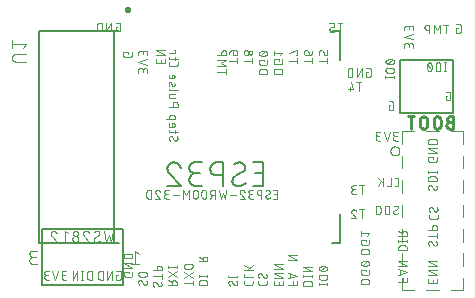
<source format=gbr>
G04 EAGLE Gerber RS-274X export*
G75*
%MOMM*%
%FSLAX34Y34*%
%LPD*%
%INSilkscreen Bottom*%
%IPPOS*%
%AMOC8*
5,1,8,0,0,1.08239X$1,22.5*%
G01*
%ADD10C,0.076200*%
%ADD11C,0.177800*%
%ADD12C,0.300000*%
%ADD13C,0.127000*%
%ADD14C,0.101600*%
%ADD15C,0.200000*%
%ADD16C,0.228600*%


D10*
X256159Y3583D02*
X248793Y3583D01*
X248793Y4401D02*
X248793Y2764D01*
X256159Y2764D02*
X256159Y4401D01*
X254113Y7389D02*
X250839Y7389D01*
X254113Y7389D02*
X254202Y7391D01*
X254291Y7397D01*
X254380Y7407D01*
X254468Y7420D01*
X254556Y7437D01*
X254643Y7459D01*
X254728Y7484D01*
X254813Y7512D01*
X254896Y7545D01*
X254978Y7581D01*
X255058Y7620D01*
X255136Y7663D01*
X255212Y7709D01*
X255287Y7759D01*
X255359Y7812D01*
X255428Y7868D01*
X255495Y7927D01*
X255560Y7988D01*
X255621Y8053D01*
X255680Y8120D01*
X255736Y8189D01*
X255789Y8261D01*
X255839Y8336D01*
X255885Y8412D01*
X255928Y8490D01*
X255967Y8570D01*
X256003Y8652D01*
X256036Y8735D01*
X256064Y8820D01*
X256089Y8905D01*
X256111Y8992D01*
X256128Y9080D01*
X256141Y9168D01*
X256151Y9257D01*
X256157Y9346D01*
X256159Y9435D01*
X256157Y9524D01*
X256151Y9613D01*
X256141Y9702D01*
X256128Y9790D01*
X256111Y9878D01*
X256089Y9965D01*
X256064Y10050D01*
X256036Y10135D01*
X256003Y10218D01*
X255967Y10300D01*
X255928Y10380D01*
X255885Y10458D01*
X255839Y10534D01*
X255789Y10609D01*
X255736Y10681D01*
X255680Y10750D01*
X255621Y10817D01*
X255560Y10882D01*
X255495Y10943D01*
X255428Y11002D01*
X255359Y11058D01*
X255287Y11111D01*
X255212Y11161D01*
X255136Y11207D01*
X255058Y11250D01*
X254978Y11289D01*
X254896Y11325D01*
X254813Y11358D01*
X254728Y11386D01*
X254643Y11411D01*
X254556Y11433D01*
X254468Y11450D01*
X254380Y11463D01*
X254291Y11473D01*
X254202Y11479D01*
X254113Y11481D01*
X250839Y11481D01*
X250750Y11479D01*
X250661Y11473D01*
X250572Y11463D01*
X250484Y11450D01*
X250396Y11433D01*
X250309Y11411D01*
X250224Y11386D01*
X250139Y11358D01*
X250056Y11325D01*
X249974Y11289D01*
X249894Y11250D01*
X249816Y11207D01*
X249740Y11161D01*
X249665Y11111D01*
X249593Y11058D01*
X249524Y11002D01*
X249457Y10943D01*
X249392Y10882D01*
X249331Y10817D01*
X249272Y10750D01*
X249216Y10681D01*
X249163Y10609D01*
X249113Y10534D01*
X249067Y10458D01*
X249024Y10380D01*
X248985Y10300D01*
X248949Y10218D01*
X248916Y10135D01*
X248888Y10050D01*
X248863Y9965D01*
X248841Y9878D01*
X248824Y9790D01*
X248811Y9702D01*
X248801Y9613D01*
X248795Y9524D01*
X248793Y9435D01*
X248795Y9346D01*
X248801Y9257D01*
X248811Y9168D01*
X248824Y9080D01*
X248841Y8992D01*
X248863Y8905D01*
X248888Y8820D01*
X248916Y8735D01*
X248949Y8652D01*
X248985Y8570D01*
X249024Y8490D01*
X249067Y8412D01*
X249113Y8336D01*
X249163Y8261D01*
X249216Y8189D01*
X249272Y8120D01*
X249331Y8053D01*
X249392Y7988D01*
X249457Y7927D01*
X249524Y7868D01*
X249593Y7812D01*
X249665Y7759D01*
X249740Y7709D01*
X249816Y7663D01*
X249894Y7620D01*
X249974Y7581D01*
X250056Y7545D01*
X250139Y7512D01*
X250224Y7484D01*
X250309Y7459D01*
X250396Y7437D01*
X250484Y7420D01*
X250572Y7407D01*
X250661Y7397D01*
X250750Y7391D01*
X250839Y7389D01*
X252476Y14704D02*
X252629Y14706D01*
X252782Y14712D01*
X252934Y14721D01*
X253087Y14735D01*
X253239Y14752D01*
X253390Y14773D01*
X253541Y14798D01*
X253691Y14827D01*
X253841Y14859D01*
X253989Y14896D01*
X254137Y14936D01*
X254284Y14979D01*
X254429Y15027D01*
X254573Y15078D01*
X254716Y15132D01*
X254858Y15191D01*
X254997Y15252D01*
X255136Y15318D01*
X255206Y15344D01*
X255276Y15374D01*
X255343Y15407D01*
X255409Y15443D01*
X255473Y15482D01*
X255535Y15525D01*
X255594Y15571D01*
X255652Y15619D01*
X255706Y15670D01*
X255759Y15724D01*
X255808Y15781D01*
X255855Y15840D01*
X255898Y15901D01*
X255939Y15964D01*
X255976Y16029D01*
X256011Y16096D01*
X256041Y16165D01*
X256069Y16235D01*
X256092Y16306D01*
X256113Y16378D01*
X256129Y16451D01*
X256142Y16525D01*
X256152Y16600D01*
X256157Y16675D01*
X256159Y16750D01*
X256157Y16825D01*
X256152Y16900D01*
X256142Y16975D01*
X256129Y17049D01*
X256113Y17122D01*
X256092Y17194D01*
X256069Y17265D01*
X256041Y17335D01*
X256011Y17404D01*
X255976Y17471D01*
X255939Y17536D01*
X255898Y17599D01*
X255855Y17660D01*
X255808Y17719D01*
X255759Y17776D01*
X255706Y17830D01*
X255652Y17881D01*
X255594Y17930D01*
X255535Y17975D01*
X255473Y18018D01*
X255409Y18057D01*
X255343Y18094D01*
X255275Y18126D01*
X255206Y18156D01*
X255136Y18182D01*
X254998Y18247D01*
X254858Y18309D01*
X254716Y18367D01*
X254573Y18422D01*
X254429Y18473D01*
X254284Y18521D01*
X254137Y18564D01*
X253990Y18604D01*
X253841Y18641D01*
X253691Y18673D01*
X253541Y18702D01*
X253390Y18727D01*
X253239Y18748D01*
X253087Y18765D01*
X252934Y18779D01*
X252782Y18788D01*
X252629Y18794D01*
X252476Y18796D01*
X252476Y14703D02*
X252323Y14705D01*
X252170Y14711D01*
X252017Y14720D01*
X251865Y14734D01*
X251713Y14751D01*
X251562Y14772D01*
X251411Y14797D01*
X251260Y14826D01*
X251111Y14858D01*
X250962Y14895D01*
X250815Y14935D01*
X250668Y14978D01*
X250523Y15026D01*
X250378Y15077D01*
X250236Y15132D01*
X250094Y15190D01*
X249954Y15252D01*
X249816Y15317D01*
X249816Y15318D02*
X249745Y15344D01*
X249676Y15374D01*
X249609Y15407D01*
X249543Y15443D01*
X249479Y15482D01*
X249417Y15525D01*
X249358Y15571D01*
X249300Y15619D01*
X249246Y15670D01*
X249193Y15724D01*
X249144Y15781D01*
X249097Y15840D01*
X249054Y15901D01*
X249013Y15964D01*
X248976Y16029D01*
X248941Y16096D01*
X248911Y16165D01*
X248883Y16235D01*
X248860Y16306D01*
X248839Y16378D01*
X248823Y16451D01*
X248810Y16525D01*
X248800Y16600D01*
X248795Y16675D01*
X248793Y16750D01*
X249816Y18182D02*
X249954Y18247D01*
X250094Y18309D01*
X250236Y18367D01*
X250379Y18422D01*
X250523Y18473D01*
X250668Y18521D01*
X250815Y18564D01*
X250963Y18604D01*
X251111Y18641D01*
X251261Y18673D01*
X251411Y18702D01*
X251562Y18727D01*
X251713Y18748D01*
X251865Y18765D01*
X252018Y18779D01*
X252170Y18788D01*
X252323Y18794D01*
X252476Y18796D01*
X249816Y18182D02*
X249746Y18156D01*
X249676Y18126D01*
X249609Y18094D01*
X249543Y18057D01*
X249479Y18018D01*
X249417Y17975D01*
X249358Y17929D01*
X249300Y17881D01*
X249246Y17830D01*
X249193Y17776D01*
X249144Y17719D01*
X249097Y17660D01*
X249054Y17599D01*
X249013Y17536D01*
X248976Y17471D01*
X248941Y17404D01*
X248911Y17335D01*
X248883Y17265D01*
X248860Y17194D01*
X248839Y17122D01*
X248823Y17049D01*
X248810Y16975D01*
X248800Y16900D01*
X248795Y16825D01*
X248793Y16750D01*
X250430Y15113D02*
X254522Y18387D01*
X87785Y13858D02*
X87785Y12631D01*
X87785Y13858D02*
X83693Y13858D01*
X83693Y11403D01*
X83695Y11325D01*
X83700Y11247D01*
X83710Y11170D01*
X83723Y11093D01*
X83739Y11017D01*
X83759Y10942D01*
X83783Y10868D01*
X83810Y10795D01*
X83841Y10723D01*
X83875Y10653D01*
X83912Y10585D01*
X83953Y10518D01*
X83997Y10453D01*
X84043Y10391D01*
X84093Y10331D01*
X84145Y10273D01*
X84200Y10218D01*
X84258Y10166D01*
X84318Y10116D01*
X84380Y10070D01*
X84445Y10026D01*
X84512Y9985D01*
X84580Y9948D01*
X84650Y9914D01*
X84722Y9883D01*
X84795Y9856D01*
X84869Y9832D01*
X84944Y9812D01*
X85020Y9796D01*
X85097Y9783D01*
X85174Y9773D01*
X85252Y9768D01*
X85330Y9766D01*
X89422Y9766D01*
X89500Y9768D01*
X89578Y9773D01*
X89655Y9783D01*
X89732Y9796D01*
X89808Y9812D01*
X89883Y9832D01*
X89957Y9856D01*
X90030Y9883D01*
X90102Y9914D01*
X90172Y9948D01*
X90241Y9985D01*
X90307Y10026D01*
X90372Y10070D01*
X90434Y10116D01*
X90494Y10166D01*
X90552Y10218D01*
X90607Y10273D01*
X90659Y10331D01*
X90709Y10391D01*
X90755Y10453D01*
X90799Y10518D01*
X90840Y10585D01*
X90877Y10653D01*
X90911Y10723D01*
X90942Y10795D01*
X90969Y10868D01*
X90993Y10942D01*
X91013Y11017D01*
X91029Y11093D01*
X91042Y11170D01*
X91052Y11247D01*
X91057Y11325D01*
X91059Y11403D01*
X91059Y13858D01*
X91059Y17569D02*
X83693Y17569D01*
X83693Y21661D02*
X91059Y17569D01*
X91059Y21661D02*
X83693Y21661D01*
X83693Y25372D02*
X91059Y25372D01*
X91059Y27418D01*
X91057Y27507D01*
X91051Y27596D01*
X91041Y27685D01*
X91028Y27773D01*
X91011Y27861D01*
X90989Y27948D01*
X90964Y28033D01*
X90936Y28118D01*
X90903Y28201D01*
X90867Y28283D01*
X90828Y28363D01*
X90785Y28441D01*
X90739Y28517D01*
X90689Y28592D01*
X90636Y28664D01*
X90580Y28733D01*
X90521Y28800D01*
X90460Y28865D01*
X90395Y28926D01*
X90328Y28985D01*
X90259Y29041D01*
X90187Y29094D01*
X90112Y29144D01*
X90036Y29190D01*
X89958Y29233D01*
X89878Y29272D01*
X89796Y29308D01*
X89713Y29341D01*
X89628Y29369D01*
X89543Y29394D01*
X89456Y29416D01*
X89368Y29433D01*
X89280Y29446D01*
X89191Y29456D01*
X89102Y29462D01*
X89013Y29464D01*
X85739Y29464D01*
X85650Y29462D01*
X85561Y29456D01*
X85472Y29446D01*
X85384Y29433D01*
X85296Y29416D01*
X85209Y29394D01*
X85124Y29369D01*
X85039Y29341D01*
X84956Y29308D01*
X84874Y29272D01*
X84794Y29233D01*
X84716Y29190D01*
X84640Y29144D01*
X84565Y29094D01*
X84493Y29041D01*
X84424Y28985D01*
X84357Y28926D01*
X84292Y28865D01*
X84231Y28800D01*
X84172Y28733D01*
X84116Y28664D01*
X84063Y28592D01*
X84013Y28517D01*
X83967Y28441D01*
X83924Y28363D01*
X83885Y28283D01*
X83849Y28201D01*
X83816Y28118D01*
X83788Y28033D01*
X83763Y27948D01*
X83741Y27861D01*
X83724Y27773D01*
X83711Y27685D01*
X83701Y27596D01*
X83695Y27507D01*
X83693Y27418D01*
X83693Y25372D01*
X78669Y11458D02*
X77442Y11458D01*
X77442Y7366D01*
X79897Y7366D01*
X79975Y7368D01*
X80053Y7373D01*
X80130Y7383D01*
X80207Y7396D01*
X80283Y7412D01*
X80358Y7432D01*
X80432Y7456D01*
X80505Y7483D01*
X80577Y7514D01*
X80647Y7548D01*
X80716Y7585D01*
X80782Y7626D01*
X80847Y7670D01*
X80909Y7716D01*
X80969Y7766D01*
X81027Y7818D01*
X81082Y7873D01*
X81134Y7931D01*
X81184Y7991D01*
X81230Y8053D01*
X81274Y8118D01*
X81315Y8185D01*
X81352Y8253D01*
X81386Y8323D01*
X81417Y8395D01*
X81444Y8468D01*
X81468Y8542D01*
X81488Y8617D01*
X81504Y8693D01*
X81517Y8770D01*
X81527Y8847D01*
X81532Y8925D01*
X81534Y9003D01*
X81534Y13095D01*
X81532Y13173D01*
X81527Y13251D01*
X81517Y13328D01*
X81504Y13405D01*
X81488Y13481D01*
X81468Y13556D01*
X81444Y13630D01*
X81417Y13703D01*
X81386Y13775D01*
X81352Y13845D01*
X81315Y13914D01*
X81274Y13980D01*
X81230Y14045D01*
X81184Y14107D01*
X81134Y14167D01*
X81082Y14225D01*
X81027Y14280D01*
X80969Y14332D01*
X80909Y14382D01*
X80847Y14428D01*
X80782Y14472D01*
X80716Y14513D01*
X80647Y14550D01*
X80577Y14584D01*
X80505Y14615D01*
X80432Y14642D01*
X80358Y14666D01*
X80283Y14686D01*
X80207Y14702D01*
X80130Y14715D01*
X80053Y14725D01*
X79975Y14730D01*
X79897Y14732D01*
X77442Y14732D01*
X73731Y14732D02*
X73731Y7366D01*
X69639Y7366D02*
X73731Y14732D01*
X69639Y14732D02*
X69639Y7366D01*
X65928Y7366D02*
X65928Y14732D01*
X63882Y14732D01*
X63793Y14730D01*
X63704Y14724D01*
X63615Y14714D01*
X63527Y14701D01*
X63439Y14684D01*
X63352Y14662D01*
X63267Y14637D01*
X63182Y14609D01*
X63099Y14576D01*
X63017Y14540D01*
X62937Y14501D01*
X62859Y14458D01*
X62783Y14412D01*
X62708Y14362D01*
X62636Y14309D01*
X62567Y14253D01*
X62500Y14194D01*
X62435Y14133D01*
X62374Y14068D01*
X62315Y14001D01*
X62259Y13932D01*
X62206Y13860D01*
X62156Y13785D01*
X62110Y13709D01*
X62067Y13631D01*
X62028Y13551D01*
X61992Y13469D01*
X61959Y13386D01*
X61931Y13301D01*
X61906Y13216D01*
X61884Y13129D01*
X61867Y13041D01*
X61854Y12953D01*
X61844Y12864D01*
X61838Y12775D01*
X61836Y12686D01*
X61836Y9412D01*
X61838Y9323D01*
X61844Y9234D01*
X61854Y9145D01*
X61867Y9057D01*
X61884Y8969D01*
X61906Y8882D01*
X61931Y8797D01*
X61959Y8712D01*
X61992Y8629D01*
X62028Y8547D01*
X62067Y8467D01*
X62110Y8389D01*
X62156Y8313D01*
X62206Y8238D01*
X62259Y8166D01*
X62315Y8097D01*
X62374Y8030D01*
X62435Y7965D01*
X62500Y7904D01*
X62567Y7845D01*
X62636Y7789D01*
X62708Y7736D01*
X62783Y7686D01*
X62859Y7640D01*
X62937Y7597D01*
X63017Y7558D01*
X63099Y7522D01*
X63182Y7489D01*
X63267Y7461D01*
X63352Y7436D01*
X63439Y7414D01*
X63527Y7397D01*
X63615Y7384D01*
X63704Y7374D01*
X63793Y7368D01*
X63882Y7366D01*
X65928Y7366D01*
X56769Y7366D02*
X56769Y14732D01*
X54723Y14732D01*
X54634Y14730D01*
X54545Y14724D01*
X54456Y14714D01*
X54368Y14701D01*
X54280Y14684D01*
X54193Y14662D01*
X54108Y14637D01*
X54023Y14609D01*
X53940Y14576D01*
X53858Y14540D01*
X53778Y14501D01*
X53700Y14458D01*
X53624Y14412D01*
X53549Y14362D01*
X53477Y14309D01*
X53408Y14253D01*
X53341Y14194D01*
X53276Y14133D01*
X53215Y14068D01*
X53156Y14001D01*
X53100Y13932D01*
X53047Y13860D01*
X52997Y13785D01*
X52951Y13709D01*
X52908Y13631D01*
X52869Y13551D01*
X52833Y13469D01*
X52800Y13386D01*
X52772Y13301D01*
X52747Y13216D01*
X52725Y13129D01*
X52708Y13041D01*
X52695Y12953D01*
X52685Y12864D01*
X52679Y12775D01*
X52677Y12686D01*
X52677Y9412D01*
X52679Y9323D01*
X52685Y9234D01*
X52695Y9145D01*
X52708Y9057D01*
X52725Y8969D01*
X52747Y8882D01*
X52772Y8797D01*
X52800Y8712D01*
X52833Y8629D01*
X52869Y8547D01*
X52908Y8467D01*
X52951Y8389D01*
X52997Y8313D01*
X53047Y8238D01*
X53100Y8166D01*
X53156Y8097D01*
X53215Y8030D01*
X53276Y7965D01*
X53341Y7904D01*
X53408Y7845D01*
X53477Y7789D01*
X53549Y7736D01*
X53624Y7686D01*
X53700Y7640D01*
X53778Y7597D01*
X53858Y7558D01*
X53940Y7522D01*
X54023Y7489D01*
X54108Y7461D01*
X54193Y7436D01*
X54280Y7414D01*
X54368Y7397D01*
X54456Y7384D01*
X54545Y7374D01*
X54634Y7368D01*
X54723Y7366D01*
X56769Y7366D01*
X48627Y7366D02*
X48627Y14732D01*
X49445Y7366D02*
X47808Y7366D01*
X47808Y14732D02*
X49445Y14732D01*
X44577Y14732D02*
X44577Y7366D01*
X40485Y7366D02*
X44577Y14732D01*
X40485Y14732D02*
X40485Y7366D01*
X35179Y7366D02*
X33133Y7366D01*
X33044Y7368D01*
X32955Y7374D01*
X32866Y7384D01*
X32778Y7397D01*
X32690Y7414D01*
X32603Y7436D01*
X32518Y7461D01*
X32433Y7489D01*
X32350Y7522D01*
X32268Y7558D01*
X32188Y7597D01*
X32110Y7640D01*
X32034Y7686D01*
X31959Y7736D01*
X31887Y7789D01*
X31818Y7845D01*
X31751Y7904D01*
X31686Y7965D01*
X31625Y8030D01*
X31566Y8097D01*
X31510Y8166D01*
X31457Y8238D01*
X31407Y8313D01*
X31361Y8389D01*
X31318Y8467D01*
X31279Y8547D01*
X31243Y8629D01*
X31210Y8712D01*
X31182Y8797D01*
X31157Y8882D01*
X31135Y8969D01*
X31118Y9057D01*
X31105Y9145D01*
X31095Y9234D01*
X31089Y9323D01*
X31087Y9412D01*
X31089Y9501D01*
X31095Y9590D01*
X31105Y9679D01*
X31118Y9767D01*
X31135Y9855D01*
X31157Y9942D01*
X31182Y10027D01*
X31210Y10112D01*
X31243Y10195D01*
X31279Y10277D01*
X31318Y10357D01*
X31361Y10435D01*
X31407Y10511D01*
X31457Y10586D01*
X31510Y10658D01*
X31566Y10727D01*
X31625Y10794D01*
X31686Y10859D01*
X31751Y10920D01*
X31818Y10979D01*
X31887Y11035D01*
X31959Y11088D01*
X32034Y11138D01*
X32110Y11184D01*
X32188Y11227D01*
X32268Y11266D01*
X32350Y11302D01*
X32433Y11335D01*
X32518Y11363D01*
X32603Y11388D01*
X32690Y11410D01*
X32778Y11427D01*
X32866Y11440D01*
X32955Y11450D01*
X33044Y11456D01*
X33133Y11458D01*
X32724Y14732D02*
X35179Y14732D01*
X32724Y14732D02*
X32645Y14730D01*
X32566Y14724D01*
X32487Y14715D01*
X32409Y14702D01*
X32332Y14684D01*
X32256Y14664D01*
X32181Y14639D01*
X32107Y14611D01*
X32034Y14580D01*
X31963Y14544D01*
X31894Y14506D01*
X31827Y14464D01*
X31762Y14419D01*
X31699Y14371D01*
X31638Y14320D01*
X31581Y14266D01*
X31525Y14210D01*
X31473Y14151D01*
X31423Y14089D01*
X31377Y14025D01*
X31333Y13959D01*
X31293Y13891D01*
X31257Y13821D01*
X31223Y13749D01*
X31193Y13675D01*
X31167Y13601D01*
X31144Y13525D01*
X31126Y13448D01*
X31110Y13371D01*
X31099Y13292D01*
X31091Y13214D01*
X31087Y13135D01*
X31087Y13055D01*
X31091Y12976D01*
X31099Y12898D01*
X31110Y12819D01*
X31126Y12742D01*
X31144Y12665D01*
X31167Y12589D01*
X31193Y12515D01*
X31223Y12441D01*
X31257Y12369D01*
X31293Y12299D01*
X31333Y12231D01*
X31377Y12165D01*
X31423Y12101D01*
X31473Y12039D01*
X31525Y11980D01*
X31581Y11924D01*
X31638Y11870D01*
X31699Y11819D01*
X31762Y11771D01*
X31827Y11726D01*
X31894Y11684D01*
X31963Y11646D01*
X32034Y11610D01*
X32107Y11579D01*
X32181Y11551D01*
X32256Y11526D01*
X32332Y11506D01*
X32409Y11488D01*
X32487Y11475D01*
X32566Y11466D01*
X32645Y11460D01*
X32724Y11458D01*
X34361Y11458D01*
X28273Y14732D02*
X25818Y7366D01*
X23362Y14732D01*
X20549Y7366D02*
X18503Y7366D01*
X18414Y7368D01*
X18325Y7374D01*
X18236Y7384D01*
X18148Y7397D01*
X18060Y7414D01*
X17973Y7436D01*
X17888Y7461D01*
X17803Y7489D01*
X17720Y7522D01*
X17638Y7558D01*
X17558Y7597D01*
X17480Y7640D01*
X17404Y7686D01*
X17329Y7736D01*
X17257Y7789D01*
X17188Y7845D01*
X17121Y7904D01*
X17056Y7965D01*
X16995Y8030D01*
X16936Y8097D01*
X16880Y8166D01*
X16827Y8238D01*
X16777Y8313D01*
X16731Y8389D01*
X16688Y8467D01*
X16649Y8547D01*
X16613Y8629D01*
X16580Y8712D01*
X16552Y8797D01*
X16527Y8882D01*
X16505Y8969D01*
X16488Y9057D01*
X16475Y9145D01*
X16465Y9234D01*
X16459Y9323D01*
X16457Y9412D01*
X16459Y9501D01*
X16465Y9590D01*
X16475Y9679D01*
X16488Y9767D01*
X16505Y9855D01*
X16527Y9942D01*
X16552Y10027D01*
X16580Y10112D01*
X16613Y10195D01*
X16649Y10277D01*
X16688Y10357D01*
X16731Y10435D01*
X16777Y10511D01*
X16827Y10586D01*
X16880Y10658D01*
X16936Y10727D01*
X16995Y10794D01*
X17056Y10859D01*
X17121Y10920D01*
X17188Y10979D01*
X17257Y11035D01*
X17329Y11088D01*
X17404Y11138D01*
X17480Y11184D01*
X17558Y11227D01*
X17638Y11266D01*
X17720Y11302D01*
X17803Y11335D01*
X17888Y11363D01*
X17973Y11388D01*
X18060Y11410D01*
X18148Y11427D01*
X18236Y11440D01*
X18325Y11450D01*
X18414Y11456D01*
X18503Y11458D01*
X18093Y14732D02*
X20549Y14732D01*
X18093Y14732D02*
X18014Y14730D01*
X17935Y14724D01*
X17856Y14715D01*
X17778Y14702D01*
X17701Y14684D01*
X17625Y14664D01*
X17550Y14639D01*
X17476Y14611D01*
X17403Y14580D01*
X17332Y14544D01*
X17263Y14506D01*
X17196Y14464D01*
X17131Y14419D01*
X17068Y14371D01*
X17007Y14320D01*
X16950Y14266D01*
X16894Y14210D01*
X16842Y14151D01*
X16792Y14089D01*
X16746Y14025D01*
X16702Y13959D01*
X16662Y13891D01*
X16626Y13821D01*
X16592Y13749D01*
X16562Y13675D01*
X16536Y13601D01*
X16513Y13525D01*
X16495Y13448D01*
X16479Y13371D01*
X16468Y13292D01*
X16460Y13214D01*
X16456Y13135D01*
X16456Y13055D01*
X16460Y12976D01*
X16468Y12898D01*
X16479Y12819D01*
X16495Y12742D01*
X16513Y12665D01*
X16536Y12589D01*
X16562Y12515D01*
X16592Y12441D01*
X16626Y12369D01*
X16662Y12299D01*
X16702Y12231D01*
X16746Y12165D01*
X16792Y12101D01*
X16842Y12039D01*
X16894Y11980D01*
X16950Y11924D01*
X17007Y11870D01*
X17068Y11819D01*
X17131Y11771D01*
X17196Y11726D01*
X17263Y11684D01*
X17332Y11646D01*
X17403Y11610D01*
X17476Y11579D01*
X17550Y11551D01*
X17625Y11526D01*
X17701Y11506D01*
X17778Y11488D01*
X17856Y11475D01*
X17935Y11466D01*
X18014Y11460D01*
X18093Y11458D01*
X19730Y11458D01*
X235585Y2131D02*
X242951Y2131D01*
X242951Y4177D01*
X242949Y4266D01*
X242943Y4355D01*
X242933Y4444D01*
X242920Y4532D01*
X242903Y4620D01*
X242881Y4707D01*
X242856Y4792D01*
X242828Y4877D01*
X242795Y4960D01*
X242759Y5042D01*
X242720Y5122D01*
X242677Y5200D01*
X242631Y5276D01*
X242581Y5351D01*
X242528Y5423D01*
X242472Y5492D01*
X242413Y5559D01*
X242352Y5624D01*
X242287Y5685D01*
X242220Y5744D01*
X242151Y5800D01*
X242079Y5853D01*
X242004Y5903D01*
X241928Y5949D01*
X241850Y5992D01*
X241770Y6031D01*
X241688Y6067D01*
X241605Y6100D01*
X241520Y6128D01*
X241435Y6153D01*
X241348Y6175D01*
X241260Y6192D01*
X241172Y6205D01*
X241083Y6215D01*
X240994Y6221D01*
X240905Y6223D01*
X237631Y6223D01*
X237542Y6221D01*
X237453Y6215D01*
X237364Y6205D01*
X237276Y6192D01*
X237188Y6175D01*
X237101Y6153D01*
X237016Y6128D01*
X236931Y6100D01*
X236848Y6067D01*
X236766Y6031D01*
X236686Y5992D01*
X236608Y5949D01*
X236532Y5903D01*
X236457Y5853D01*
X236385Y5800D01*
X236316Y5744D01*
X236249Y5685D01*
X236184Y5624D01*
X236123Y5559D01*
X236064Y5492D01*
X236008Y5423D01*
X235955Y5351D01*
X235905Y5276D01*
X235859Y5200D01*
X235816Y5122D01*
X235777Y5042D01*
X235741Y4960D01*
X235708Y4877D01*
X235680Y4792D01*
X235655Y4707D01*
X235633Y4620D01*
X235616Y4532D01*
X235603Y4444D01*
X235593Y4355D01*
X235587Y4266D01*
X235585Y4177D01*
X235585Y2131D01*
X235585Y10273D02*
X242951Y10273D01*
X235585Y9454D02*
X235585Y11091D01*
X242951Y11091D02*
X242951Y9454D01*
X242951Y14323D02*
X235585Y14323D01*
X235585Y18415D02*
X242951Y14323D01*
X242951Y18415D02*
X235585Y18415D01*
X230124Y2660D02*
X222758Y2660D01*
X230124Y2660D02*
X230124Y5933D01*
X226850Y5933D02*
X226850Y2660D01*
X222758Y8331D02*
X230124Y10786D01*
X222758Y13241D01*
X224600Y12628D02*
X224600Y8945D01*
X222758Y24102D02*
X230124Y24102D01*
X222758Y28194D01*
X230124Y28194D01*
X197358Y6133D02*
X197358Y4496D01*
X197360Y4418D01*
X197365Y4340D01*
X197375Y4263D01*
X197388Y4186D01*
X197404Y4110D01*
X197424Y4035D01*
X197448Y3961D01*
X197475Y3888D01*
X197506Y3816D01*
X197540Y3746D01*
X197577Y3678D01*
X197618Y3611D01*
X197662Y3546D01*
X197708Y3484D01*
X197758Y3424D01*
X197810Y3366D01*
X197865Y3311D01*
X197923Y3259D01*
X197983Y3209D01*
X198045Y3163D01*
X198110Y3119D01*
X198177Y3078D01*
X198245Y3041D01*
X198315Y3007D01*
X198387Y2976D01*
X198460Y2949D01*
X198534Y2925D01*
X198609Y2905D01*
X198685Y2889D01*
X198762Y2876D01*
X198839Y2866D01*
X198917Y2861D01*
X198995Y2859D01*
X198995Y2860D02*
X203087Y2860D01*
X203087Y2859D02*
X203165Y2861D01*
X203243Y2866D01*
X203320Y2876D01*
X203397Y2889D01*
X203473Y2905D01*
X203548Y2925D01*
X203622Y2949D01*
X203695Y2976D01*
X203767Y3007D01*
X203837Y3041D01*
X203906Y3078D01*
X203972Y3119D01*
X204037Y3163D01*
X204099Y3209D01*
X204159Y3259D01*
X204217Y3311D01*
X204272Y3366D01*
X204324Y3424D01*
X204374Y3484D01*
X204420Y3546D01*
X204464Y3611D01*
X204505Y3678D01*
X204542Y3746D01*
X204576Y3816D01*
X204607Y3888D01*
X204634Y3961D01*
X204658Y4035D01*
X204678Y4110D01*
X204694Y4186D01*
X204707Y4263D01*
X204717Y4340D01*
X204722Y4418D01*
X204724Y4496D01*
X204724Y6133D01*
X198995Y12827D02*
X198917Y12825D01*
X198839Y12820D01*
X198762Y12810D01*
X198685Y12797D01*
X198609Y12781D01*
X198534Y12761D01*
X198460Y12737D01*
X198387Y12710D01*
X198315Y12679D01*
X198245Y12645D01*
X198177Y12608D01*
X198110Y12567D01*
X198045Y12523D01*
X197983Y12477D01*
X197923Y12427D01*
X197865Y12375D01*
X197810Y12320D01*
X197758Y12262D01*
X197708Y12202D01*
X197662Y12140D01*
X197618Y12075D01*
X197577Y12009D01*
X197540Y11940D01*
X197506Y11870D01*
X197475Y11798D01*
X197448Y11725D01*
X197424Y11651D01*
X197404Y11576D01*
X197388Y11500D01*
X197375Y11423D01*
X197365Y11346D01*
X197360Y11268D01*
X197358Y11190D01*
X197360Y11076D01*
X197365Y10963D01*
X197375Y10849D01*
X197388Y10736D01*
X197405Y10624D01*
X197425Y10512D01*
X197449Y10401D01*
X197477Y10290D01*
X197508Y10181D01*
X197543Y10073D01*
X197582Y9966D01*
X197624Y9860D01*
X197669Y9756D01*
X197718Y9653D01*
X197771Y9552D01*
X197826Y9453D01*
X197885Y9355D01*
X197947Y9260D01*
X198012Y9167D01*
X198080Y9075D01*
X198151Y8987D01*
X198225Y8900D01*
X198302Y8816D01*
X198381Y8735D01*
X203087Y8939D02*
X203165Y8941D01*
X203243Y8946D01*
X203320Y8956D01*
X203397Y8969D01*
X203473Y8985D01*
X203548Y9005D01*
X203622Y9029D01*
X203695Y9056D01*
X203767Y9087D01*
X203837Y9121D01*
X203906Y9158D01*
X203972Y9199D01*
X204037Y9243D01*
X204099Y9289D01*
X204159Y9339D01*
X204217Y9391D01*
X204272Y9446D01*
X204324Y9504D01*
X204374Y9564D01*
X204420Y9626D01*
X204464Y9691D01*
X204505Y9758D01*
X204542Y9826D01*
X204576Y9896D01*
X204607Y9968D01*
X204634Y10041D01*
X204658Y10115D01*
X204678Y10190D01*
X204694Y10266D01*
X204707Y10343D01*
X204717Y10420D01*
X204722Y10498D01*
X204724Y10576D01*
X204722Y10686D01*
X204716Y10795D01*
X204706Y10905D01*
X204693Y11013D01*
X204675Y11122D01*
X204654Y11229D01*
X204628Y11336D01*
X204599Y11442D01*
X204567Y11547D01*
X204530Y11650D01*
X204490Y11752D01*
X204446Y11853D01*
X204398Y11952D01*
X204348Y12049D01*
X204293Y12144D01*
X204235Y12237D01*
X204174Y12328D01*
X204110Y12417D01*
X201654Y9758D02*
X201696Y9691D01*
X201740Y9626D01*
X201788Y9564D01*
X201838Y9504D01*
X201891Y9446D01*
X201947Y9391D01*
X202006Y9339D01*
X202066Y9289D01*
X202130Y9242D01*
X202195Y9199D01*
X202262Y9158D01*
X202331Y9121D01*
X202402Y9087D01*
X202474Y9056D01*
X202548Y9029D01*
X202622Y9005D01*
X202698Y8985D01*
X202775Y8969D01*
X202852Y8956D01*
X202930Y8946D01*
X203009Y8941D01*
X203087Y8939D01*
X200427Y12009D02*
X200385Y12075D01*
X200341Y12140D01*
X200294Y12202D01*
X200243Y12262D01*
X200190Y12320D01*
X200134Y12375D01*
X200076Y12428D01*
X200015Y12477D01*
X199952Y12524D01*
X199887Y12567D01*
X199820Y12608D01*
X199751Y12645D01*
X199680Y12679D01*
X199608Y12710D01*
X199534Y12737D01*
X199459Y12761D01*
X199384Y12781D01*
X199307Y12797D01*
X199230Y12810D01*
X199152Y12820D01*
X199073Y12825D01*
X198995Y12827D01*
X200427Y12009D02*
X201655Y9758D01*
X185420Y6046D02*
X185420Y4409D01*
X185422Y4331D01*
X185427Y4253D01*
X185437Y4176D01*
X185450Y4099D01*
X185466Y4023D01*
X185486Y3948D01*
X185510Y3874D01*
X185537Y3801D01*
X185568Y3729D01*
X185602Y3659D01*
X185639Y3591D01*
X185680Y3524D01*
X185724Y3459D01*
X185770Y3397D01*
X185820Y3337D01*
X185872Y3279D01*
X185927Y3224D01*
X185985Y3172D01*
X186045Y3122D01*
X186107Y3076D01*
X186172Y3032D01*
X186239Y2991D01*
X186307Y2954D01*
X186377Y2920D01*
X186449Y2889D01*
X186522Y2862D01*
X186596Y2838D01*
X186671Y2818D01*
X186747Y2802D01*
X186824Y2789D01*
X186901Y2779D01*
X186979Y2774D01*
X187057Y2772D01*
X191149Y2772D01*
X191227Y2774D01*
X191305Y2779D01*
X191382Y2789D01*
X191459Y2802D01*
X191535Y2818D01*
X191610Y2838D01*
X191684Y2862D01*
X191757Y2889D01*
X191829Y2920D01*
X191899Y2954D01*
X191968Y2991D01*
X192034Y3032D01*
X192099Y3076D01*
X192161Y3122D01*
X192221Y3172D01*
X192279Y3224D01*
X192334Y3279D01*
X192386Y3337D01*
X192436Y3397D01*
X192482Y3459D01*
X192526Y3524D01*
X192567Y3591D01*
X192604Y3659D01*
X192638Y3729D01*
X192669Y3801D01*
X192696Y3874D01*
X192720Y3948D01*
X192740Y4023D01*
X192756Y4099D01*
X192769Y4176D01*
X192779Y4253D01*
X192784Y4331D01*
X192786Y4409D01*
X192786Y6046D01*
X192786Y9151D02*
X185420Y9151D01*
X185420Y12425D01*
X185420Y15593D02*
X192786Y15593D01*
X192786Y19685D02*
X188285Y15593D01*
X189921Y17230D02*
X185420Y19685D01*
X173976Y6414D02*
X173898Y6412D01*
X173820Y6407D01*
X173743Y6397D01*
X173666Y6384D01*
X173590Y6368D01*
X173515Y6348D01*
X173441Y6324D01*
X173368Y6297D01*
X173296Y6266D01*
X173226Y6232D01*
X173158Y6195D01*
X173091Y6154D01*
X173026Y6110D01*
X172964Y6064D01*
X172904Y6014D01*
X172846Y5962D01*
X172791Y5907D01*
X172739Y5849D01*
X172689Y5789D01*
X172643Y5727D01*
X172599Y5662D01*
X172558Y5596D01*
X172521Y5527D01*
X172487Y5457D01*
X172456Y5385D01*
X172429Y5312D01*
X172405Y5238D01*
X172385Y5163D01*
X172369Y5087D01*
X172356Y5010D01*
X172346Y4933D01*
X172341Y4855D01*
X172339Y4777D01*
X172341Y4663D01*
X172346Y4550D01*
X172356Y4436D01*
X172369Y4323D01*
X172386Y4211D01*
X172406Y4099D01*
X172430Y3988D01*
X172458Y3877D01*
X172489Y3768D01*
X172524Y3660D01*
X172563Y3553D01*
X172605Y3447D01*
X172650Y3343D01*
X172699Y3240D01*
X172752Y3139D01*
X172807Y3040D01*
X172866Y2942D01*
X172928Y2847D01*
X172993Y2754D01*
X173061Y2662D01*
X173132Y2574D01*
X173206Y2487D01*
X173283Y2403D01*
X173362Y2322D01*
X178068Y2527D02*
X178146Y2529D01*
X178224Y2534D01*
X178301Y2544D01*
X178378Y2557D01*
X178454Y2573D01*
X178529Y2593D01*
X178603Y2617D01*
X178676Y2644D01*
X178748Y2675D01*
X178818Y2709D01*
X178887Y2746D01*
X178953Y2787D01*
X179018Y2831D01*
X179080Y2877D01*
X179140Y2927D01*
X179198Y2979D01*
X179253Y3034D01*
X179305Y3092D01*
X179355Y3152D01*
X179401Y3214D01*
X179445Y3279D01*
X179486Y3346D01*
X179523Y3414D01*
X179557Y3484D01*
X179588Y3556D01*
X179615Y3629D01*
X179639Y3703D01*
X179659Y3778D01*
X179675Y3854D01*
X179688Y3931D01*
X179698Y4008D01*
X179703Y4086D01*
X179705Y4164D01*
X179703Y4274D01*
X179697Y4383D01*
X179687Y4493D01*
X179674Y4601D01*
X179656Y4710D01*
X179635Y4817D01*
X179609Y4924D01*
X179580Y5030D01*
X179548Y5135D01*
X179511Y5238D01*
X179471Y5340D01*
X179427Y5441D01*
X179379Y5540D01*
X179329Y5637D01*
X179274Y5732D01*
X179216Y5825D01*
X179155Y5916D01*
X179091Y6005D01*
X176635Y3345D02*
X176677Y3278D01*
X176721Y3213D01*
X176769Y3151D01*
X176819Y3091D01*
X176872Y3033D01*
X176928Y2978D01*
X176987Y2926D01*
X177047Y2876D01*
X177111Y2829D01*
X177176Y2786D01*
X177243Y2745D01*
X177312Y2708D01*
X177383Y2674D01*
X177455Y2643D01*
X177529Y2616D01*
X177603Y2592D01*
X177679Y2572D01*
X177756Y2556D01*
X177833Y2543D01*
X177911Y2533D01*
X177990Y2528D01*
X178068Y2526D01*
X175408Y5596D02*
X175366Y5662D01*
X175322Y5727D01*
X175275Y5789D01*
X175224Y5849D01*
X175171Y5907D01*
X175115Y5962D01*
X175057Y6015D01*
X174996Y6064D01*
X174933Y6111D01*
X174868Y6154D01*
X174801Y6195D01*
X174732Y6232D01*
X174661Y6266D01*
X174589Y6297D01*
X174515Y6324D01*
X174440Y6348D01*
X174365Y6368D01*
X174288Y6384D01*
X174211Y6397D01*
X174133Y6407D01*
X174054Y6412D01*
X173976Y6414D01*
X175408Y5596D02*
X176636Y3345D01*
X179705Y9977D02*
X172339Y9977D01*
X172339Y10795D02*
X172339Y9158D01*
X179705Y9158D02*
X179705Y10795D01*
X154559Y2659D02*
X147193Y2659D01*
X154559Y2659D02*
X154559Y4705D01*
X154557Y4794D01*
X154551Y4883D01*
X154541Y4972D01*
X154528Y5060D01*
X154511Y5148D01*
X154489Y5235D01*
X154464Y5320D01*
X154436Y5405D01*
X154403Y5488D01*
X154367Y5570D01*
X154328Y5650D01*
X154285Y5728D01*
X154239Y5804D01*
X154189Y5879D01*
X154136Y5951D01*
X154080Y6020D01*
X154021Y6087D01*
X153960Y6152D01*
X153895Y6213D01*
X153828Y6272D01*
X153759Y6328D01*
X153687Y6381D01*
X153612Y6431D01*
X153536Y6477D01*
X153458Y6520D01*
X153378Y6559D01*
X153296Y6595D01*
X153213Y6628D01*
X153128Y6656D01*
X153043Y6681D01*
X152956Y6703D01*
X152868Y6720D01*
X152780Y6733D01*
X152691Y6743D01*
X152602Y6749D01*
X152513Y6751D01*
X149239Y6751D01*
X149150Y6749D01*
X149061Y6743D01*
X148972Y6733D01*
X148884Y6720D01*
X148796Y6703D01*
X148709Y6681D01*
X148624Y6656D01*
X148539Y6628D01*
X148456Y6595D01*
X148374Y6559D01*
X148294Y6520D01*
X148216Y6477D01*
X148140Y6431D01*
X148065Y6381D01*
X147993Y6328D01*
X147924Y6272D01*
X147857Y6213D01*
X147792Y6152D01*
X147731Y6087D01*
X147672Y6020D01*
X147616Y5951D01*
X147563Y5879D01*
X147513Y5804D01*
X147467Y5728D01*
X147424Y5650D01*
X147385Y5570D01*
X147349Y5488D01*
X147316Y5405D01*
X147288Y5320D01*
X147263Y5235D01*
X147241Y5148D01*
X147224Y5060D01*
X147211Y4972D01*
X147201Y4883D01*
X147195Y4794D01*
X147193Y4705D01*
X147193Y2659D01*
X147193Y10801D02*
X154559Y10801D01*
X147193Y9982D02*
X147193Y11619D01*
X154559Y11619D02*
X154559Y9982D01*
X154559Y22705D02*
X147193Y22705D01*
X154559Y22705D02*
X154559Y24751D01*
X154557Y24840D01*
X154551Y24929D01*
X154541Y25018D01*
X154528Y25106D01*
X154511Y25194D01*
X154489Y25281D01*
X154464Y25366D01*
X154436Y25451D01*
X154403Y25534D01*
X154367Y25616D01*
X154328Y25696D01*
X154285Y25774D01*
X154239Y25850D01*
X154189Y25925D01*
X154136Y25997D01*
X154080Y26066D01*
X154021Y26133D01*
X153960Y26198D01*
X153895Y26259D01*
X153828Y26318D01*
X153759Y26374D01*
X153687Y26427D01*
X153612Y26477D01*
X153536Y26523D01*
X153458Y26566D01*
X153378Y26605D01*
X153296Y26641D01*
X153213Y26674D01*
X153128Y26702D01*
X153043Y26727D01*
X152956Y26749D01*
X152868Y26766D01*
X152780Y26779D01*
X152691Y26789D01*
X152602Y26795D01*
X152513Y26797D01*
X152424Y26795D01*
X152335Y26789D01*
X152246Y26779D01*
X152158Y26766D01*
X152070Y26749D01*
X151983Y26727D01*
X151898Y26702D01*
X151813Y26674D01*
X151730Y26641D01*
X151648Y26605D01*
X151568Y26566D01*
X151490Y26523D01*
X151414Y26477D01*
X151339Y26427D01*
X151267Y26374D01*
X151198Y26318D01*
X151131Y26259D01*
X151066Y26198D01*
X151005Y26133D01*
X150946Y26066D01*
X150890Y25997D01*
X150837Y25925D01*
X150787Y25850D01*
X150741Y25774D01*
X150698Y25696D01*
X150659Y25616D01*
X150623Y25534D01*
X150590Y25451D01*
X150562Y25366D01*
X150537Y25281D01*
X150515Y25194D01*
X150498Y25106D01*
X150485Y25018D01*
X150475Y24929D01*
X150469Y24840D01*
X150467Y24751D01*
X150467Y22705D01*
X150467Y25160D02*
X147193Y26797D01*
X142113Y4512D02*
X134747Y4512D01*
X142113Y2466D02*
X142113Y6558D01*
X142113Y13795D02*
X134747Y8884D01*
X134747Y13795D02*
X142113Y8884D01*
X140067Y16609D02*
X136793Y16609D01*
X140067Y16609D02*
X140156Y16611D01*
X140245Y16617D01*
X140334Y16627D01*
X140422Y16640D01*
X140510Y16657D01*
X140597Y16679D01*
X140682Y16704D01*
X140767Y16732D01*
X140850Y16765D01*
X140932Y16801D01*
X141012Y16840D01*
X141090Y16883D01*
X141166Y16929D01*
X141241Y16979D01*
X141313Y17032D01*
X141382Y17088D01*
X141449Y17147D01*
X141514Y17208D01*
X141575Y17273D01*
X141634Y17340D01*
X141690Y17409D01*
X141743Y17481D01*
X141793Y17556D01*
X141839Y17632D01*
X141882Y17710D01*
X141921Y17790D01*
X141957Y17872D01*
X141990Y17955D01*
X142018Y18040D01*
X142043Y18125D01*
X142065Y18212D01*
X142082Y18300D01*
X142095Y18388D01*
X142105Y18477D01*
X142111Y18566D01*
X142113Y18655D01*
X142111Y18744D01*
X142105Y18833D01*
X142095Y18922D01*
X142082Y19010D01*
X142065Y19098D01*
X142043Y19185D01*
X142018Y19270D01*
X141990Y19355D01*
X141957Y19438D01*
X141921Y19520D01*
X141882Y19600D01*
X141839Y19678D01*
X141793Y19754D01*
X141743Y19829D01*
X141690Y19901D01*
X141634Y19970D01*
X141575Y20037D01*
X141514Y20102D01*
X141449Y20163D01*
X141382Y20222D01*
X141313Y20278D01*
X141241Y20331D01*
X141166Y20381D01*
X141090Y20427D01*
X141012Y20470D01*
X140932Y20509D01*
X140850Y20545D01*
X140767Y20578D01*
X140682Y20606D01*
X140597Y20631D01*
X140510Y20653D01*
X140422Y20670D01*
X140334Y20683D01*
X140245Y20693D01*
X140156Y20699D01*
X140067Y20701D01*
X136793Y20701D01*
X136704Y20699D01*
X136615Y20693D01*
X136526Y20683D01*
X136438Y20670D01*
X136350Y20653D01*
X136263Y20631D01*
X136178Y20606D01*
X136093Y20578D01*
X136010Y20545D01*
X135928Y20509D01*
X135848Y20470D01*
X135770Y20427D01*
X135694Y20381D01*
X135619Y20331D01*
X135547Y20278D01*
X135478Y20222D01*
X135411Y20163D01*
X135346Y20102D01*
X135285Y20037D01*
X135226Y19970D01*
X135170Y19901D01*
X135117Y19829D01*
X135067Y19754D01*
X135021Y19678D01*
X134978Y19600D01*
X134939Y19520D01*
X134903Y19438D01*
X134870Y19355D01*
X134842Y19270D01*
X134817Y19185D01*
X134795Y19098D01*
X134778Y19010D01*
X134765Y18922D01*
X134755Y18833D01*
X134749Y18744D01*
X134747Y18655D01*
X134749Y18566D01*
X134755Y18477D01*
X134765Y18388D01*
X134778Y18300D01*
X134795Y18212D01*
X134817Y18125D01*
X134842Y18040D01*
X134870Y17955D01*
X134903Y17872D01*
X134939Y17790D01*
X134978Y17710D01*
X135021Y17632D01*
X135067Y17556D01*
X135117Y17481D01*
X135170Y17409D01*
X135226Y17340D01*
X135285Y17273D01*
X135346Y17208D01*
X135411Y17147D01*
X135478Y17088D01*
X135547Y17032D01*
X135619Y16979D01*
X135694Y16929D01*
X135770Y16883D01*
X135848Y16840D01*
X135928Y16801D01*
X136010Y16765D01*
X136093Y16732D01*
X136178Y16704D01*
X136263Y16679D01*
X136350Y16657D01*
X136438Y16640D01*
X136526Y16627D01*
X136615Y16617D01*
X136704Y16611D01*
X136793Y16609D01*
X128651Y2688D02*
X121285Y2688D01*
X128651Y2688D02*
X128651Y4734D01*
X128649Y4823D01*
X128643Y4912D01*
X128633Y5001D01*
X128620Y5089D01*
X128603Y5177D01*
X128581Y5264D01*
X128556Y5349D01*
X128528Y5434D01*
X128495Y5517D01*
X128459Y5599D01*
X128420Y5679D01*
X128377Y5757D01*
X128331Y5833D01*
X128281Y5908D01*
X128228Y5980D01*
X128172Y6049D01*
X128113Y6116D01*
X128052Y6181D01*
X127987Y6242D01*
X127920Y6301D01*
X127851Y6357D01*
X127779Y6410D01*
X127704Y6460D01*
X127628Y6506D01*
X127550Y6549D01*
X127470Y6588D01*
X127388Y6624D01*
X127305Y6657D01*
X127220Y6685D01*
X127135Y6710D01*
X127048Y6732D01*
X126960Y6749D01*
X126872Y6762D01*
X126783Y6772D01*
X126694Y6778D01*
X126605Y6780D01*
X126516Y6778D01*
X126427Y6772D01*
X126338Y6762D01*
X126250Y6749D01*
X126162Y6732D01*
X126075Y6710D01*
X125990Y6685D01*
X125905Y6657D01*
X125822Y6624D01*
X125740Y6588D01*
X125660Y6549D01*
X125582Y6506D01*
X125506Y6460D01*
X125431Y6410D01*
X125359Y6357D01*
X125290Y6301D01*
X125223Y6242D01*
X125158Y6181D01*
X125097Y6116D01*
X125038Y6049D01*
X124982Y5980D01*
X124929Y5908D01*
X124879Y5833D01*
X124833Y5757D01*
X124790Y5679D01*
X124751Y5599D01*
X124715Y5517D01*
X124682Y5434D01*
X124654Y5349D01*
X124629Y5264D01*
X124607Y5177D01*
X124590Y5089D01*
X124577Y5001D01*
X124567Y4912D01*
X124561Y4823D01*
X124559Y4734D01*
X124559Y2688D01*
X124559Y5144D02*
X121285Y6781D01*
X121285Y9543D02*
X128651Y14454D01*
X128651Y9543D02*
X121285Y14454D01*
X121285Y17851D02*
X128651Y17851D01*
X121285Y17032D02*
X121285Y18669D01*
X128651Y18669D02*
X128651Y17032D01*
X110095Y5531D02*
X110017Y5529D01*
X109939Y5524D01*
X109862Y5514D01*
X109785Y5501D01*
X109709Y5485D01*
X109634Y5465D01*
X109560Y5441D01*
X109487Y5414D01*
X109415Y5383D01*
X109345Y5349D01*
X109277Y5312D01*
X109210Y5271D01*
X109145Y5227D01*
X109083Y5181D01*
X109023Y5131D01*
X108965Y5079D01*
X108910Y5024D01*
X108858Y4966D01*
X108808Y4906D01*
X108762Y4844D01*
X108718Y4779D01*
X108677Y4713D01*
X108640Y4644D01*
X108606Y4574D01*
X108575Y4502D01*
X108548Y4429D01*
X108524Y4355D01*
X108504Y4280D01*
X108488Y4204D01*
X108475Y4127D01*
X108465Y4050D01*
X108460Y3972D01*
X108458Y3894D01*
X108460Y3780D01*
X108465Y3667D01*
X108475Y3553D01*
X108488Y3440D01*
X108505Y3328D01*
X108525Y3216D01*
X108549Y3105D01*
X108577Y2994D01*
X108608Y2885D01*
X108643Y2777D01*
X108682Y2670D01*
X108724Y2564D01*
X108769Y2460D01*
X108818Y2357D01*
X108871Y2256D01*
X108926Y2157D01*
X108985Y2059D01*
X109047Y1964D01*
X109112Y1871D01*
X109180Y1779D01*
X109251Y1691D01*
X109325Y1604D01*
X109402Y1520D01*
X109481Y1439D01*
X114187Y1644D02*
X114265Y1646D01*
X114343Y1651D01*
X114420Y1661D01*
X114497Y1674D01*
X114573Y1690D01*
X114648Y1710D01*
X114722Y1734D01*
X114795Y1761D01*
X114867Y1792D01*
X114937Y1826D01*
X115006Y1863D01*
X115072Y1904D01*
X115137Y1948D01*
X115199Y1994D01*
X115259Y2044D01*
X115317Y2096D01*
X115372Y2151D01*
X115424Y2209D01*
X115474Y2269D01*
X115520Y2331D01*
X115564Y2396D01*
X115605Y2463D01*
X115642Y2531D01*
X115676Y2601D01*
X115707Y2673D01*
X115734Y2746D01*
X115758Y2820D01*
X115778Y2895D01*
X115794Y2971D01*
X115807Y3048D01*
X115817Y3125D01*
X115822Y3203D01*
X115824Y3281D01*
X115822Y3391D01*
X115816Y3500D01*
X115806Y3610D01*
X115793Y3718D01*
X115775Y3827D01*
X115754Y3934D01*
X115728Y4041D01*
X115699Y4147D01*
X115667Y4252D01*
X115630Y4355D01*
X115590Y4457D01*
X115546Y4558D01*
X115498Y4657D01*
X115448Y4754D01*
X115393Y4849D01*
X115335Y4942D01*
X115274Y5033D01*
X115210Y5122D01*
X112754Y2462D02*
X112796Y2395D01*
X112840Y2330D01*
X112888Y2268D01*
X112938Y2208D01*
X112991Y2150D01*
X113047Y2095D01*
X113106Y2043D01*
X113166Y1993D01*
X113230Y1946D01*
X113295Y1903D01*
X113362Y1862D01*
X113431Y1825D01*
X113502Y1791D01*
X113574Y1760D01*
X113648Y1733D01*
X113722Y1709D01*
X113798Y1689D01*
X113875Y1673D01*
X113952Y1660D01*
X114030Y1650D01*
X114109Y1645D01*
X114187Y1643D01*
X111527Y4713D02*
X111485Y4779D01*
X111441Y4844D01*
X111394Y4906D01*
X111343Y4966D01*
X111290Y5024D01*
X111234Y5079D01*
X111176Y5132D01*
X111115Y5181D01*
X111052Y5228D01*
X110987Y5271D01*
X110920Y5312D01*
X110851Y5349D01*
X110780Y5383D01*
X110708Y5414D01*
X110634Y5441D01*
X110559Y5465D01*
X110484Y5485D01*
X110407Y5501D01*
X110330Y5514D01*
X110252Y5524D01*
X110173Y5529D01*
X110095Y5531D01*
X111527Y4713D02*
X112755Y2462D01*
X115824Y10069D02*
X108458Y10069D01*
X115824Y8023D02*
X115824Y12115D01*
X115824Y15212D02*
X108458Y15212D01*
X115824Y15212D02*
X115824Y17258D01*
X115822Y17347D01*
X115816Y17436D01*
X115806Y17525D01*
X115793Y17613D01*
X115776Y17701D01*
X115754Y17788D01*
X115729Y17873D01*
X115701Y17958D01*
X115668Y18041D01*
X115632Y18123D01*
X115593Y18203D01*
X115550Y18281D01*
X115504Y18357D01*
X115454Y18432D01*
X115401Y18504D01*
X115345Y18573D01*
X115286Y18640D01*
X115225Y18705D01*
X115160Y18766D01*
X115093Y18825D01*
X115024Y18881D01*
X114952Y18934D01*
X114877Y18984D01*
X114801Y19030D01*
X114723Y19073D01*
X114643Y19112D01*
X114561Y19148D01*
X114478Y19181D01*
X114393Y19209D01*
X114308Y19234D01*
X114221Y19256D01*
X114133Y19273D01*
X114045Y19286D01*
X113956Y19296D01*
X113867Y19302D01*
X113778Y19304D01*
X113689Y19302D01*
X113600Y19296D01*
X113511Y19286D01*
X113423Y19273D01*
X113335Y19256D01*
X113248Y19234D01*
X113163Y19209D01*
X113078Y19181D01*
X112995Y19148D01*
X112913Y19112D01*
X112833Y19073D01*
X112755Y19030D01*
X112679Y18984D01*
X112604Y18934D01*
X112532Y18881D01*
X112463Y18825D01*
X112396Y18766D01*
X112331Y18705D01*
X112270Y18640D01*
X112211Y18573D01*
X112155Y18504D01*
X112102Y18432D01*
X112052Y18357D01*
X112006Y18281D01*
X111963Y18203D01*
X111924Y18123D01*
X111888Y18041D01*
X111855Y17958D01*
X111827Y17873D01*
X111802Y17788D01*
X111780Y17701D01*
X111763Y17613D01*
X111750Y17525D01*
X111740Y17436D01*
X111734Y17347D01*
X111732Y17258D01*
X111732Y15212D01*
X97649Y6899D02*
X97571Y6897D01*
X97493Y6892D01*
X97416Y6882D01*
X97339Y6869D01*
X97263Y6853D01*
X97188Y6833D01*
X97114Y6809D01*
X97041Y6782D01*
X96969Y6751D01*
X96899Y6717D01*
X96831Y6680D01*
X96764Y6639D01*
X96699Y6595D01*
X96637Y6549D01*
X96577Y6499D01*
X96519Y6447D01*
X96464Y6392D01*
X96412Y6334D01*
X96362Y6274D01*
X96316Y6212D01*
X96272Y6147D01*
X96231Y6081D01*
X96194Y6012D01*
X96160Y5942D01*
X96129Y5870D01*
X96102Y5797D01*
X96078Y5723D01*
X96058Y5648D01*
X96042Y5572D01*
X96029Y5495D01*
X96019Y5418D01*
X96014Y5340D01*
X96012Y5262D01*
X96014Y5148D01*
X96019Y5035D01*
X96029Y4921D01*
X96042Y4808D01*
X96059Y4696D01*
X96079Y4584D01*
X96103Y4473D01*
X96131Y4362D01*
X96162Y4253D01*
X96197Y4145D01*
X96236Y4038D01*
X96278Y3932D01*
X96323Y3828D01*
X96372Y3725D01*
X96425Y3624D01*
X96480Y3525D01*
X96539Y3427D01*
X96601Y3332D01*
X96666Y3239D01*
X96734Y3147D01*
X96805Y3059D01*
X96879Y2972D01*
X96956Y2888D01*
X97035Y2807D01*
X101741Y3011D02*
X101819Y3013D01*
X101897Y3018D01*
X101974Y3028D01*
X102051Y3041D01*
X102127Y3057D01*
X102202Y3077D01*
X102276Y3101D01*
X102349Y3128D01*
X102421Y3159D01*
X102491Y3193D01*
X102560Y3230D01*
X102626Y3271D01*
X102691Y3315D01*
X102753Y3361D01*
X102813Y3411D01*
X102871Y3463D01*
X102926Y3518D01*
X102978Y3576D01*
X103028Y3636D01*
X103074Y3698D01*
X103118Y3763D01*
X103159Y3830D01*
X103196Y3898D01*
X103230Y3968D01*
X103261Y4040D01*
X103288Y4113D01*
X103312Y4187D01*
X103332Y4262D01*
X103348Y4338D01*
X103361Y4415D01*
X103371Y4492D01*
X103376Y4570D01*
X103378Y4648D01*
X103376Y4758D01*
X103370Y4867D01*
X103360Y4977D01*
X103347Y5085D01*
X103329Y5194D01*
X103308Y5301D01*
X103282Y5408D01*
X103253Y5514D01*
X103221Y5619D01*
X103184Y5722D01*
X103144Y5824D01*
X103100Y5925D01*
X103052Y6024D01*
X103002Y6121D01*
X102947Y6216D01*
X102889Y6309D01*
X102828Y6400D01*
X102764Y6489D01*
X100308Y3830D02*
X100350Y3763D01*
X100394Y3698D01*
X100442Y3636D01*
X100492Y3576D01*
X100545Y3518D01*
X100601Y3463D01*
X100660Y3411D01*
X100720Y3361D01*
X100784Y3314D01*
X100849Y3271D01*
X100916Y3230D01*
X100985Y3193D01*
X101056Y3159D01*
X101128Y3128D01*
X101202Y3101D01*
X101276Y3077D01*
X101352Y3057D01*
X101429Y3041D01*
X101506Y3028D01*
X101584Y3018D01*
X101663Y3013D01*
X101741Y3011D01*
X99081Y6080D02*
X99039Y6146D01*
X98995Y6211D01*
X98948Y6273D01*
X98897Y6333D01*
X98844Y6391D01*
X98788Y6446D01*
X98730Y6499D01*
X98669Y6548D01*
X98606Y6595D01*
X98541Y6638D01*
X98474Y6679D01*
X98405Y6716D01*
X98334Y6750D01*
X98262Y6781D01*
X98188Y6808D01*
X98113Y6832D01*
X98038Y6852D01*
X97961Y6868D01*
X97884Y6881D01*
X97806Y6891D01*
X97727Y6896D01*
X97649Y6898D01*
X99081Y6080D02*
X100309Y3829D01*
X101332Y9878D02*
X98058Y9878D01*
X101332Y9878D02*
X101421Y9880D01*
X101510Y9886D01*
X101599Y9896D01*
X101687Y9909D01*
X101775Y9926D01*
X101862Y9948D01*
X101947Y9973D01*
X102032Y10001D01*
X102115Y10034D01*
X102197Y10070D01*
X102277Y10109D01*
X102355Y10152D01*
X102431Y10198D01*
X102506Y10248D01*
X102578Y10301D01*
X102647Y10357D01*
X102714Y10416D01*
X102779Y10477D01*
X102840Y10542D01*
X102899Y10609D01*
X102955Y10678D01*
X103008Y10750D01*
X103058Y10825D01*
X103104Y10901D01*
X103147Y10979D01*
X103186Y11059D01*
X103222Y11141D01*
X103255Y11224D01*
X103283Y11309D01*
X103308Y11394D01*
X103330Y11481D01*
X103347Y11569D01*
X103360Y11657D01*
X103370Y11746D01*
X103376Y11835D01*
X103378Y11924D01*
X103376Y12013D01*
X103370Y12102D01*
X103360Y12191D01*
X103347Y12279D01*
X103330Y12367D01*
X103308Y12454D01*
X103283Y12539D01*
X103255Y12624D01*
X103222Y12707D01*
X103186Y12789D01*
X103147Y12869D01*
X103104Y12947D01*
X103058Y13023D01*
X103008Y13098D01*
X102955Y13170D01*
X102899Y13239D01*
X102840Y13306D01*
X102779Y13371D01*
X102714Y13432D01*
X102647Y13491D01*
X102578Y13547D01*
X102506Y13600D01*
X102431Y13650D01*
X102355Y13696D01*
X102277Y13739D01*
X102197Y13778D01*
X102115Y13814D01*
X102032Y13847D01*
X101947Y13875D01*
X101862Y13900D01*
X101775Y13922D01*
X101687Y13939D01*
X101599Y13952D01*
X101510Y13962D01*
X101421Y13968D01*
X101332Y13970D01*
X98058Y13970D01*
X97969Y13968D01*
X97880Y13962D01*
X97791Y13952D01*
X97703Y13939D01*
X97615Y13922D01*
X97528Y13900D01*
X97443Y13875D01*
X97358Y13847D01*
X97275Y13814D01*
X97193Y13778D01*
X97113Y13739D01*
X97035Y13696D01*
X96959Y13650D01*
X96884Y13600D01*
X96812Y13547D01*
X96743Y13491D01*
X96676Y13432D01*
X96611Y13371D01*
X96550Y13306D01*
X96491Y13239D01*
X96435Y13170D01*
X96382Y13098D01*
X96332Y13023D01*
X96286Y12947D01*
X96243Y12869D01*
X96204Y12789D01*
X96168Y12707D01*
X96135Y12624D01*
X96107Y12539D01*
X96082Y12454D01*
X96060Y12367D01*
X96043Y12279D01*
X96030Y12191D01*
X96020Y12102D01*
X96014Y12013D01*
X96012Y11924D01*
X96014Y11835D01*
X96020Y11746D01*
X96030Y11657D01*
X96043Y11569D01*
X96060Y11481D01*
X96082Y11394D01*
X96107Y11309D01*
X96135Y11224D01*
X96168Y11141D01*
X96204Y11059D01*
X96243Y10979D01*
X96286Y10901D01*
X96332Y10825D01*
X96382Y10750D01*
X96435Y10678D01*
X96491Y10609D01*
X96550Y10542D01*
X96611Y10477D01*
X96676Y10416D01*
X96743Y10357D01*
X96812Y10301D01*
X96884Y10248D01*
X96959Y10198D01*
X97035Y10152D01*
X97113Y10109D01*
X97193Y10070D01*
X97275Y10034D01*
X97358Y10001D01*
X97443Y9973D01*
X97528Y9948D01*
X97615Y9926D01*
X97703Y9909D01*
X97791Y9896D01*
X97880Y9886D01*
X97969Y9880D01*
X98058Y9878D01*
X285228Y79756D02*
X285228Y87122D01*
X287274Y87122D02*
X283182Y87122D01*
X280446Y79756D02*
X278400Y79756D01*
X278311Y79758D01*
X278222Y79764D01*
X278133Y79774D01*
X278045Y79787D01*
X277957Y79804D01*
X277870Y79826D01*
X277785Y79851D01*
X277700Y79879D01*
X277617Y79912D01*
X277535Y79948D01*
X277455Y79987D01*
X277377Y80030D01*
X277301Y80076D01*
X277226Y80126D01*
X277154Y80179D01*
X277085Y80235D01*
X277018Y80294D01*
X276953Y80355D01*
X276892Y80420D01*
X276833Y80487D01*
X276777Y80556D01*
X276724Y80628D01*
X276674Y80703D01*
X276628Y80779D01*
X276585Y80857D01*
X276546Y80937D01*
X276510Y81019D01*
X276477Y81102D01*
X276449Y81187D01*
X276424Y81272D01*
X276402Y81359D01*
X276385Y81447D01*
X276372Y81535D01*
X276362Y81624D01*
X276356Y81713D01*
X276354Y81802D01*
X276356Y81891D01*
X276362Y81980D01*
X276372Y82069D01*
X276385Y82157D01*
X276402Y82245D01*
X276424Y82332D01*
X276449Y82417D01*
X276477Y82502D01*
X276510Y82585D01*
X276546Y82667D01*
X276585Y82747D01*
X276628Y82825D01*
X276674Y82901D01*
X276724Y82976D01*
X276777Y83048D01*
X276833Y83117D01*
X276892Y83184D01*
X276953Y83249D01*
X277018Y83310D01*
X277085Y83369D01*
X277154Y83425D01*
X277226Y83478D01*
X277301Y83528D01*
X277377Y83574D01*
X277455Y83617D01*
X277535Y83656D01*
X277617Y83692D01*
X277700Y83725D01*
X277785Y83753D01*
X277870Y83778D01*
X277957Y83800D01*
X278045Y83817D01*
X278133Y83830D01*
X278222Y83840D01*
X278311Y83846D01*
X278400Y83848D01*
X277991Y87122D02*
X280446Y87122D01*
X277991Y87122D02*
X277912Y87120D01*
X277833Y87114D01*
X277754Y87105D01*
X277676Y87092D01*
X277599Y87074D01*
X277523Y87054D01*
X277448Y87029D01*
X277374Y87001D01*
X277301Y86970D01*
X277230Y86934D01*
X277161Y86896D01*
X277094Y86854D01*
X277029Y86809D01*
X276966Y86761D01*
X276905Y86710D01*
X276848Y86656D01*
X276792Y86600D01*
X276740Y86541D01*
X276690Y86479D01*
X276644Y86415D01*
X276600Y86349D01*
X276560Y86281D01*
X276524Y86211D01*
X276490Y86139D01*
X276460Y86065D01*
X276434Y85991D01*
X276411Y85915D01*
X276393Y85838D01*
X276377Y85761D01*
X276366Y85682D01*
X276358Y85604D01*
X276354Y85525D01*
X276354Y85445D01*
X276358Y85366D01*
X276366Y85288D01*
X276377Y85209D01*
X276393Y85132D01*
X276411Y85055D01*
X276434Y84979D01*
X276460Y84905D01*
X276490Y84831D01*
X276524Y84759D01*
X276560Y84689D01*
X276600Y84621D01*
X276644Y84555D01*
X276690Y84491D01*
X276740Y84429D01*
X276792Y84370D01*
X276848Y84314D01*
X276905Y84260D01*
X276966Y84209D01*
X277029Y84161D01*
X277094Y84116D01*
X277161Y84074D01*
X277230Y84036D01*
X277301Y84000D01*
X277374Y83969D01*
X277448Y83941D01*
X277523Y83916D01*
X277599Y83896D01*
X277676Y83878D01*
X277754Y83865D01*
X277833Y83856D01*
X277912Y83850D01*
X277991Y83848D01*
X279628Y83848D01*
X285228Y66802D02*
X285228Y59436D01*
X287274Y66802D02*
X283182Y66802D01*
X278196Y66803D02*
X278111Y66801D01*
X278026Y66795D01*
X277942Y66785D01*
X277858Y66772D01*
X277774Y66754D01*
X277692Y66733D01*
X277611Y66708D01*
X277531Y66679D01*
X277452Y66646D01*
X277375Y66610D01*
X277300Y66570D01*
X277226Y66527D01*
X277155Y66481D01*
X277086Y66431D01*
X277019Y66378D01*
X276955Y66322D01*
X276894Y66263D01*
X276835Y66202D01*
X276779Y66138D01*
X276726Y66071D01*
X276676Y66002D01*
X276630Y65931D01*
X276587Y65857D01*
X276547Y65782D01*
X276511Y65705D01*
X276478Y65626D01*
X276449Y65546D01*
X276424Y65465D01*
X276403Y65383D01*
X276385Y65299D01*
X276372Y65215D01*
X276362Y65131D01*
X276356Y65046D01*
X276354Y64961D01*
X278196Y66802D02*
X278292Y66800D01*
X278388Y66794D01*
X278483Y66784D01*
X278578Y66771D01*
X278673Y66753D01*
X278766Y66732D01*
X278859Y66707D01*
X278950Y66678D01*
X279041Y66646D01*
X279130Y66610D01*
X279217Y66570D01*
X279303Y66527D01*
X279387Y66481D01*
X279469Y66431D01*
X279549Y66377D01*
X279626Y66321D01*
X279701Y66261D01*
X279774Y66199D01*
X279844Y66133D01*
X279912Y66065D01*
X279977Y65994D01*
X280038Y65921D01*
X280097Y65845D01*
X280153Y65766D01*
X280205Y65686D01*
X280254Y65603D01*
X280300Y65519D01*
X280342Y65433D01*
X280380Y65345D01*
X280415Y65256D01*
X280447Y65165D01*
X276968Y63529D02*
X276908Y63588D01*
X276851Y63650D01*
X276796Y63714D01*
X276745Y63781D01*
X276696Y63850D01*
X276650Y63920D01*
X276607Y63993D01*
X276567Y64067D01*
X276531Y64143D01*
X276498Y64221D01*
X276468Y64300D01*
X276441Y64380D01*
X276418Y64461D01*
X276399Y64543D01*
X276383Y64625D01*
X276370Y64709D01*
X276361Y64793D01*
X276356Y64877D01*
X276354Y64961D01*
X276968Y63528D02*
X280446Y59436D01*
X276354Y59436D01*
X282688Y167386D02*
X282688Y174752D01*
X284734Y174752D02*
X280642Y174752D01*
X276270Y174752D02*
X277906Y169023D01*
X273814Y169023D01*
X275042Y170660D02*
X275042Y167386D01*
X288897Y182908D02*
X290124Y182908D01*
X288897Y182908D02*
X288897Y178816D01*
X291352Y178816D01*
X291430Y178818D01*
X291508Y178823D01*
X291585Y178833D01*
X291662Y178846D01*
X291738Y178862D01*
X291813Y178882D01*
X291887Y178906D01*
X291960Y178933D01*
X292032Y178964D01*
X292102Y178998D01*
X292171Y179035D01*
X292237Y179076D01*
X292302Y179120D01*
X292364Y179166D01*
X292424Y179216D01*
X292482Y179268D01*
X292537Y179323D01*
X292589Y179381D01*
X292639Y179441D01*
X292685Y179503D01*
X292729Y179568D01*
X292770Y179635D01*
X292807Y179703D01*
X292841Y179773D01*
X292872Y179845D01*
X292899Y179918D01*
X292923Y179992D01*
X292943Y180067D01*
X292959Y180143D01*
X292972Y180220D01*
X292982Y180297D01*
X292987Y180375D01*
X292989Y180453D01*
X292989Y184545D01*
X292987Y184623D01*
X292982Y184701D01*
X292972Y184778D01*
X292959Y184855D01*
X292943Y184931D01*
X292923Y185006D01*
X292899Y185080D01*
X292872Y185153D01*
X292841Y185225D01*
X292807Y185295D01*
X292770Y185364D01*
X292729Y185430D01*
X292685Y185495D01*
X292639Y185557D01*
X292589Y185617D01*
X292537Y185675D01*
X292482Y185730D01*
X292424Y185782D01*
X292364Y185832D01*
X292302Y185878D01*
X292237Y185922D01*
X292171Y185963D01*
X292102Y186000D01*
X292032Y186034D01*
X291960Y186065D01*
X291887Y186092D01*
X291813Y186116D01*
X291738Y186136D01*
X291662Y186152D01*
X291585Y186165D01*
X291508Y186175D01*
X291430Y186180D01*
X291352Y186182D01*
X288897Y186182D01*
X285186Y186182D02*
X285186Y178816D01*
X281094Y178816D02*
X285186Y186182D01*
X281094Y186182D02*
X281094Y178816D01*
X277383Y178816D02*
X277383Y186182D01*
X275337Y186182D01*
X275248Y186180D01*
X275159Y186174D01*
X275070Y186164D01*
X274982Y186151D01*
X274894Y186134D01*
X274807Y186112D01*
X274722Y186087D01*
X274637Y186059D01*
X274554Y186026D01*
X274472Y185990D01*
X274392Y185951D01*
X274314Y185908D01*
X274238Y185862D01*
X274163Y185812D01*
X274091Y185759D01*
X274022Y185703D01*
X273955Y185644D01*
X273890Y185583D01*
X273829Y185518D01*
X273770Y185451D01*
X273714Y185382D01*
X273661Y185310D01*
X273611Y185235D01*
X273565Y185159D01*
X273522Y185081D01*
X273483Y185001D01*
X273447Y184919D01*
X273414Y184836D01*
X273386Y184751D01*
X273361Y184666D01*
X273339Y184579D01*
X273322Y184491D01*
X273309Y184403D01*
X273299Y184314D01*
X273293Y184225D01*
X273291Y184136D01*
X273291Y180862D01*
X273293Y180773D01*
X273299Y180684D01*
X273309Y180595D01*
X273322Y180507D01*
X273339Y180419D01*
X273361Y180332D01*
X273386Y180247D01*
X273414Y180162D01*
X273447Y180079D01*
X273483Y179997D01*
X273522Y179917D01*
X273565Y179839D01*
X273611Y179763D01*
X273661Y179688D01*
X273714Y179616D01*
X273770Y179547D01*
X273829Y179480D01*
X273890Y179415D01*
X273955Y179354D01*
X274022Y179295D01*
X274091Y179239D01*
X274163Y179186D01*
X274238Y179136D01*
X274314Y179090D01*
X274392Y179047D01*
X274472Y179008D01*
X274554Y178972D01*
X274637Y178939D01*
X274722Y178911D01*
X274807Y178886D01*
X274894Y178864D01*
X274982Y178847D01*
X275070Y178834D01*
X275159Y178824D01*
X275248Y178818D01*
X275337Y178816D01*
X277383Y178816D01*
X256159Y192675D02*
X248793Y192675D01*
X256159Y190629D02*
X256159Y194721D01*
X248793Y197457D02*
X248793Y199912D01*
X248795Y199992D01*
X248801Y200072D01*
X248811Y200152D01*
X248824Y200231D01*
X248842Y200310D01*
X248863Y200387D01*
X248889Y200463D01*
X248918Y200538D01*
X248950Y200612D01*
X248986Y200684D01*
X249026Y200754D01*
X249069Y200821D01*
X249115Y200887D01*
X249165Y200950D01*
X249217Y201011D01*
X249272Y201070D01*
X249331Y201125D01*
X249391Y201177D01*
X249455Y201227D01*
X249521Y201273D01*
X249588Y201316D01*
X249658Y201356D01*
X249730Y201392D01*
X249804Y201424D01*
X249878Y201453D01*
X249955Y201479D01*
X250032Y201500D01*
X250111Y201518D01*
X250190Y201531D01*
X250270Y201541D01*
X250350Y201547D01*
X250430Y201549D01*
X251248Y201549D01*
X251326Y201547D01*
X251404Y201542D01*
X251481Y201532D01*
X251558Y201519D01*
X251634Y201503D01*
X251709Y201483D01*
X251783Y201459D01*
X251856Y201432D01*
X251928Y201401D01*
X251998Y201367D01*
X252067Y201330D01*
X252133Y201289D01*
X252198Y201245D01*
X252260Y201199D01*
X252320Y201149D01*
X252378Y201097D01*
X252433Y201042D01*
X252485Y200984D01*
X252535Y200924D01*
X252581Y200862D01*
X252625Y200797D01*
X252666Y200731D01*
X252703Y200662D01*
X252737Y200592D01*
X252768Y200520D01*
X252795Y200447D01*
X252819Y200373D01*
X252839Y200298D01*
X252855Y200222D01*
X252868Y200145D01*
X252878Y200068D01*
X252883Y199990D01*
X252885Y199912D01*
X252885Y197457D01*
X256159Y197457D01*
X256159Y201549D01*
X243459Y192675D02*
X236093Y192675D01*
X243459Y190629D02*
X243459Y194721D01*
X240185Y197457D02*
X240185Y199912D01*
X240183Y199990D01*
X240178Y200068D01*
X240168Y200145D01*
X240155Y200222D01*
X240139Y200298D01*
X240119Y200373D01*
X240095Y200447D01*
X240068Y200520D01*
X240037Y200592D01*
X240003Y200662D01*
X239966Y200731D01*
X239925Y200797D01*
X239881Y200862D01*
X239835Y200924D01*
X239785Y200984D01*
X239733Y201042D01*
X239678Y201097D01*
X239620Y201149D01*
X239560Y201199D01*
X239498Y201245D01*
X239433Y201289D01*
X239367Y201330D01*
X239298Y201367D01*
X239228Y201401D01*
X239156Y201432D01*
X239083Y201459D01*
X239009Y201483D01*
X238934Y201503D01*
X238858Y201519D01*
X238781Y201532D01*
X238704Y201542D01*
X238626Y201547D01*
X238548Y201549D01*
X238139Y201549D01*
X238050Y201547D01*
X237961Y201541D01*
X237872Y201531D01*
X237784Y201518D01*
X237696Y201501D01*
X237609Y201479D01*
X237524Y201454D01*
X237439Y201426D01*
X237356Y201393D01*
X237274Y201357D01*
X237194Y201318D01*
X237116Y201275D01*
X237040Y201229D01*
X236965Y201179D01*
X236893Y201126D01*
X236824Y201070D01*
X236757Y201011D01*
X236692Y200950D01*
X236631Y200885D01*
X236572Y200818D01*
X236516Y200749D01*
X236463Y200677D01*
X236413Y200602D01*
X236367Y200526D01*
X236324Y200448D01*
X236285Y200368D01*
X236249Y200286D01*
X236216Y200203D01*
X236188Y200118D01*
X236163Y200033D01*
X236141Y199946D01*
X236124Y199858D01*
X236111Y199770D01*
X236101Y199681D01*
X236095Y199592D01*
X236093Y199503D01*
X236095Y199414D01*
X236101Y199325D01*
X236111Y199236D01*
X236124Y199148D01*
X236141Y199060D01*
X236163Y198973D01*
X236188Y198888D01*
X236216Y198803D01*
X236249Y198720D01*
X236285Y198638D01*
X236324Y198558D01*
X236367Y198480D01*
X236413Y198404D01*
X236463Y198329D01*
X236516Y198257D01*
X236572Y198188D01*
X236631Y198121D01*
X236692Y198056D01*
X236757Y197995D01*
X236824Y197936D01*
X236893Y197880D01*
X236965Y197827D01*
X237040Y197777D01*
X237116Y197731D01*
X237194Y197688D01*
X237274Y197649D01*
X237356Y197613D01*
X237439Y197580D01*
X237524Y197552D01*
X237609Y197527D01*
X237696Y197505D01*
X237784Y197488D01*
X237872Y197475D01*
X237961Y197465D01*
X238050Y197459D01*
X238139Y197457D01*
X240185Y197457D01*
X240299Y197459D01*
X240413Y197465D01*
X240527Y197475D01*
X240641Y197489D01*
X240754Y197507D01*
X240866Y197529D01*
X240977Y197554D01*
X241087Y197584D01*
X241197Y197617D01*
X241305Y197654D01*
X241411Y197695D01*
X241517Y197740D01*
X241620Y197788D01*
X241722Y197840D01*
X241822Y197896D01*
X241920Y197954D01*
X242016Y198017D01*
X242109Y198082D01*
X242201Y198151D01*
X242289Y198223D01*
X242376Y198298D01*
X242459Y198376D01*
X242540Y198457D01*
X242618Y198540D01*
X242693Y198627D01*
X242765Y198715D01*
X242834Y198807D01*
X242899Y198900D01*
X242961Y198996D01*
X243020Y199094D01*
X243076Y199194D01*
X243128Y199296D01*
X243176Y199399D01*
X243221Y199505D01*
X243262Y199611D01*
X243299Y199719D01*
X243332Y199829D01*
X243362Y199939D01*
X243387Y200050D01*
X243409Y200162D01*
X243427Y200275D01*
X243441Y200389D01*
X243451Y200503D01*
X243457Y200617D01*
X243459Y200731D01*
X230759Y192675D02*
X223393Y192675D01*
X230759Y190629D02*
X230759Y194721D01*
X230759Y197457D02*
X229941Y197457D01*
X230759Y197457D02*
X230759Y201549D01*
X223393Y199503D01*
X192659Y192675D02*
X185293Y192675D01*
X192659Y190629D02*
X192659Y194721D01*
X187339Y197457D02*
X187428Y197459D01*
X187517Y197465D01*
X187606Y197475D01*
X187694Y197488D01*
X187782Y197505D01*
X187869Y197527D01*
X187954Y197552D01*
X188039Y197580D01*
X188122Y197613D01*
X188204Y197649D01*
X188284Y197688D01*
X188362Y197731D01*
X188438Y197777D01*
X188513Y197827D01*
X188585Y197880D01*
X188654Y197936D01*
X188721Y197995D01*
X188786Y198056D01*
X188847Y198121D01*
X188906Y198188D01*
X188962Y198257D01*
X189015Y198329D01*
X189065Y198404D01*
X189111Y198480D01*
X189154Y198558D01*
X189193Y198638D01*
X189229Y198720D01*
X189262Y198803D01*
X189290Y198888D01*
X189315Y198973D01*
X189337Y199060D01*
X189354Y199148D01*
X189367Y199236D01*
X189377Y199325D01*
X189383Y199414D01*
X189385Y199503D01*
X189383Y199592D01*
X189377Y199681D01*
X189367Y199770D01*
X189354Y199858D01*
X189337Y199946D01*
X189315Y200033D01*
X189290Y200118D01*
X189262Y200203D01*
X189229Y200286D01*
X189193Y200368D01*
X189154Y200448D01*
X189111Y200526D01*
X189065Y200602D01*
X189015Y200677D01*
X188962Y200749D01*
X188906Y200818D01*
X188847Y200885D01*
X188786Y200950D01*
X188721Y201011D01*
X188654Y201070D01*
X188585Y201126D01*
X188513Y201179D01*
X188438Y201229D01*
X188362Y201275D01*
X188284Y201318D01*
X188204Y201357D01*
X188122Y201393D01*
X188039Y201426D01*
X187954Y201454D01*
X187869Y201479D01*
X187782Y201501D01*
X187694Y201518D01*
X187606Y201531D01*
X187517Y201541D01*
X187428Y201547D01*
X187339Y201549D01*
X187250Y201547D01*
X187161Y201541D01*
X187072Y201531D01*
X186984Y201518D01*
X186896Y201501D01*
X186809Y201479D01*
X186724Y201454D01*
X186639Y201426D01*
X186556Y201393D01*
X186474Y201357D01*
X186394Y201318D01*
X186316Y201275D01*
X186240Y201229D01*
X186165Y201179D01*
X186093Y201126D01*
X186024Y201070D01*
X185957Y201011D01*
X185892Y200950D01*
X185831Y200885D01*
X185772Y200818D01*
X185716Y200749D01*
X185663Y200677D01*
X185613Y200602D01*
X185567Y200526D01*
X185524Y200448D01*
X185485Y200368D01*
X185449Y200286D01*
X185416Y200203D01*
X185388Y200118D01*
X185363Y200033D01*
X185341Y199946D01*
X185324Y199858D01*
X185311Y199770D01*
X185301Y199681D01*
X185295Y199592D01*
X185293Y199503D01*
X185295Y199414D01*
X185301Y199325D01*
X185311Y199236D01*
X185324Y199148D01*
X185341Y199060D01*
X185363Y198973D01*
X185388Y198888D01*
X185416Y198803D01*
X185449Y198720D01*
X185485Y198638D01*
X185524Y198558D01*
X185567Y198480D01*
X185613Y198404D01*
X185663Y198329D01*
X185716Y198257D01*
X185772Y198188D01*
X185831Y198121D01*
X185892Y198056D01*
X185957Y197995D01*
X186024Y197936D01*
X186093Y197880D01*
X186165Y197827D01*
X186240Y197777D01*
X186316Y197731D01*
X186394Y197688D01*
X186474Y197649D01*
X186556Y197613D01*
X186639Y197580D01*
X186724Y197552D01*
X186809Y197527D01*
X186896Y197505D01*
X186984Y197488D01*
X187072Y197475D01*
X187161Y197465D01*
X187250Y197459D01*
X187339Y197457D01*
X191022Y197866D02*
X191101Y197868D01*
X191180Y197874D01*
X191259Y197883D01*
X191337Y197896D01*
X191414Y197914D01*
X191490Y197934D01*
X191565Y197959D01*
X191639Y197987D01*
X191712Y198018D01*
X191783Y198054D01*
X191852Y198092D01*
X191919Y198134D01*
X191984Y198179D01*
X192047Y198227D01*
X192108Y198278D01*
X192165Y198332D01*
X192221Y198388D01*
X192273Y198447D01*
X192323Y198509D01*
X192369Y198573D01*
X192413Y198639D01*
X192453Y198707D01*
X192489Y198777D01*
X192523Y198849D01*
X192553Y198923D01*
X192579Y198997D01*
X192602Y199073D01*
X192620Y199150D01*
X192636Y199227D01*
X192647Y199306D01*
X192655Y199384D01*
X192659Y199463D01*
X192659Y199543D01*
X192655Y199622D01*
X192647Y199700D01*
X192636Y199779D01*
X192620Y199856D01*
X192602Y199933D01*
X192579Y200009D01*
X192553Y200083D01*
X192523Y200157D01*
X192489Y200229D01*
X192453Y200299D01*
X192413Y200367D01*
X192369Y200433D01*
X192323Y200497D01*
X192273Y200559D01*
X192221Y200618D01*
X192165Y200674D01*
X192108Y200728D01*
X192047Y200779D01*
X191984Y200827D01*
X191919Y200872D01*
X191852Y200914D01*
X191783Y200952D01*
X191712Y200988D01*
X191639Y201019D01*
X191565Y201047D01*
X191490Y201072D01*
X191414Y201092D01*
X191337Y201110D01*
X191259Y201123D01*
X191180Y201132D01*
X191101Y201138D01*
X191022Y201140D01*
X190943Y201138D01*
X190864Y201132D01*
X190785Y201123D01*
X190707Y201110D01*
X190630Y201092D01*
X190554Y201072D01*
X190479Y201047D01*
X190405Y201019D01*
X190332Y200988D01*
X190261Y200952D01*
X190192Y200914D01*
X190125Y200872D01*
X190060Y200827D01*
X189997Y200779D01*
X189936Y200728D01*
X189879Y200674D01*
X189823Y200618D01*
X189771Y200559D01*
X189721Y200497D01*
X189675Y200433D01*
X189631Y200367D01*
X189591Y200299D01*
X189555Y200229D01*
X189521Y200157D01*
X189491Y200083D01*
X189465Y200009D01*
X189442Y199933D01*
X189424Y199856D01*
X189408Y199779D01*
X189397Y199700D01*
X189389Y199622D01*
X189385Y199543D01*
X189385Y199463D01*
X189389Y199384D01*
X189397Y199306D01*
X189408Y199227D01*
X189424Y199150D01*
X189442Y199073D01*
X189465Y198997D01*
X189491Y198923D01*
X189521Y198849D01*
X189555Y198777D01*
X189591Y198707D01*
X189631Y198639D01*
X189675Y198573D01*
X189721Y198509D01*
X189771Y198447D01*
X189823Y198388D01*
X189879Y198332D01*
X189936Y198278D01*
X189997Y198227D01*
X190060Y198179D01*
X190125Y198134D01*
X190192Y198092D01*
X190261Y198054D01*
X190332Y198018D01*
X190405Y197987D01*
X190479Y197959D01*
X190554Y197934D01*
X190630Y197914D01*
X190707Y197896D01*
X190785Y197883D01*
X190864Y197874D01*
X190943Y197868D01*
X191022Y197866D01*
X179959Y192675D02*
X172593Y192675D01*
X179959Y190629D02*
X179959Y194721D01*
X175867Y199094D02*
X175867Y201549D01*
X175867Y199094D02*
X175869Y199016D01*
X175874Y198938D01*
X175884Y198861D01*
X175897Y198784D01*
X175913Y198708D01*
X175933Y198633D01*
X175957Y198559D01*
X175984Y198486D01*
X176015Y198414D01*
X176049Y198344D01*
X176086Y198275D01*
X176127Y198209D01*
X176171Y198144D01*
X176217Y198082D01*
X176267Y198022D01*
X176319Y197964D01*
X176374Y197909D01*
X176432Y197857D01*
X176492Y197807D01*
X176554Y197761D01*
X176619Y197717D01*
X176686Y197676D01*
X176754Y197639D01*
X176824Y197605D01*
X176896Y197574D01*
X176969Y197547D01*
X177043Y197523D01*
X177118Y197503D01*
X177194Y197487D01*
X177271Y197474D01*
X177348Y197464D01*
X177426Y197459D01*
X177504Y197457D01*
X177913Y197457D01*
X178002Y197459D01*
X178091Y197465D01*
X178180Y197475D01*
X178268Y197488D01*
X178356Y197505D01*
X178443Y197527D01*
X178528Y197552D01*
X178613Y197580D01*
X178696Y197613D01*
X178778Y197649D01*
X178858Y197688D01*
X178936Y197731D01*
X179012Y197777D01*
X179087Y197827D01*
X179159Y197880D01*
X179228Y197936D01*
X179295Y197995D01*
X179360Y198056D01*
X179421Y198121D01*
X179480Y198188D01*
X179536Y198257D01*
X179589Y198329D01*
X179639Y198404D01*
X179685Y198480D01*
X179728Y198558D01*
X179767Y198638D01*
X179803Y198720D01*
X179836Y198803D01*
X179864Y198888D01*
X179889Y198973D01*
X179911Y199060D01*
X179928Y199148D01*
X179941Y199236D01*
X179951Y199325D01*
X179957Y199414D01*
X179959Y199503D01*
X179957Y199592D01*
X179951Y199681D01*
X179941Y199770D01*
X179928Y199858D01*
X179911Y199946D01*
X179889Y200033D01*
X179864Y200118D01*
X179836Y200203D01*
X179803Y200286D01*
X179767Y200368D01*
X179728Y200448D01*
X179685Y200526D01*
X179639Y200602D01*
X179589Y200677D01*
X179536Y200749D01*
X179480Y200818D01*
X179421Y200885D01*
X179360Y200950D01*
X179295Y201011D01*
X179228Y201070D01*
X179159Y201126D01*
X179087Y201179D01*
X179012Y201229D01*
X178936Y201275D01*
X178858Y201318D01*
X178778Y201357D01*
X178696Y201393D01*
X178613Y201426D01*
X178528Y201454D01*
X178443Y201479D01*
X178356Y201501D01*
X178268Y201518D01*
X178180Y201531D01*
X178091Y201541D01*
X178002Y201547D01*
X177913Y201549D01*
X175867Y201549D01*
X175755Y201547D01*
X175644Y201541D01*
X175532Y201532D01*
X175421Y201519D01*
X175311Y201501D01*
X175201Y201481D01*
X175092Y201456D01*
X174984Y201428D01*
X174877Y201396D01*
X174771Y201360D01*
X174666Y201321D01*
X174563Y201278D01*
X174461Y201232D01*
X174361Y201182D01*
X174262Y201129D01*
X174166Y201072D01*
X174071Y201013D01*
X173979Y200950D01*
X173889Y200884D01*
X173801Y200815D01*
X173715Y200743D01*
X173632Y200668D01*
X173552Y200590D01*
X173474Y200510D01*
X173399Y200427D01*
X173327Y200341D01*
X173258Y200253D01*
X173192Y200163D01*
X173129Y200071D01*
X173070Y199976D01*
X173013Y199880D01*
X172960Y199781D01*
X172910Y199681D01*
X172864Y199579D01*
X172821Y199476D01*
X172782Y199371D01*
X172746Y199265D01*
X172714Y199158D01*
X172686Y199050D01*
X172661Y198941D01*
X172641Y198831D01*
X172623Y198721D01*
X172610Y198610D01*
X172601Y198498D01*
X172595Y198387D01*
X172593Y198275D01*
X170434Y183536D02*
X163068Y183536D01*
X170434Y181490D02*
X170434Y185582D01*
X170434Y188639D02*
X163068Y188639D01*
X166342Y191095D02*
X170434Y188639D01*
X166342Y191095D02*
X170434Y193550D01*
X163068Y193550D01*
X163068Y197457D02*
X170434Y197457D01*
X170434Y199503D01*
X170432Y199592D01*
X170426Y199681D01*
X170416Y199770D01*
X170403Y199858D01*
X170386Y199946D01*
X170364Y200033D01*
X170339Y200118D01*
X170311Y200203D01*
X170278Y200286D01*
X170242Y200368D01*
X170203Y200448D01*
X170160Y200526D01*
X170114Y200602D01*
X170064Y200677D01*
X170011Y200749D01*
X169955Y200818D01*
X169896Y200885D01*
X169835Y200950D01*
X169770Y201011D01*
X169703Y201070D01*
X169634Y201126D01*
X169562Y201179D01*
X169487Y201229D01*
X169411Y201275D01*
X169333Y201318D01*
X169253Y201357D01*
X169171Y201393D01*
X169088Y201426D01*
X169003Y201454D01*
X168918Y201479D01*
X168831Y201501D01*
X168743Y201518D01*
X168655Y201531D01*
X168566Y201541D01*
X168477Y201547D01*
X168388Y201549D01*
X168299Y201547D01*
X168210Y201541D01*
X168121Y201531D01*
X168033Y201518D01*
X167945Y201501D01*
X167858Y201479D01*
X167773Y201454D01*
X167688Y201426D01*
X167605Y201393D01*
X167523Y201357D01*
X167443Y201318D01*
X167365Y201275D01*
X167289Y201229D01*
X167214Y201179D01*
X167142Y201126D01*
X167073Y201070D01*
X167006Y201011D01*
X166941Y200950D01*
X166880Y200885D01*
X166821Y200818D01*
X166765Y200749D01*
X166712Y200677D01*
X166662Y200602D01*
X166616Y200526D01*
X166573Y200448D01*
X166534Y200368D01*
X166498Y200286D01*
X166465Y200203D01*
X166437Y200118D01*
X166412Y200033D01*
X166390Y199946D01*
X166373Y199858D01*
X166360Y199770D01*
X166350Y199681D01*
X166344Y199592D01*
X166342Y199503D01*
X166342Y197457D01*
X110998Y194406D02*
X110998Y191133D01*
X118364Y191133D01*
X118364Y194406D01*
X115090Y193588D02*
X115090Y191133D01*
X118364Y197457D02*
X110998Y197457D01*
X110998Y201549D02*
X118364Y197457D01*
X118364Y201549D02*
X110998Y201549D01*
X96012Y184619D02*
X96012Y182572D01*
X96012Y184619D02*
X96014Y184708D01*
X96020Y184797D01*
X96030Y184886D01*
X96043Y184974D01*
X96060Y185062D01*
X96082Y185149D01*
X96107Y185234D01*
X96135Y185319D01*
X96168Y185402D01*
X96204Y185484D01*
X96243Y185564D01*
X96286Y185642D01*
X96332Y185718D01*
X96382Y185793D01*
X96435Y185865D01*
X96491Y185934D01*
X96550Y186001D01*
X96611Y186066D01*
X96676Y186127D01*
X96743Y186186D01*
X96812Y186242D01*
X96884Y186295D01*
X96959Y186345D01*
X97035Y186391D01*
X97113Y186434D01*
X97193Y186473D01*
X97275Y186509D01*
X97358Y186542D01*
X97443Y186570D01*
X97528Y186595D01*
X97615Y186617D01*
X97703Y186634D01*
X97791Y186647D01*
X97880Y186657D01*
X97969Y186663D01*
X98058Y186665D01*
X98147Y186663D01*
X98236Y186657D01*
X98325Y186647D01*
X98413Y186634D01*
X98501Y186617D01*
X98588Y186595D01*
X98673Y186570D01*
X98758Y186542D01*
X98841Y186509D01*
X98923Y186473D01*
X99003Y186434D01*
X99081Y186391D01*
X99157Y186345D01*
X99232Y186295D01*
X99304Y186242D01*
X99373Y186186D01*
X99440Y186127D01*
X99505Y186066D01*
X99566Y186001D01*
X99625Y185934D01*
X99681Y185865D01*
X99734Y185793D01*
X99784Y185718D01*
X99830Y185642D01*
X99873Y185564D01*
X99912Y185484D01*
X99948Y185402D01*
X99981Y185319D01*
X100009Y185234D01*
X100034Y185149D01*
X100056Y185062D01*
X100073Y184974D01*
X100086Y184886D01*
X100096Y184797D01*
X100102Y184708D01*
X100104Y184619D01*
X103378Y185028D02*
X103378Y182572D01*
X103378Y185028D02*
X103376Y185107D01*
X103370Y185186D01*
X103361Y185265D01*
X103348Y185343D01*
X103330Y185420D01*
X103310Y185496D01*
X103285Y185571D01*
X103257Y185645D01*
X103226Y185718D01*
X103190Y185789D01*
X103152Y185858D01*
X103110Y185925D01*
X103065Y185990D01*
X103017Y186053D01*
X102966Y186114D01*
X102912Y186171D01*
X102856Y186227D01*
X102797Y186279D01*
X102735Y186329D01*
X102671Y186375D01*
X102605Y186419D01*
X102537Y186459D01*
X102467Y186495D01*
X102395Y186529D01*
X102321Y186559D01*
X102247Y186585D01*
X102171Y186608D01*
X102094Y186626D01*
X102017Y186642D01*
X101938Y186653D01*
X101860Y186661D01*
X101781Y186665D01*
X101701Y186665D01*
X101622Y186661D01*
X101544Y186653D01*
X101465Y186642D01*
X101388Y186626D01*
X101311Y186608D01*
X101235Y186585D01*
X101161Y186559D01*
X101087Y186529D01*
X101015Y186495D01*
X100945Y186459D01*
X100877Y186419D01*
X100811Y186375D01*
X100747Y186329D01*
X100685Y186279D01*
X100626Y186227D01*
X100570Y186171D01*
X100516Y186114D01*
X100465Y186053D01*
X100417Y185990D01*
X100372Y185925D01*
X100330Y185858D01*
X100292Y185789D01*
X100256Y185718D01*
X100225Y185645D01*
X100197Y185571D01*
X100172Y185496D01*
X100152Y185420D01*
X100134Y185343D01*
X100121Y185265D01*
X100112Y185186D01*
X100106Y185107D01*
X100104Y185028D01*
X100104Y183391D01*
X103378Y189478D02*
X96012Y191934D01*
X103378Y194389D01*
X96012Y197203D02*
X96012Y199249D01*
X96014Y199338D01*
X96020Y199427D01*
X96030Y199516D01*
X96043Y199604D01*
X96060Y199692D01*
X96082Y199779D01*
X96107Y199864D01*
X96135Y199949D01*
X96168Y200032D01*
X96204Y200114D01*
X96243Y200194D01*
X96286Y200272D01*
X96332Y200348D01*
X96382Y200423D01*
X96435Y200495D01*
X96491Y200564D01*
X96550Y200631D01*
X96611Y200696D01*
X96676Y200757D01*
X96743Y200816D01*
X96812Y200872D01*
X96884Y200925D01*
X96959Y200975D01*
X97035Y201021D01*
X97113Y201064D01*
X97193Y201103D01*
X97275Y201139D01*
X97358Y201172D01*
X97443Y201200D01*
X97528Y201225D01*
X97615Y201247D01*
X97703Y201264D01*
X97791Y201277D01*
X97880Y201287D01*
X97969Y201293D01*
X98058Y201295D01*
X98147Y201293D01*
X98236Y201287D01*
X98325Y201277D01*
X98413Y201264D01*
X98501Y201247D01*
X98588Y201225D01*
X98673Y201200D01*
X98758Y201172D01*
X98841Y201139D01*
X98923Y201103D01*
X99003Y201064D01*
X99081Y201021D01*
X99157Y200975D01*
X99232Y200925D01*
X99304Y200872D01*
X99373Y200816D01*
X99440Y200757D01*
X99505Y200696D01*
X99566Y200631D01*
X99625Y200564D01*
X99681Y200495D01*
X99734Y200423D01*
X99784Y200348D01*
X99830Y200272D01*
X99873Y200194D01*
X99912Y200114D01*
X99948Y200032D01*
X99981Y199949D01*
X100009Y199864D01*
X100034Y199779D01*
X100056Y199692D01*
X100073Y199604D01*
X100086Y199516D01*
X100096Y199427D01*
X100102Y199338D01*
X100104Y199249D01*
X103378Y199658D02*
X103378Y197203D01*
X103378Y199658D02*
X103376Y199737D01*
X103370Y199816D01*
X103361Y199895D01*
X103348Y199973D01*
X103330Y200050D01*
X103310Y200126D01*
X103285Y200201D01*
X103257Y200275D01*
X103226Y200348D01*
X103190Y200419D01*
X103152Y200488D01*
X103110Y200555D01*
X103065Y200620D01*
X103017Y200683D01*
X102966Y200744D01*
X102912Y200801D01*
X102856Y200857D01*
X102797Y200909D01*
X102735Y200959D01*
X102671Y201005D01*
X102605Y201049D01*
X102537Y201089D01*
X102467Y201125D01*
X102395Y201159D01*
X102321Y201189D01*
X102247Y201215D01*
X102171Y201238D01*
X102094Y201256D01*
X102017Y201272D01*
X101938Y201283D01*
X101860Y201291D01*
X101781Y201295D01*
X101701Y201295D01*
X101622Y201291D01*
X101544Y201283D01*
X101465Y201272D01*
X101388Y201256D01*
X101311Y201238D01*
X101235Y201215D01*
X101161Y201189D01*
X101087Y201159D01*
X101015Y201125D01*
X100945Y201089D01*
X100877Y201049D01*
X100811Y201005D01*
X100747Y200959D01*
X100685Y200909D01*
X100626Y200857D01*
X100570Y200801D01*
X100516Y200744D01*
X100465Y200683D01*
X100417Y200620D01*
X100372Y200555D01*
X100330Y200488D01*
X100292Y200419D01*
X100256Y200348D01*
X100225Y200275D01*
X100197Y200201D01*
X100172Y200126D01*
X100152Y200050D01*
X100134Y199973D01*
X100121Y199895D01*
X100112Y199816D01*
X100106Y199737D01*
X100104Y199658D01*
X100104Y198021D01*
X87531Y198797D02*
X87531Y200025D01*
X83439Y200025D01*
X83439Y197570D01*
X83441Y197492D01*
X83446Y197414D01*
X83456Y197337D01*
X83469Y197260D01*
X83485Y197184D01*
X83505Y197109D01*
X83529Y197035D01*
X83556Y196962D01*
X83587Y196890D01*
X83621Y196820D01*
X83658Y196752D01*
X83699Y196685D01*
X83743Y196620D01*
X83789Y196558D01*
X83839Y196498D01*
X83891Y196440D01*
X83946Y196385D01*
X84004Y196333D01*
X84064Y196283D01*
X84126Y196237D01*
X84191Y196193D01*
X84258Y196152D01*
X84326Y196115D01*
X84396Y196081D01*
X84468Y196050D01*
X84541Y196023D01*
X84615Y195999D01*
X84690Y195979D01*
X84766Y195963D01*
X84843Y195950D01*
X84920Y195940D01*
X84998Y195935D01*
X85076Y195933D01*
X89168Y195933D01*
X89246Y195935D01*
X89324Y195940D01*
X89401Y195950D01*
X89478Y195963D01*
X89554Y195979D01*
X89629Y195999D01*
X89703Y196023D01*
X89776Y196050D01*
X89848Y196081D01*
X89918Y196115D01*
X89987Y196152D01*
X90053Y196193D01*
X90118Y196237D01*
X90180Y196283D01*
X90240Y196333D01*
X90298Y196385D01*
X90353Y196440D01*
X90405Y196498D01*
X90455Y196558D01*
X90501Y196620D01*
X90545Y196685D01*
X90586Y196752D01*
X90623Y196820D01*
X90657Y196890D01*
X90688Y196962D01*
X90715Y197035D01*
X90739Y197109D01*
X90759Y197184D01*
X90775Y197260D01*
X90788Y197337D01*
X90798Y197414D01*
X90803Y197492D01*
X90805Y197570D01*
X90805Y200025D01*
X321183Y203781D02*
X321183Y205828D01*
X321185Y205917D01*
X321191Y206006D01*
X321201Y206095D01*
X321214Y206183D01*
X321231Y206271D01*
X321253Y206358D01*
X321278Y206443D01*
X321306Y206528D01*
X321339Y206611D01*
X321375Y206693D01*
X321414Y206773D01*
X321457Y206851D01*
X321503Y206927D01*
X321553Y207002D01*
X321606Y207074D01*
X321662Y207143D01*
X321721Y207210D01*
X321782Y207275D01*
X321847Y207336D01*
X321914Y207395D01*
X321983Y207451D01*
X322055Y207504D01*
X322130Y207554D01*
X322206Y207600D01*
X322284Y207643D01*
X322364Y207682D01*
X322446Y207718D01*
X322529Y207751D01*
X322614Y207779D01*
X322699Y207804D01*
X322786Y207826D01*
X322874Y207843D01*
X322962Y207856D01*
X323051Y207866D01*
X323140Y207872D01*
X323229Y207874D01*
X323318Y207872D01*
X323407Y207866D01*
X323496Y207856D01*
X323584Y207843D01*
X323672Y207826D01*
X323759Y207804D01*
X323844Y207779D01*
X323929Y207751D01*
X324012Y207718D01*
X324094Y207682D01*
X324174Y207643D01*
X324252Y207600D01*
X324328Y207554D01*
X324403Y207504D01*
X324475Y207451D01*
X324544Y207395D01*
X324611Y207336D01*
X324676Y207275D01*
X324737Y207210D01*
X324796Y207143D01*
X324852Y207074D01*
X324905Y207002D01*
X324955Y206927D01*
X325001Y206851D01*
X325044Y206773D01*
X325083Y206693D01*
X325119Y206611D01*
X325152Y206528D01*
X325180Y206443D01*
X325205Y206358D01*
X325227Y206271D01*
X325244Y206183D01*
X325257Y206095D01*
X325267Y206006D01*
X325273Y205917D01*
X325275Y205828D01*
X328549Y206237D02*
X328549Y203781D01*
X328549Y206237D02*
X328547Y206316D01*
X328541Y206395D01*
X328532Y206474D01*
X328519Y206552D01*
X328501Y206629D01*
X328481Y206705D01*
X328456Y206780D01*
X328428Y206854D01*
X328397Y206927D01*
X328361Y206998D01*
X328323Y207067D01*
X328281Y207134D01*
X328236Y207199D01*
X328188Y207262D01*
X328137Y207323D01*
X328083Y207380D01*
X328027Y207436D01*
X327968Y207488D01*
X327906Y207538D01*
X327842Y207584D01*
X327776Y207628D01*
X327708Y207668D01*
X327638Y207704D01*
X327566Y207738D01*
X327492Y207768D01*
X327418Y207794D01*
X327342Y207817D01*
X327265Y207835D01*
X327188Y207851D01*
X327109Y207862D01*
X327031Y207870D01*
X326952Y207874D01*
X326872Y207874D01*
X326793Y207870D01*
X326715Y207862D01*
X326636Y207851D01*
X326559Y207835D01*
X326482Y207817D01*
X326406Y207794D01*
X326332Y207768D01*
X326258Y207738D01*
X326186Y207704D01*
X326116Y207668D01*
X326048Y207628D01*
X325982Y207584D01*
X325918Y207538D01*
X325856Y207488D01*
X325797Y207436D01*
X325741Y207380D01*
X325687Y207323D01*
X325636Y207262D01*
X325588Y207199D01*
X325543Y207134D01*
X325501Y207067D01*
X325463Y206998D01*
X325427Y206927D01*
X325396Y206854D01*
X325368Y206780D01*
X325343Y206705D01*
X325323Y206629D01*
X325305Y206552D01*
X325292Y206474D01*
X325283Y206395D01*
X325277Y206316D01*
X325275Y206237D01*
X325275Y204600D01*
X328549Y210687D02*
X321183Y213143D01*
X328549Y215598D01*
X321183Y218412D02*
X321183Y220458D01*
X321185Y220547D01*
X321191Y220636D01*
X321201Y220725D01*
X321214Y220813D01*
X321231Y220901D01*
X321253Y220988D01*
X321278Y221073D01*
X321306Y221158D01*
X321339Y221241D01*
X321375Y221323D01*
X321414Y221403D01*
X321457Y221481D01*
X321503Y221557D01*
X321553Y221632D01*
X321606Y221704D01*
X321662Y221773D01*
X321721Y221840D01*
X321782Y221905D01*
X321847Y221966D01*
X321914Y222025D01*
X321983Y222081D01*
X322055Y222134D01*
X322130Y222184D01*
X322206Y222230D01*
X322284Y222273D01*
X322364Y222312D01*
X322446Y222348D01*
X322529Y222381D01*
X322614Y222409D01*
X322699Y222434D01*
X322786Y222456D01*
X322874Y222473D01*
X322962Y222486D01*
X323051Y222496D01*
X323140Y222502D01*
X323229Y222504D01*
X323318Y222502D01*
X323407Y222496D01*
X323496Y222486D01*
X323584Y222473D01*
X323672Y222456D01*
X323759Y222434D01*
X323844Y222409D01*
X323929Y222381D01*
X324012Y222348D01*
X324094Y222312D01*
X324174Y222273D01*
X324252Y222230D01*
X324328Y222184D01*
X324403Y222134D01*
X324475Y222081D01*
X324544Y222025D01*
X324611Y221966D01*
X324676Y221905D01*
X324737Y221840D01*
X324796Y221773D01*
X324852Y221704D01*
X324905Y221632D01*
X324955Y221557D01*
X325001Y221481D01*
X325044Y221403D01*
X325083Y221323D01*
X325119Y221241D01*
X325152Y221158D01*
X325180Y221073D01*
X325205Y220988D01*
X325227Y220901D01*
X325244Y220813D01*
X325257Y220725D01*
X325267Y220636D01*
X325273Y220547D01*
X325275Y220458D01*
X328549Y220867D02*
X328549Y218412D01*
X328549Y220867D02*
X328547Y220946D01*
X328541Y221025D01*
X328532Y221104D01*
X328519Y221182D01*
X328501Y221259D01*
X328481Y221335D01*
X328456Y221410D01*
X328428Y221484D01*
X328397Y221557D01*
X328361Y221628D01*
X328323Y221697D01*
X328281Y221764D01*
X328236Y221829D01*
X328188Y221892D01*
X328137Y221953D01*
X328083Y222010D01*
X328027Y222066D01*
X327968Y222118D01*
X327906Y222168D01*
X327842Y222214D01*
X327776Y222258D01*
X327708Y222298D01*
X327638Y222334D01*
X327566Y222368D01*
X327492Y222398D01*
X327418Y222424D01*
X327342Y222447D01*
X327265Y222465D01*
X327188Y222481D01*
X327109Y222492D01*
X327031Y222500D01*
X326952Y222504D01*
X326872Y222504D01*
X326793Y222500D01*
X326715Y222492D01*
X326636Y222481D01*
X326559Y222465D01*
X326482Y222447D01*
X326406Y222424D01*
X326332Y222398D01*
X326258Y222368D01*
X326186Y222334D01*
X326116Y222298D01*
X326048Y222258D01*
X325982Y222214D01*
X325918Y222168D01*
X325856Y222118D01*
X325797Y222066D01*
X325741Y222010D01*
X325687Y221953D01*
X325636Y221892D01*
X325588Y221829D01*
X325543Y221764D01*
X325501Y221697D01*
X325463Y221628D01*
X325427Y221557D01*
X325396Y221484D01*
X325368Y221410D01*
X325343Y221335D01*
X325323Y221259D01*
X325305Y221182D01*
X325292Y221104D01*
X325283Y221025D01*
X325277Y220946D01*
X325275Y220867D01*
X325275Y219230D01*
X356348Y215773D02*
X356348Y223139D01*
X358394Y223139D02*
X354302Y223139D01*
X351244Y223139D02*
X351244Y215773D01*
X348789Y219047D02*
X351244Y223139D01*
X348789Y219047D02*
X346334Y223139D01*
X346334Y215773D01*
X342427Y215773D02*
X342427Y223139D01*
X340381Y223139D01*
X340292Y223137D01*
X340203Y223131D01*
X340114Y223121D01*
X340026Y223108D01*
X339938Y223091D01*
X339851Y223069D01*
X339766Y223044D01*
X339681Y223016D01*
X339598Y222983D01*
X339516Y222947D01*
X339436Y222908D01*
X339358Y222865D01*
X339282Y222819D01*
X339207Y222769D01*
X339135Y222716D01*
X339066Y222660D01*
X338999Y222601D01*
X338934Y222540D01*
X338873Y222475D01*
X338814Y222408D01*
X338758Y222339D01*
X338705Y222267D01*
X338655Y222192D01*
X338609Y222116D01*
X338566Y222038D01*
X338527Y221958D01*
X338491Y221876D01*
X338458Y221793D01*
X338430Y221708D01*
X338405Y221623D01*
X338383Y221536D01*
X338366Y221448D01*
X338353Y221360D01*
X338343Y221271D01*
X338337Y221182D01*
X338335Y221093D01*
X338337Y221004D01*
X338343Y220915D01*
X338353Y220826D01*
X338366Y220738D01*
X338383Y220650D01*
X338405Y220563D01*
X338430Y220478D01*
X338458Y220393D01*
X338491Y220310D01*
X338527Y220228D01*
X338566Y220148D01*
X338609Y220070D01*
X338655Y219994D01*
X338705Y219919D01*
X338758Y219847D01*
X338814Y219778D01*
X338873Y219711D01*
X338934Y219646D01*
X338999Y219585D01*
X339066Y219526D01*
X339135Y219470D01*
X339207Y219417D01*
X339282Y219367D01*
X339358Y219321D01*
X339436Y219278D01*
X339516Y219239D01*
X339598Y219203D01*
X339681Y219170D01*
X339766Y219142D01*
X339851Y219117D01*
X339938Y219095D01*
X340026Y219078D01*
X340114Y219065D01*
X340203Y219055D01*
X340292Y219049D01*
X340381Y219047D01*
X342427Y219047D01*
X365097Y220373D02*
X366324Y220373D01*
X365097Y220373D02*
X365097Y216281D01*
X367552Y216281D01*
X367630Y216283D01*
X367708Y216288D01*
X367785Y216298D01*
X367862Y216311D01*
X367938Y216327D01*
X368013Y216347D01*
X368087Y216371D01*
X368160Y216398D01*
X368232Y216429D01*
X368302Y216463D01*
X368371Y216500D01*
X368437Y216541D01*
X368502Y216585D01*
X368564Y216631D01*
X368624Y216681D01*
X368682Y216733D01*
X368737Y216788D01*
X368789Y216846D01*
X368839Y216906D01*
X368885Y216968D01*
X368929Y217033D01*
X368970Y217100D01*
X369007Y217168D01*
X369041Y217238D01*
X369072Y217310D01*
X369099Y217383D01*
X369123Y217457D01*
X369143Y217532D01*
X369159Y217608D01*
X369172Y217685D01*
X369182Y217762D01*
X369187Y217840D01*
X369189Y217918D01*
X369189Y222010D01*
X369187Y222088D01*
X369182Y222166D01*
X369172Y222243D01*
X369159Y222320D01*
X369143Y222396D01*
X369123Y222471D01*
X369099Y222545D01*
X369072Y222618D01*
X369041Y222690D01*
X369007Y222760D01*
X368970Y222829D01*
X368929Y222895D01*
X368885Y222960D01*
X368839Y223022D01*
X368789Y223082D01*
X368737Y223140D01*
X368682Y223195D01*
X368624Y223247D01*
X368564Y223297D01*
X368502Y223343D01*
X368437Y223387D01*
X368371Y223428D01*
X368302Y223465D01*
X368232Y223499D01*
X368160Y223530D01*
X368087Y223557D01*
X368013Y223581D01*
X367938Y223601D01*
X367862Y223617D01*
X367785Y223630D01*
X367708Y223640D01*
X367630Y223645D01*
X367552Y223647D01*
X365097Y223647D01*
X357434Y163223D02*
X356207Y163223D01*
X356207Y159131D01*
X358662Y159131D01*
X358740Y159133D01*
X358818Y159138D01*
X358895Y159148D01*
X358972Y159161D01*
X359048Y159177D01*
X359123Y159197D01*
X359197Y159221D01*
X359270Y159248D01*
X359342Y159279D01*
X359412Y159313D01*
X359481Y159350D01*
X359547Y159391D01*
X359612Y159435D01*
X359674Y159481D01*
X359734Y159531D01*
X359792Y159583D01*
X359847Y159638D01*
X359899Y159696D01*
X359949Y159756D01*
X359995Y159818D01*
X360039Y159883D01*
X360080Y159950D01*
X360117Y160018D01*
X360151Y160088D01*
X360182Y160160D01*
X360209Y160233D01*
X360233Y160307D01*
X360253Y160382D01*
X360269Y160458D01*
X360282Y160535D01*
X360292Y160612D01*
X360297Y160690D01*
X360299Y160768D01*
X360299Y164860D01*
X360297Y164938D01*
X360292Y165016D01*
X360282Y165093D01*
X360269Y165170D01*
X360253Y165246D01*
X360233Y165321D01*
X360209Y165395D01*
X360182Y165468D01*
X360151Y165540D01*
X360117Y165610D01*
X360080Y165679D01*
X360039Y165745D01*
X359995Y165810D01*
X359949Y165872D01*
X359899Y165932D01*
X359847Y165990D01*
X359792Y166045D01*
X359734Y166097D01*
X359674Y166147D01*
X359612Y166193D01*
X359547Y166237D01*
X359481Y166278D01*
X359412Y166315D01*
X359342Y166349D01*
X359270Y166380D01*
X359197Y166407D01*
X359123Y166431D01*
X359048Y166451D01*
X358972Y166467D01*
X358895Y166480D01*
X358818Y166490D01*
X358740Y166495D01*
X358662Y166497D01*
X356207Y166497D01*
X309174Y154968D02*
X307947Y154968D01*
X307947Y150876D01*
X310402Y150876D01*
X310480Y150878D01*
X310558Y150883D01*
X310635Y150893D01*
X310712Y150906D01*
X310788Y150922D01*
X310863Y150942D01*
X310937Y150966D01*
X311010Y150993D01*
X311082Y151024D01*
X311152Y151058D01*
X311221Y151095D01*
X311287Y151136D01*
X311352Y151180D01*
X311414Y151226D01*
X311474Y151276D01*
X311532Y151328D01*
X311587Y151383D01*
X311639Y151441D01*
X311689Y151501D01*
X311735Y151563D01*
X311779Y151628D01*
X311820Y151695D01*
X311857Y151763D01*
X311891Y151833D01*
X311922Y151905D01*
X311949Y151978D01*
X311973Y152052D01*
X311993Y152127D01*
X312009Y152203D01*
X312022Y152280D01*
X312032Y152357D01*
X312037Y152435D01*
X312039Y152513D01*
X312039Y156605D01*
X312037Y156683D01*
X312032Y156761D01*
X312022Y156838D01*
X312009Y156915D01*
X311993Y156991D01*
X311973Y157066D01*
X311949Y157140D01*
X311922Y157213D01*
X311891Y157285D01*
X311857Y157355D01*
X311820Y157424D01*
X311779Y157490D01*
X311735Y157555D01*
X311689Y157617D01*
X311639Y157677D01*
X311587Y157735D01*
X311532Y157790D01*
X311474Y157842D01*
X311414Y157892D01*
X311352Y157938D01*
X311287Y157982D01*
X311221Y158023D01*
X311152Y158060D01*
X311082Y158094D01*
X311010Y158125D01*
X310937Y158152D01*
X310863Y158176D01*
X310788Y158196D01*
X310712Y158212D01*
X310635Y158225D01*
X310558Y158235D01*
X310480Y158240D01*
X310402Y158242D01*
X307947Y158242D01*
X305308Y178716D02*
X312674Y178716D01*
X305308Y177897D02*
X305308Y179534D01*
X312674Y179534D02*
X312674Y177897D01*
X310628Y182522D02*
X307354Y182522D01*
X310628Y182522D02*
X310717Y182524D01*
X310806Y182530D01*
X310895Y182540D01*
X310983Y182553D01*
X311071Y182570D01*
X311158Y182592D01*
X311243Y182617D01*
X311328Y182645D01*
X311411Y182678D01*
X311493Y182714D01*
X311573Y182753D01*
X311651Y182796D01*
X311727Y182842D01*
X311802Y182892D01*
X311874Y182945D01*
X311943Y183001D01*
X312010Y183060D01*
X312075Y183121D01*
X312136Y183186D01*
X312195Y183253D01*
X312251Y183322D01*
X312304Y183394D01*
X312354Y183469D01*
X312400Y183545D01*
X312443Y183623D01*
X312482Y183703D01*
X312518Y183785D01*
X312551Y183868D01*
X312579Y183953D01*
X312604Y184038D01*
X312626Y184125D01*
X312643Y184213D01*
X312656Y184301D01*
X312666Y184390D01*
X312672Y184479D01*
X312674Y184568D01*
X312672Y184657D01*
X312666Y184746D01*
X312656Y184835D01*
X312643Y184923D01*
X312626Y185011D01*
X312604Y185098D01*
X312579Y185183D01*
X312551Y185268D01*
X312518Y185351D01*
X312482Y185433D01*
X312443Y185513D01*
X312400Y185591D01*
X312354Y185667D01*
X312304Y185742D01*
X312251Y185814D01*
X312195Y185883D01*
X312136Y185950D01*
X312075Y186015D01*
X312010Y186076D01*
X311943Y186135D01*
X311874Y186191D01*
X311802Y186244D01*
X311727Y186294D01*
X311651Y186340D01*
X311573Y186383D01*
X311493Y186422D01*
X311411Y186458D01*
X311328Y186491D01*
X311243Y186519D01*
X311158Y186544D01*
X311071Y186566D01*
X310983Y186583D01*
X310895Y186596D01*
X310806Y186606D01*
X310717Y186612D01*
X310628Y186614D01*
X307354Y186614D01*
X307265Y186612D01*
X307176Y186606D01*
X307087Y186596D01*
X306999Y186583D01*
X306911Y186566D01*
X306824Y186544D01*
X306739Y186519D01*
X306654Y186491D01*
X306571Y186458D01*
X306489Y186422D01*
X306409Y186383D01*
X306331Y186340D01*
X306255Y186294D01*
X306180Y186244D01*
X306108Y186191D01*
X306039Y186135D01*
X305972Y186076D01*
X305907Y186015D01*
X305846Y185950D01*
X305787Y185883D01*
X305731Y185814D01*
X305678Y185742D01*
X305628Y185667D01*
X305582Y185591D01*
X305539Y185513D01*
X305500Y185433D01*
X305464Y185351D01*
X305431Y185268D01*
X305403Y185183D01*
X305378Y185098D01*
X305356Y185011D01*
X305339Y184923D01*
X305326Y184835D01*
X305316Y184746D01*
X305310Y184657D01*
X305308Y184568D01*
X305310Y184479D01*
X305316Y184390D01*
X305326Y184301D01*
X305339Y184213D01*
X305356Y184125D01*
X305378Y184038D01*
X305403Y183953D01*
X305431Y183868D01*
X305464Y183785D01*
X305500Y183703D01*
X305539Y183623D01*
X305582Y183545D01*
X305628Y183469D01*
X305678Y183394D01*
X305731Y183322D01*
X305787Y183253D01*
X305846Y183186D01*
X305907Y183121D01*
X305972Y183060D01*
X306039Y183001D01*
X306108Y182945D01*
X306180Y182892D01*
X306255Y182842D01*
X306331Y182796D01*
X306409Y182753D01*
X306489Y182714D01*
X306571Y182678D01*
X306654Y182645D01*
X306739Y182617D01*
X306824Y182592D01*
X306911Y182570D01*
X306999Y182553D01*
X307087Y182540D01*
X307176Y182530D01*
X307265Y182524D01*
X307354Y182522D01*
X308991Y189837D02*
X309144Y189839D01*
X309297Y189845D01*
X309449Y189854D01*
X309602Y189868D01*
X309754Y189885D01*
X309905Y189906D01*
X310056Y189931D01*
X310206Y189960D01*
X310356Y189992D01*
X310504Y190029D01*
X310652Y190069D01*
X310799Y190112D01*
X310944Y190160D01*
X311088Y190211D01*
X311231Y190265D01*
X311373Y190324D01*
X311512Y190385D01*
X311651Y190451D01*
X311721Y190477D01*
X311791Y190507D01*
X311858Y190540D01*
X311924Y190576D01*
X311988Y190615D01*
X312050Y190658D01*
X312109Y190704D01*
X312167Y190752D01*
X312221Y190803D01*
X312274Y190857D01*
X312323Y190914D01*
X312370Y190973D01*
X312413Y191034D01*
X312454Y191097D01*
X312491Y191162D01*
X312526Y191229D01*
X312556Y191298D01*
X312584Y191368D01*
X312607Y191439D01*
X312628Y191511D01*
X312644Y191584D01*
X312657Y191658D01*
X312667Y191733D01*
X312672Y191808D01*
X312674Y191883D01*
X312672Y191958D01*
X312667Y192033D01*
X312657Y192108D01*
X312644Y192182D01*
X312628Y192255D01*
X312607Y192327D01*
X312584Y192398D01*
X312556Y192468D01*
X312526Y192537D01*
X312491Y192604D01*
X312454Y192669D01*
X312413Y192732D01*
X312370Y192793D01*
X312323Y192852D01*
X312274Y192909D01*
X312221Y192963D01*
X312167Y193014D01*
X312109Y193063D01*
X312050Y193108D01*
X311988Y193151D01*
X311924Y193190D01*
X311858Y193227D01*
X311790Y193259D01*
X311721Y193289D01*
X311651Y193315D01*
X311513Y193380D01*
X311373Y193442D01*
X311231Y193500D01*
X311088Y193555D01*
X310944Y193606D01*
X310799Y193654D01*
X310652Y193697D01*
X310505Y193737D01*
X310356Y193774D01*
X310206Y193806D01*
X310056Y193835D01*
X309905Y193860D01*
X309754Y193881D01*
X309602Y193898D01*
X309449Y193912D01*
X309297Y193921D01*
X309144Y193927D01*
X308991Y193929D01*
X308991Y189836D02*
X308838Y189838D01*
X308685Y189844D01*
X308532Y189853D01*
X308380Y189867D01*
X308228Y189884D01*
X308077Y189905D01*
X307926Y189930D01*
X307775Y189959D01*
X307626Y189991D01*
X307477Y190028D01*
X307330Y190068D01*
X307183Y190111D01*
X307038Y190159D01*
X306893Y190210D01*
X306751Y190265D01*
X306609Y190323D01*
X306469Y190385D01*
X306331Y190450D01*
X306331Y190451D02*
X306260Y190477D01*
X306191Y190507D01*
X306124Y190540D01*
X306058Y190576D01*
X305994Y190615D01*
X305932Y190658D01*
X305873Y190704D01*
X305815Y190752D01*
X305761Y190803D01*
X305708Y190857D01*
X305659Y190914D01*
X305612Y190973D01*
X305569Y191034D01*
X305528Y191097D01*
X305491Y191162D01*
X305456Y191229D01*
X305426Y191298D01*
X305398Y191368D01*
X305375Y191439D01*
X305354Y191511D01*
X305338Y191584D01*
X305325Y191658D01*
X305315Y191733D01*
X305310Y191808D01*
X305308Y191883D01*
X306331Y193315D02*
X306469Y193380D01*
X306609Y193442D01*
X306751Y193500D01*
X306894Y193555D01*
X307038Y193606D01*
X307183Y193654D01*
X307330Y193697D01*
X307478Y193737D01*
X307626Y193774D01*
X307776Y193806D01*
X307926Y193835D01*
X308077Y193860D01*
X308228Y193881D01*
X308380Y193898D01*
X308533Y193912D01*
X308685Y193921D01*
X308838Y193927D01*
X308991Y193929D01*
X306331Y193315D02*
X306261Y193289D01*
X306191Y193259D01*
X306124Y193227D01*
X306058Y193190D01*
X305994Y193151D01*
X305932Y193108D01*
X305873Y193062D01*
X305815Y193014D01*
X305761Y192963D01*
X305708Y192909D01*
X305659Y192852D01*
X305612Y192793D01*
X305569Y192732D01*
X305528Y192669D01*
X305491Y192604D01*
X305456Y192537D01*
X305426Y192468D01*
X305398Y192398D01*
X305375Y192327D01*
X305354Y192255D01*
X305338Y192182D01*
X305325Y192108D01*
X305315Y192033D01*
X305310Y191958D01*
X305308Y191883D01*
X306945Y190246D02*
X311037Y193520D01*
X355671Y191262D02*
X355671Y183896D01*
X356489Y183896D02*
X354852Y183896D01*
X354852Y191262D02*
X356489Y191262D01*
X351865Y189216D02*
X351865Y185942D01*
X351864Y189216D02*
X351862Y189305D01*
X351856Y189394D01*
X351846Y189483D01*
X351833Y189571D01*
X351816Y189659D01*
X351794Y189746D01*
X351769Y189831D01*
X351741Y189916D01*
X351708Y189999D01*
X351672Y190081D01*
X351633Y190161D01*
X351590Y190239D01*
X351544Y190315D01*
X351494Y190390D01*
X351441Y190462D01*
X351385Y190531D01*
X351326Y190598D01*
X351265Y190663D01*
X351200Y190724D01*
X351133Y190783D01*
X351064Y190839D01*
X350992Y190892D01*
X350917Y190942D01*
X350841Y190988D01*
X350763Y191031D01*
X350683Y191070D01*
X350601Y191106D01*
X350518Y191139D01*
X350433Y191167D01*
X350348Y191192D01*
X350261Y191214D01*
X350173Y191231D01*
X350085Y191244D01*
X349996Y191254D01*
X349907Y191260D01*
X349818Y191262D01*
X349729Y191260D01*
X349640Y191254D01*
X349551Y191244D01*
X349463Y191231D01*
X349375Y191214D01*
X349288Y191192D01*
X349203Y191167D01*
X349118Y191139D01*
X349035Y191106D01*
X348953Y191070D01*
X348873Y191031D01*
X348795Y190988D01*
X348719Y190942D01*
X348644Y190892D01*
X348572Y190839D01*
X348503Y190783D01*
X348436Y190724D01*
X348371Y190663D01*
X348310Y190598D01*
X348251Y190531D01*
X348195Y190462D01*
X348142Y190390D01*
X348092Y190315D01*
X348046Y190239D01*
X348003Y190161D01*
X347964Y190081D01*
X347928Y189999D01*
X347895Y189916D01*
X347867Y189831D01*
X347842Y189746D01*
X347820Y189659D01*
X347803Y189571D01*
X347790Y189483D01*
X347780Y189394D01*
X347774Y189305D01*
X347772Y189216D01*
X347772Y185942D01*
X347774Y185853D01*
X347780Y185764D01*
X347790Y185675D01*
X347803Y185587D01*
X347820Y185499D01*
X347842Y185412D01*
X347867Y185327D01*
X347895Y185242D01*
X347928Y185159D01*
X347964Y185077D01*
X348003Y184997D01*
X348046Y184919D01*
X348092Y184843D01*
X348142Y184768D01*
X348195Y184696D01*
X348251Y184627D01*
X348310Y184560D01*
X348371Y184495D01*
X348436Y184434D01*
X348503Y184375D01*
X348572Y184319D01*
X348644Y184266D01*
X348719Y184216D01*
X348795Y184170D01*
X348873Y184127D01*
X348953Y184088D01*
X349035Y184052D01*
X349118Y184019D01*
X349203Y183991D01*
X349288Y183966D01*
X349375Y183944D01*
X349463Y183927D01*
X349551Y183914D01*
X349640Y183904D01*
X349729Y183898D01*
X349818Y183896D01*
X349907Y183898D01*
X349996Y183904D01*
X350085Y183914D01*
X350173Y183927D01*
X350261Y183944D01*
X350348Y183966D01*
X350433Y183991D01*
X350518Y184019D01*
X350601Y184052D01*
X350683Y184088D01*
X350763Y184127D01*
X350841Y184170D01*
X350917Y184216D01*
X350992Y184266D01*
X351064Y184319D01*
X351133Y184375D01*
X351200Y184434D01*
X351265Y184495D01*
X351326Y184560D01*
X351385Y184627D01*
X351441Y184696D01*
X351494Y184768D01*
X351544Y184843D01*
X351590Y184919D01*
X351633Y184997D01*
X351672Y185077D01*
X351708Y185159D01*
X351741Y185242D01*
X351769Y185327D01*
X351794Y185412D01*
X351816Y185499D01*
X351833Y185587D01*
X351846Y185675D01*
X351856Y185764D01*
X351862Y185853D01*
X351864Y185942D01*
X344549Y187579D02*
X344547Y187732D01*
X344541Y187885D01*
X344532Y188037D01*
X344518Y188190D01*
X344501Y188342D01*
X344480Y188493D01*
X344455Y188644D01*
X344426Y188794D01*
X344394Y188944D01*
X344357Y189092D01*
X344317Y189240D01*
X344274Y189387D01*
X344226Y189532D01*
X344175Y189676D01*
X344121Y189819D01*
X344062Y189961D01*
X344001Y190100D01*
X343935Y190239D01*
X343909Y190309D01*
X343879Y190378D01*
X343847Y190446D01*
X343810Y190512D01*
X343771Y190576D01*
X343728Y190638D01*
X343683Y190697D01*
X343634Y190755D01*
X343583Y190809D01*
X343529Y190862D01*
X343472Y190911D01*
X343413Y190958D01*
X343352Y191001D01*
X343289Y191042D01*
X343224Y191079D01*
X343157Y191114D01*
X343088Y191144D01*
X343018Y191172D01*
X342947Y191195D01*
X342875Y191216D01*
X342802Y191232D01*
X342728Y191245D01*
X342653Y191255D01*
X342578Y191260D01*
X342503Y191262D01*
X342428Y191260D01*
X342353Y191255D01*
X342278Y191245D01*
X342204Y191232D01*
X342131Y191216D01*
X342059Y191195D01*
X341988Y191172D01*
X341918Y191144D01*
X341849Y191114D01*
X341782Y191079D01*
X341717Y191042D01*
X341654Y191001D01*
X341593Y190958D01*
X341534Y190911D01*
X341477Y190862D01*
X341423Y190809D01*
X341372Y190755D01*
X341324Y190697D01*
X341278Y190638D01*
X341235Y190576D01*
X341196Y190512D01*
X341160Y190446D01*
X341127Y190379D01*
X341097Y190309D01*
X341071Y190239D01*
X341006Y190101D01*
X340944Y189961D01*
X340886Y189819D01*
X340831Y189676D01*
X340780Y189532D01*
X340732Y189387D01*
X340689Y189240D01*
X340649Y189093D01*
X340612Y188944D01*
X340580Y188794D01*
X340551Y188644D01*
X340526Y188493D01*
X340505Y188342D01*
X340488Y188190D01*
X340474Y188037D01*
X340465Y187885D01*
X340459Y187732D01*
X340457Y187579D01*
X344550Y187579D02*
X344548Y187426D01*
X344542Y187273D01*
X344533Y187120D01*
X344519Y186968D01*
X344502Y186816D01*
X344481Y186665D01*
X344456Y186514D01*
X344427Y186363D01*
X344395Y186214D01*
X344358Y186065D01*
X344318Y185918D01*
X344275Y185771D01*
X344227Y185626D01*
X344176Y185481D01*
X344121Y185339D01*
X344063Y185197D01*
X344001Y185057D01*
X343936Y184919D01*
X343935Y184919D02*
X343909Y184849D01*
X343879Y184779D01*
X343847Y184712D01*
X343810Y184646D01*
X343771Y184582D01*
X343728Y184520D01*
X343682Y184461D01*
X343634Y184403D01*
X343583Y184349D01*
X343529Y184296D01*
X343472Y184247D01*
X343413Y184200D01*
X343352Y184157D01*
X343289Y184116D01*
X343224Y184079D01*
X343157Y184044D01*
X343088Y184014D01*
X343018Y183986D01*
X342947Y183963D01*
X342875Y183942D01*
X342802Y183926D01*
X342728Y183913D01*
X342653Y183903D01*
X342578Y183898D01*
X342503Y183896D01*
X341071Y184919D02*
X341006Y185057D01*
X340944Y185197D01*
X340886Y185339D01*
X340831Y185482D01*
X340780Y185626D01*
X340732Y185771D01*
X340689Y185918D01*
X340649Y186066D01*
X340612Y186214D01*
X340580Y186364D01*
X340551Y186514D01*
X340526Y186665D01*
X340505Y186816D01*
X340488Y186968D01*
X340474Y187121D01*
X340465Y187273D01*
X340459Y187426D01*
X340457Y187579D01*
X341071Y184919D02*
X341097Y184848D01*
X341127Y184779D01*
X341160Y184712D01*
X341196Y184646D01*
X341235Y184582D01*
X341278Y184520D01*
X341324Y184461D01*
X341372Y184403D01*
X341423Y184349D01*
X341477Y184296D01*
X341534Y184247D01*
X341593Y184200D01*
X341654Y184157D01*
X341717Y184116D01*
X341782Y184079D01*
X341849Y184044D01*
X341918Y184014D01*
X341988Y183986D01*
X342059Y183963D01*
X342131Y183942D01*
X342204Y183926D01*
X342278Y183913D01*
X342353Y183903D01*
X342428Y183898D01*
X342503Y183896D01*
X344140Y185533D02*
X340866Y189625D01*
X323469Y5383D02*
X316103Y5383D01*
X323469Y5383D02*
X323469Y8656D01*
X320195Y8656D02*
X320195Y5383D01*
X316103Y11054D02*
X323469Y13509D01*
X316103Y15964D01*
X317945Y15350D02*
X317945Y11667D01*
X316103Y19022D02*
X323469Y19022D01*
X316103Y23114D01*
X323469Y23114D01*
X323469Y32179D02*
X316103Y32179D01*
X323469Y32179D02*
X323469Y34225D01*
X323467Y34314D01*
X323461Y34403D01*
X323451Y34492D01*
X323438Y34580D01*
X323421Y34668D01*
X323399Y34755D01*
X323374Y34840D01*
X323346Y34925D01*
X323313Y35008D01*
X323277Y35090D01*
X323238Y35170D01*
X323195Y35248D01*
X323149Y35324D01*
X323099Y35399D01*
X323046Y35471D01*
X322990Y35540D01*
X322931Y35607D01*
X322870Y35672D01*
X322805Y35733D01*
X322738Y35792D01*
X322669Y35848D01*
X322597Y35901D01*
X322522Y35951D01*
X322446Y35997D01*
X322368Y36040D01*
X322288Y36079D01*
X322206Y36115D01*
X322123Y36148D01*
X322038Y36176D01*
X321953Y36201D01*
X321866Y36223D01*
X321778Y36240D01*
X321690Y36253D01*
X321601Y36263D01*
X321512Y36269D01*
X321423Y36271D01*
X318149Y36271D01*
X318060Y36269D01*
X317971Y36263D01*
X317882Y36253D01*
X317794Y36240D01*
X317706Y36223D01*
X317619Y36201D01*
X317534Y36176D01*
X317449Y36148D01*
X317366Y36115D01*
X317284Y36079D01*
X317204Y36040D01*
X317126Y35997D01*
X317050Y35951D01*
X316975Y35901D01*
X316903Y35848D01*
X316834Y35792D01*
X316767Y35733D01*
X316702Y35672D01*
X316641Y35607D01*
X316582Y35540D01*
X316526Y35471D01*
X316473Y35399D01*
X316423Y35324D01*
X316377Y35248D01*
X316334Y35170D01*
X316295Y35090D01*
X316259Y35008D01*
X316226Y34925D01*
X316198Y34840D01*
X316173Y34755D01*
X316151Y34668D01*
X316134Y34580D01*
X316121Y34492D01*
X316111Y34403D01*
X316105Y34314D01*
X316103Y34225D01*
X316103Y32179D01*
X316103Y40321D02*
X323469Y40321D01*
X316103Y39502D02*
X316103Y41139D01*
X323469Y41139D02*
X323469Y39502D01*
X323469Y44422D02*
X316103Y44422D01*
X323469Y44422D02*
X323469Y46468D01*
X323467Y46557D01*
X323461Y46646D01*
X323451Y46735D01*
X323438Y46823D01*
X323421Y46911D01*
X323399Y46998D01*
X323374Y47083D01*
X323346Y47168D01*
X323313Y47251D01*
X323277Y47333D01*
X323238Y47413D01*
X323195Y47491D01*
X323149Y47567D01*
X323099Y47642D01*
X323046Y47714D01*
X322990Y47783D01*
X322931Y47850D01*
X322870Y47915D01*
X322805Y47976D01*
X322738Y48035D01*
X322669Y48091D01*
X322597Y48144D01*
X322522Y48194D01*
X322446Y48240D01*
X322368Y48283D01*
X322288Y48322D01*
X322206Y48358D01*
X322123Y48391D01*
X322038Y48419D01*
X321953Y48444D01*
X321866Y48466D01*
X321778Y48483D01*
X321690Y48496D01*
X321601Y48506D01*
X321512Y48512D01*
X321423Y48514D01*
X321334Y48512D01*
X321245Y48506D01*
X321156Y48496D01*
X321068Y48483D01*
X320980Y48466D01*
X320893Y48444D01*
X320808Y48419D01*
X320723Y48391D01*
X320640Y48358D01*
X320558Y48322D01*
X320478Y48283D01*
X320400Y48240D01*
X320324Y48194D01*
X320249Y48144D01*
X320177Y48091D01*
X320108Y48035D01*
X320041Y47976D01*
X319976Y47915D01*
X319915Y47850D01*
X319856Y47783D01*
X319800Y47714D01*
X319747Y47642D01*
X319697Y47567D01*
X319651Y47491D01*
X319608Y47413D01*
X319569Y47333D01*
X319533Y47251D01*
X319500Y47168D01*
X319472Y47083D01*
X319447Y46998D01*
X319425Y46911D01*
X319408Y46823D01*
X319395Y46735D01*
X319385Y46646D01*
X319379Y46557D01*
X319377Y46468D01*
X319377Y44422D01*
X319377Y46877D02*
X316103Y48514D01*
X313564Y62738D02*
X313486Y62740D01*
X313408Y62745D01*
X313331Y62755D01*
X313254Y62768D01*
X313178Y62784D01*
X313103Y62804D01*
X313029Y62828D01*
X312956Y62855D01*
X312884Y62886D01*
X312814Y62920D01*
X312746Y62957D01*
X312679Y62998D01*
X312614Y63042D01*
X312552Y63088D01*
X312492Y63138D01*
X312434Y63190D01*
X312379Y63245D01*
X312327Y63303D01*
X312277Y63363D01*
X312231Y63425D01*
X312187Y63490D01*
X312146Y63556D01*
X312109Y63625D01*
X312075Y63695D01*
X312044Y63767D01*
X312017Y63840D01*
X311993Y63914D01*
X311973Y63989D01*
X311957Y64065D01*
X311944Y64142D01*
X311934Y64219D01*
X311929Y64297D01*
X311927Y64375D01*
X313564Y62738D02*
X313678Y62740D01*
X313791Y62745D01*
X313905Y62755D01*
X314018Y62768D01*
X314130Y62785D01*
X314242Y62805D01*
X314353Y62829D01*
X314464Y62857D01*
X314573Y62888D01*
X314681Y62923D01*
X314788Y62962D01*
X314894Y63004D01*
X314998Y63049D01*
X315101Y63098D01*
X315202Y63151D01*
X315301Y63206D01*
X315399Y63265D01*
X315494Y63327D01*
X315587Y63392D01*
X315679Y63460D01*
X315767Y63531D01*
X315854Y63605D01*
X315938Y63682D01*
X316019Y63761D01*
X315815Y68467D02*
X315813Y68545D01*
X315808Y68623D01*
X315798Y68700D01*
X315785Y68777D01*
X315769Y68853D01*
X315749Y68928D01*
X315725Y69002D01*
X315698Y69075D01*
X315667Y69147D01*
X315633Y69217D01*
X315596Y69286D01*
X315555Y69352D01*
X315511Y69417D01*
X315465Y69479D01*
X315415Y69539D01*
X315363Y69597D01*
X315308Y69652D01*
X315250Y69704D01*
X315190Y69754D01*
X315128Y69800D01*
X315063Y69844D01*
X314997Y69885D01*
X314928Y69922D01*
X314858Y69956D01*
X314786Y69987D01*
X314713Y70014D01*
X314639Y70038D01*
X314564Y70058D01*
X314488Y70074D01*
X314411Y70087D01*
X314334Y70097D01*
X314256Y70102D01*
X314178Y70104D01*
X314068Y70102D01*
X313959Y70096D01*
X313849Y70086D01*
X313741Y70073D01*
X313632Y70055D01*
X313525Y70034D01*
X313418Y70008D01*
X313312Y69979D01*
X313207Y69947D01*
X313104Y69910D01*
X313002Y69870D01*
X312901Y69826D01*
X312802Y69778D01*
X312705Y69728D01*
X312610Y69673D01*
X312517Y69615D01*
X312426Y69554D01*
X312337Y69490D01*
X314996Y67034D02*
X315063Y67076D01*
X315128Y67120D01*
X315190Y67168D01*
X315250Y67218D01*
X315308Y67271D01*
X315363Y67327D01*
X315415Y67386D01*
X315465Y67446D01*
X315512Y67510D01*
X315555Y67575D01*
X315596Y67642D01*
X315633Y67711D01*
X315667Y67782D01*
X315698Y67854D01*
X315725Y67928D01*
X315749Y68002D01*
X315769Y68078D01*
X315785Y68155D01*
X315798Y68232D01*
X315808Y68310D01*
X315813Y68389D01*
X315815Y68467D01*
X312746Y65807D02*
X312680Y65766D01*
X312615Y65721D01*
X312553Y65674D01*
X312493Y65623D01*
X312435Y65570D01*
X312380Y65514D01*
X312327Y65456D01*
X312278Y65395D01*
X312231Y65332D01*
X312188Y65267D01*
X312147Y65200D01*
X312110Y65131D01*
X312076Y65060D01*
X312045Y64988D01*
X312018Y64914D01*
X311994Y64839D01*
X311974Y64764D01*
X311958Y64687D01*
X311945Y64610D01*
X311935Y64532D01*
X311930Y64453D01*
X311928Y64375D01*
X312746Y65807D02*
X314996Y67035D01*
X308704Y70104D02*
X308704Y62738D01*
X308704Y70104D02*
X306658Y70104D01*
X306569Y70102D01*
X306480Y70096D01*
X306391Y70086D01*
X306303Y70073D01*
X306215Y70056D01*
X306128Y70034D01*
X306043Y70009D01*
X305958Y69981D01*
X305875Y69948D01*
X305793Y69912D01*
X305713Y69873D01*
X305635Y69830D01*
X305559Y69784D01*
X305484Y69734D01*
X305412Y69681D01*
X305343Y69625D01*
X305276Y69566D01*
X305211Y69505D01*
X305150Y69440D01*
X305091Y69373D01*
X305035Y69304D01*
X304982Y69232D01*
X304932Y69157D01*
X304886Y69081D01*
X304843Y69003D01*
X304804Y68923D01*
X304768Y68841D01*
X304735Y68758D01*
X304707Y68673D01*
X304682Y68588D01*
X304660Y68501D01*
X304643Y68413D01*
X304630Y68325D01*
X304620Y68236D01*
X304614Y68147D01*
X304612Y68058D01*
X304612Y64784D01*
X304614Y64695D01*
X304620Y64606D01*
X304630Y64517D01*
X304643Y64429D01*
X304660Y64341D01*
X304682Y64254D01*
X304707Y64169D01*
X304735Y64084D01*
X304768Y64001D01*
X304804Y63919D01*
X304843Y63839D01*
X304886Y63761D01*
X304932Y63685D01*
X304982Y63610D01*
X305035Y63538D01*
X305091Y63469D01*
X305150Y63402D01*
X305211Y63337D01*
X305276Y63276D01*
X305343Y63217D01*
X305412Y63161D01*
X305484Y63108D01*
X305559Y63058D01*
X305635Y63012D01*
X305713Y62969D01*
X305793Y62930D01*
X305875Y62894D01*
X305958Y62861D01*
X306043Y62833D01*
X306128Y62808D01*
X306215Y62786D01*
X306303Y62769D01*
X306391Y62756D01*
X306480Y62746D01*
X306569Y62740D01*
X306658Y62738D01*
X308704Y62738D01*
X301145Y64784D02*
X301145Y68058D01*
X301143Y68147D01*
X301137Y68236D01*
X301127Y68325D01*
X301114Y68413D01*
X301097Y68501D01*
X301075Y68588D01*
X301050Y68673D01*
X301022Y68758D01*
X300989Y68841D01*
X300953Y68923D01*
X300914Y69003D01*
X300871Y69081D01*
X300825Y69157D01*
X300775Y69232D01*
X300722Y69304D01*
X300666Y69373D01*
X300607Y69440D01*
X300546Y69505D01*
X300481Y69566D01*
X300414Y69625D01*
X300345Y69681D01*
X300273Y69734D01*
X300198Y69784D01*
X300122Y69830D01*
X300044Y69873D01*
X299964Y69912D01*
X299882Y69948D01*
X299799Y69981D01*
X299714Y70009D01*
X299629Y70034D01*
X299542Y70056D01*
X299454Y70073D01*
X299366Y70086D01*
X299277Y70096D01*
X299188Y70102D01*
X299099Y70104D01*
X299010Y70102D01*
X298921Y70096D01*
X298832Y70086D01*
X298744Y70073D01*
X298656Y70056D01*
X298569Y70034D01*
X298484Y70009D01*
X298399Y69981D01*
X298316Y69948D01*
X298234Y69912D01*
X298154Y69873D01*
X298076Y69830D01*
X298000Y69784D01*
X297925Y69734D01*
X297853Y69681D01*
X297784Y69625D01*
X297717Y69566D01*
X297652Y69505D01*
X297591Y69440D01*
X297532Y69373D01*
X297476Y69304D01*
X297423Y69232D01*
X297373Y69157D01*
X297327Y69081D01*
X297284Y69003D01*
X297245Y68923D01*
X297209Y68841D01*
X297176Y68758D01*
X297148Y68673D01*
X297123Y68588D01*
X297101Y68501D01*
X297084Y68413D01*
X297071Y68325D01*
X297061Y68236D01*
X297055Y68147D01*
X297053Y68058D01*
X297053Y64784D01*
X297055Y64695D01*
X297061Y64606D01*
X297071Y64517D01*
X297084Y64429D01*
X297101Y64341D01*
X297123Y64254D01*
X297148Y64169D01*
X297176Y64084D01*
X297209Y64001D01*
X297245Y63919D01*
X297284Y63839D01*
X297327Y63761D01*
X297373Y63685D01*
X297423Y63610D01*
X297476Y63538D01*
X297532Y63469D01*
X297591Y63402D01*
X297652Y63337D01*
X297717Y63276D01*
X297784Y63217D01*
X297853Y63161D01*
X297925Y63108D01*
X298000Y63058D01*
X298076Y63012D01*
X298154Y62969D01*
X298234Y62930D01*
X298316Y62894D01*
X298399Y62861D01*
X298484Y62833D01*
X298569Y62808D01*
X298656Y62786D01*
X298744Y62769D01*
X298832Y62756D01*
X298921Y62746D01*
X299010Y62740D01*
X299099Y62738D01*
X299188Y62740D01*
X299277Y62746D01*
X299366Y62756D01*
X299454Y62769D01*
X299542Y62786D01*
X299629Y62808D01*
X299714Y62833D01*
X299799Y62861D01*
X299882Y62894D01*
X299964Y62930D01*
X300044Y62969D01*
X300122Y63012D01*
X300198Y63058D01*
X300273Y63108D01*
X300345Y63161D01*
X300414Y63217D01*
X300481Y63276D01*
X300546Y63337D01*
X300607Y63402D01*
X300666Y63469D01*
X300722Y63538D01*
X300775Y63610D01*
X300825Y63685D01*
X300871Y63761D01*
X300914Y63839D01*
X300953Y63919D01*
X300989Y64001D01*
X301022Y64084D01*
X301050Y64169D01*
X301075Y64254D01*
X301097Y64341D01*
X301114Y64429D01*
X301127Y64517D01*
X301137Y64606D01*
X301143Y64695D01*
X301145Y64784D01*
X312978Y86360D02*
X314615Y86360D01*
X314693Y86362D01*
X314771Y86367D01*
X314848Y86377D01*
X314925Y86390D01*
X315001Y86406D01*
X315076Y86426D01*
X315150Y86450D01*
X315223Y86477D01*
X315295Y86508D01*
X315365Y86542D01*
X315434Y86579D01*
X315500Y86620D01*
X315565Y86664D01*
X315627Y86710D01*
X315687Y86760D01*
X315745Y86812D01*
X315800Y86867D01*
X315852Y86925D01*
X315902Y86985D01*
X315948Y87047D01*
X315992Y87112D01*
X316033Y87179D01*
X316070Y87247D01*
X316104Y87317D01*
X316135Y87389D01*
X316162Y87462D01*
X316186Y87536D01*
X316206Y87611D01*
X316222Y87687D01*
X316235Y87764D01*
X316245Y87841D01*
X316250Y87919D01*
X316252Y87997D01*
X316252Y92089D01*
X316250Y92167D01*
X316245Y92245D01*
X316235Y92322D01*
X316222Y92399D01*
X316206Y92475D01*
X316186Y92550D01*
X316162Y92624D01*
X316135Y92697D01*
X316104Y92769D01*
X316070Y92839D01*
X316033Y92908D01*
X315992Y92974D01*
X315948Y93039D01*
X315902Y93101D01*
X315852Y93161D01*
X315800Y93219D01*
X315745Y93274D01*
X315687Y93326D01*
X315627Y93376D01*
X315565Y93422D01*
X315500Y93466D01*
X315434Y93507D01*
X315365Y93544D01*
X315295Y93578D01*
X315223Y93609D01*
X315150Y93636D01*
X315076Y93660D01*
X315001Y93680D01*
X314925Y93696D01*
X314848Y93709D01*
X314771Y93719D01*
X314693Y93724D01*
X314615Y93726D01*
X312978Y93726D01*
X309873Y93726D02*
X309873Y86360D01*
X306599Y86360D01*
X303431Y86360D02*
X303431Y93726D01*
X299339Y93726D02*
X303431Y89225D01*
X301794Y90861D02*
X299339Y86360D01*
X313603Y125095D02*
X315649Y125095D01*
X313603Y125095D02*
X313514Y125097D01*
X313425Y125103D01*
X313336Y125113D01*
X313248Y125126D01*
X313160Y125143D01*
X313073Y125165D01*
X312988Y125190D01*
X312903Y125218D01*
X312820Y125251D01*
X312738Y125287D01*
X312658Y125326D01*
X312580Y125369D01*
X312504Y125415D01*
X312429Y125465D01*
X312357Y125518D01*
X312288Y125574D01*
X312221Y125633D01*
X312156Y125694D01*
X312095Y125759D01*
X312036Y125826D01*
X311980Y125895D01*
X311927Y125967D01*
X311877Y126042D01*
X311831Y126118D01*
X311788Y126196D01*
X311749Y126276D01*
X311713Y126358D01*
X311680Y126441D01*
X311652Y126526D01*
X311627Y126611D01*
X311605Y126698D01*
X311588Y126786D01*
X311575Y126874D01*
X311565Y126963D01*
X311559Y127052D01*
X311557Y127141D01*
X311559Y127230D01*
X311565Y127319D01*
X311575Y127408D01*
X311588Y127496D01*
X311605Y127584D01*
X311627Y127671D01*
X311652Y127756D01*
X311680Y127841D01*
X311713Y127924D01*
X311749Y128006D01*
X311788Y128086D01*
X311831Y128164D01*
X311877Y128240D01*
X311927Y128315D01*
X311980Y128387D01*
X312036Y128456D01*
X312095Y128523D01*
X312156Y128588D01*
X312221Y128649D01*
X312288Y128708D01*
X312357Y128764D01*
X312429Y128817D01*
X312504Y128867D01*
X312580Y128913D01*
X312658Y128956D01*
X312738Y128995D01*
X312820Y129031D01*
X312903Y129064D01*
X312988Y129092D01*
X313073Y129117D01*
X313160Y129139D01*
X313248Y129156D01*
X313336Y129169D01*
X313425Y129179D01*
X313514Y129185D01*
X313603Y129187D01*
X313193Y132461D02*
X315649Y132461D01*
X313193Y132461D02*
X313114Y132459D01*
X313035Y132453D01*
X312956Y132444D01*
X312878Y132431D01*
X312801Y132413D01*
X312725Y132393D01*
X312650Y132368D01*
X312576Y132340D01*
X312503Y132309D01*
X312432Y132273D01*
X312363Y132235D01*
X312296Y132193D01*
X312231Y132148D01*
X312168Y132100D01*
X312107Y132049D01*
X312050Y131995D01*
X311994Y131939D01*
X311942Y131880D01*
X311892Y131818D01*
X311846Y131754D01*
X311802Y131688D01*
X311762Y131620D01*
X311726Y131550D01*
X311692Y131478D01*
X311662Y131404D01*
X311636Y131330D01*
X311613Y131254D01*
X311595Y131177D01*
X311579Y131100D01*
X311568Y131021D01*
X311560Y130943D01*
X311556Y130864D01*
X311556Y130784D01*
X311560Y130705D01*
X311568Y130627D01*
X311579Y130548D01*
X311595Y130471D01*
X311613Y130394D01*
X311636Y130318D01*
X311662Y130244D01*
X311692Y130170D01*
X311726Y130098D01*
X311762Y130028D01*
X311802Y129960D01*
X311846Y129894D01*
X311892Y129830D01*
X311942Y129768D01*
X311994Y129709D01*
X312050Y129653D01*
X312107Y129599D01*
X312168Y129548D01*
X312231Y129500D01*
X312296Y129455D01*
X312363Y129413D01*
X312432Y129375D01*
X312503Y129339D01*
X312576Y129308D01*
X312650Y129280D01*
X312725Y129255D01*
X312801Y129235D01*
X312878Y129217D01*
X312956Y129204D01*
X313035Y129195D01*
X313114Y129189D01*
X313193Y129187D01*
X314830Y129187D01*
X308743Y132461D02*
X306287Y125095D01*
X303832Y132461D01*
X301018Y125095D02*
X298972Y125095D01*
X298883Y125097D01*
X298794Y125103D01*
X298705Y125113D01*
X298617Y125126D01*
X298529Y125143D01*
X298442Y125165D01*
X298357Y125190D01*
X298272Y125218D01*
X298189Y125251D01*
X298107Y125287D01*
X298027Y125326D01*
X297949Y125369D01*
X297873Y125415D01*
X297798Y125465D01*
X297726Y125518D01*
X297657Y125574D01*
X297590Y125633D01*
X297525Y125694D01*
X297464Y125759D01*
X297405Y125826D01*
X297349Y125895D01*
X297296Y125967D01*
X297246Y126042D01*
X297200Y126118D01*
X297157Y126196D01*
X297118Y126276D01*
X297082Y126358D01*
X297049Y126441D01*
X297021Y126526D01*
X296996Y126611D01*
X296974Y126698D01*
X296957Y126786D01*
X296944Y126874D01*
X296934Y126963D01*
X296928Y127052D01*
X296926Y127141D01*
X296928Y127230D01*
X296934Y127319D01*
X296944Y127408D01*
X296957Y127496D01*
X296974Y127584D01*
X296996Y127671D01*
X297021Y127756D01*
X297049Y127841D01*
X297082Y127924D01*
X297118Y128006D01*
X297157Y128086D01*
X297200Y128164D01*
X297246Y128240D01*
X297296Y128315D01*
X297349Y128387D01*
X297405Y128456D01*
X297464Y128523D01*
X297525Y128588D01*
X297590Y128649D01*
X297657Y128708D01*
X297726Y128764D01*
X297798Y128817D01*
X297873Y128867D01*
X297949Y128913D01*
X298027Y128956D01*
X298107Y128995D01*
X298189Y129031D01*
X298272Y129064D01*
X298357Y129092D01*
X298442Y129117D01*
X298529Y129139D01*
X298617Y129156D01*
X298705Y129169D01*
X298794Y129179D01*
X298883Y129185D01*
X298972Y129187D01*
X298563Y132461D02*
X301018Y132461D01*
X298563Y132461D02*
X298484Y132459D01*
X298405Y132453D01*
X298326Y132444D01*
X298248Y132431D01*
X298171Y132413D01*
X298095Y132393D01*
X298020Y132368D01*
X297946Y132340D01*
X297873Y132309D01*
X297802Y132273D01*
X297733Y132235D01*
X297666Y132193D01*
X297601Y132148D01*
X297538Y132100D01*
X297477Y132049D01*
X297420Y131995D01*
X297364Y131939D01*
X297312Y131880D01*
X297262Y131818D01*
X297216Y131754D01*
X297172Y131688D01*
X297132Y131620D01*
X297096Y131550D01*
X297062Y131478D01*
X297032Y131404D01*
X297006Y131330D01*
X296983Y131254D01*
X296965Y131177D01*
X296949Y131100D01*
X296938Y131021D01*
X296930Y130943D01*
X296926Y130864D01*
X296926Y130784D01*
X296930Y130705D01*
X296938Y130627D01*
X296949Y130548D01*
X296965Y130471D01*
X296983Y130394D01*
X297006Y130318D01*
X297032Y130244D01*
X297062Y130170D01*
X297096Y130098D01*
X297132Y130028D01*
X297172Y129960D01*
X297216Y129894D01*
X297262Y129830D01*
X297312Y129768D01*
X297364Y129709D01*
X297420Y129653D01*
X297477Y129599D01*
X297538Y129548D01*
X297601Y129500D01*
X297666Y129455D01*
X297733Y129413D01*
X297802Y129375D01*
X297873Y129339D01*
X297946Y129308D01*
X298020Y129280D01*
X298095Y129255D01*
X298171Y129235D01*
X298248Y129217D01*
X298326Y129204D01*
X298405Y129195D01*
X298484Y129189D01*
X298563Y129187D01*
X300200Y129187D01*
X345468Y111013D02*
X345468Y109786D01*
X345468Y111013D02*
X341376Y111013D01*
X341376Y108558D01*
X341378Y108480D01*
X341383Y108402D01*
X341393Y108325D01*
X341406Y108248D01*
X341422Y108172D01*
X341442Y108097D01*
X341466Y108023D01*
X341493Y107950D01*
X341524Y107878D01*
X341558Y107808D01*
X341595Y107740D01*
X341636Y107673D01*
X341680Y107608D01*
X341726Y107546D01*
X341776Y107486D01*
X341828Y107428D01*
X341883Y107373D01*
X341941Y107321D01*
X342001Y107271D01*
X342063Y107225D01*
X342128Y107181D01*
X342195Y107140D01*
X342263Y107103D01*
X342333Y107069D01*
X342405Y107038D01*
X342478Y107011D01*
X342552Y106987D01*
X342627Y106967D01*
X342703Y106951D01*
X342780Y106938D01*
X342857Y106928D01*
X342935Y106923D01*
X343013Y106921D01*
X347105Y106921D01*
X347183Y106923D01*
X347261Y106928D01*
X347338Y106938D01*
X347415Y106951D01*
X347491Y106967D01*
X347566Y106987D01*
X347640Y107011D01*
X347713Y107038D01*
X347785Y107069D01*
X347855Y107103D01*
X347924Y107140D01*
X347990Y107181D01*
X348055Y107225D01*
X348117Y107271D01*
X348177Y107321D01*
X348235Y107373D01*
X348290Y107428D01*
X348342Y107486D01*
X348392Y107546D01*
X348438Y107608D01*
X348482Y107673D01*
X348523Y107740D01*
X348560Y107808D01*
X348594Y107878D01*
X348625Y107950D01*
X348652Y108023D01*
X348676Y108097D01*
X348696Y108172D01*
X348712Y108248D01*
X348725Y108325D01*
X348735Y108402D01*
X348740Y108480D01*
X348742Y108558D01*
X348742Y111013D01*
X348742Y114724D02*
X341376Y114724D01*
X341376Y118816D02*
X348742Y114724D01*
X348742Y118816D02*
X341376Y118816D01*
X341376Y122527D02*
X348742Y122527D01*
X348742Y124573D01*
X348740Y124662D01*
X348734Y124751D01*
X348724Y124840D01*
X348711Y124928D01*
X348694Y125016D01*
X348672Y125103D01*
X348647Y125188D01*
X348619Y125273D01*
X348586Y125356D01*
X348550Y125438D01*
X348511Y125518D01*
X348468Y125596D01*
X348422Y125672D01*
X348372Y125747D01*
X348319Y125819D01*
X348263Y125888D01*
X348204Y125955D01*
X348143Y126020D01*
X348078Y126081D01*
X348011Y126140D01*
X347942Y126196D01*
X347870Y126249D01*
X347795Y126299D01*
X347719Y126345D01*
X347641Y126388D01*
X347561Y126427D01*
X347479Y126463D01*
X347396Y126496D01*
X347311Y126524D01*
X347226Y126549D01*
X347139Y126571D01*
X347051Y126588D01*
X346963Y126601D01*
X346874Y126611D01*
X346785Y126617D01*
X346696Y126619D01*
X343422Y126619D01*
X343333Y126617D01*
X343244Y126611D01*
X343155Y126601D01*
X343067Y126588D01*
X342979Y126571D01*
X342892Y126549D01*
X342807Y126524D01*
X342722Y126496D01*
X342639Y126463D01*
X342557Y126427D01*
X342477Y126388D01*
X342399Y126345D01*
X342323Y126299D01*
X342248Y126249D01*
X342176Y126196D01*
X342107Y126140D01*
X342040Y126081D01*
X341975Y126020D01*
X341914Y125955D01*
X341855Y125888D01*
X341799Y125819D01*
X341746Y125747D01*
X341696Y125672D01*
X341650Y125596D01*
X341607Y125518D01*
X341568Y125438D01*
X341532Y125356D01*
X341499Y125273D01*
X341471Y125188D01*
X341446Y125103D01*
X341424Y125016D01*
X341407Y124928D01*
X341394Y124840D01*
X341384Y124751D01*
X341378Y124662D01*
X341376Y124573D01*
X341376Y122527D01*
X343013Y87385D02*
X342935Y87383D01*
X342857Y87378D01*
X342780Y87368D01*
X342703Y87355D01*
X342627Y87339D01*
X342552Y87319D01*
X342478Y87295D01*
X342405Y87268D01*
X342333Y87237D01*
X342263Y87203D01*
X342195Y87166D01*
X342128Y87125D01*
X342063Y87081D01*
X342001Y87035D01*
X341941Y86985D01*
X341883Y86933D01*
X341828Y86878D01*
X341776Y86820D01*
X341726Y86760D01*
X341680Y86698D01*
X341636Y86633D01*
X341595Y86567D01*
X341558Y86498D01*
X341524Y86428D01*
X341493Y86356D01*
X341466Y86283D01*
X341442Y86209D01*
X341422Y86134D01*
X341406Y86058D01*
X341393Y85981D01*
X341383Y85904D01*
X341378Y85826D01*
X341376Y85748D01*
X341378Y85634D01*
X341383Y85521D01*
X341393Y85407D01*
X341406Y85294D01*
X341423Y85182D01*
X341443Y85070D01*
X341467Y84959D01*
X341495Y84848D01*
X341526Y84739D01*
X341561Y84631D01*
X341600Y84524D01*
X341642Y84418D01*
X341687Y84314D01*
X341736Y84211D01*
X341789Y84110D01*
X341844Y84011D01*
X341903Y83913D01*
X341965Y83818D01*
X342030Y83725D01*
X342098Y83633D01*
X342169Y83545D01*
X342243Y83458D01*
X342320Y83374D01*
X342399Y83293D01*
X347105Y83497D02*
X347183Y83499D01*
X347261Y83504D01*
X347338Y83514D01*
X347415Y83527D01*
X347491Y83543D01*
X347566Y83563D01*
X347640Y83587D01*
X347713Y83614D01*
X347785Y83645D01*
X347855Y83679D01*
X347924Y83716D01*
X347990Y83757D01*
X348055Y83801D01*
X348117Y83847D01*
X348177Y83897D01*
X348235Y83949D01*
X348290Y84004D01*
X348342Y84062D01*
X348392Y84122D01*
X348438Y84184D01*
X348482Y84249D01*
X348523Y84316D01*
X348560Y84384D01*
X348594Y84454D01*
X348625Y84526D01*
X348652Y84599D01*
X348676Y84673D01*
X348696Y84748D01*
X348712Y84824D01*
X348725Y84901D01*
X348735Y84978D01*
X348740Y85056D01*
X348742Y85134D01*
X348740Y85244D01*
X348734Y85353D01*
X348724Y85463D01*
X348711Y85571D01*
X348693Y85680D01*
X348672Y85787D01*
X348646Y85894D01*
X348617Y86000D01*
X348585Y86105D01*
X348548Y86208D01*
X348508Y86310D01*
X348464Y86411D01*
X348416Y86510D01*
X348366Y86607D01*
X348311Y86702D01*
X348253Y86795D01*
X348192Y86886D01*
X348128Y86975D01*
X345672Y84315D02*
X345714Y84248D01*
X345758Y84183D01*
X345806Y84121D01*
X345856Y84061D01*
X345909Y84003D01*
X345965Y83948D01*
X346024Y83896D01*
X346084Y83846D01*
X346148Y83799D01*
X346213Y83756D01*
X346280Y83715D01*
X346349Y83678D01*
X346420Y83644D01*
X346492Y83613D01*
X346566Y83586D01*
X346640Y83562D01*
X346716Y83542D01*
X346793Y83526D01*
X346870Y83513D01*
X346948Y83503D01*
X347027Y83498D01*
X347105Y83496D01*
X344445Y86566D02*
X344403Y86632D01*
X344359Y86697D01*
X344312Y86759D01*
X344261Y86819D01*
X344208Y86877D01*
X344152Y86932D01*
X344094Y86985D01*
X344033Y87034D01*
X343970Y87081D01*
X343905Y87124D01*
X343838Y87165D01*
X343769Y87202D01*
X343698Y87236D01*
X343626Y87267D01*
X343552Y87294D01*
X343477Y87318D01*
X343402Y87338D01*
X343325Y87354D01*
X343248Y87367D01*
X343170Y87377D01*
X343091Y87382D01*
X343013Y87384D01*
X344445Y86566D02*
X345673Y84315D01*
X348742Y90607D02*
X341376Y90607D01*
X348742Y90607D02*
X348742Y92654D01*
X348740Y92743D01*
X348734Y92832D01*
X348724Y92921D01*
X348711Y93009D01*
X348694Y93097D01*
X348672Y93184D01*
X348647Y93269D01*
X348619Y93354D01*
X348586Y93437D01*
X348550Y93519D01*
X348511Y93599D01*
X348468Y93677D01*
X348422Y93753D01*
X348372Y93828D01*
X348319Y93900D01*
X348263Y93969D01*
X348204Y94036D01*
X348143Y94101D01*
X348078Y94162D01*
X348011Y94221D01*
X347942Y94277D01*
X347870Y94330D01*
X347795Y94380D01*
X347719Y94426D01*
X347641Y94469D01*
X347561Y94508D01*
X347479Y94544D01*
X347396Y94577D01*
X347311Y94605D01*
X347226Y94630D01*
X347139Y94652D01*
X347051Y94669D01*
X346963Y94682D01*
X346874Y94692D01*
X346785Y94698D01*
X346696Y94700D01*
X343422Y94700D01*
X343333Y94698D01*
X343244Y94692D01*
X343155Y94682D01*
X343067Y94669D01*
X342979Y94652D01*
X342892Y94630D01*
X342807Y94605D01*
X342722Y94577D01*
X342639Y94544D01*
X342557Y94508D01*
X342477Y94469D01*
X342399Y94426D01*
X342323Y94380D01*
X342248Y94330D01*
X342176Y94277D01*
X342107Y94221D01*
X342040Y94162D01*
X341975Y94101D01*
X341914Y94036D01*
X341855Y93969D01*
X341799Y93900D01*
X341746Y93828D01*
X341696Y93753D01*
X341650Y93677D01*
X341607Y93599D01*
X341568Y93519D01*
X341532Y93437D01*
X341499Y93354D01*
X341471Y93269D01*
X341446Y93184D01*
X341424Y93097D01*
X341407Y93009D01*
X341394Y92921D01*
X341384Y92832D01*
X341378Y92743D01*
X341376Y92654D01*
X341376Y90607D01*
X341376Y98750D02*
X348742Y98750D01*
X341376Y97931D02*
X341376Y99568D01*
X348742Y99568D02*
X348742Y97931D01*
X342138Y62140D02*
X342138Y60503D01*
X342140Y60425D01*
X342145Y60347D01*
X342155Y60270D01*
X342168Y60193D01*
X342184Y60117D01*
X342204Y60042D01*
X342228Y59968D01*
X342255Y59895D01*
X342286Y59823D01*
X342320Y59753D01*
X342357Y59685D01*
X342398Y59618D01*
X342442Y59553D01*
X342488Y59491D01*
X342538Y59431D01*
X342590Y59373D01*
X342645Y59318D01*
X342703Y59266D01*
X342763Y59216D01*
X342825Y59170D01*
X342890Y59126D01*
X342957Y59085D01*
X343025Y59048D01*
X343095Y59014D01*
X343167Y58983D01*
X343240Y58956D01*
X343314Y58932D01*
X343389Y58912D01*
X343465Y58896D01*
X343542Y58883D01*
X343619Y58873D01*
X343697Y58868D01*
X343775Y58866D01*
X343775Y58867D02*
X347867Y58867D01*
X347867Y58866D02*
X347945Y58868D01*
X348023Y58873D01*
X348100Y58883D01*
X348177Y58896D01*
X348253Y58912D01*
X348328Y58932D01*
X348402Y58956D01*
X348475Y58983D01*
X348547Y59014D01*
X348617Y59048D01*
X348686Y59085D01*
X348752Y59126D01*
X348817Y59170D01*
X348879Y59216D01*
X348939Y59266D01*
X348997Y59318D01*
X349052Y59373D01*
X349104Y59431D01*
X349154Y59491D01*
X349200Y59553D01*
X349244Y59618D01*
X349285Y59685D01*
X349322Y59753D01*
X349356Y59823D01*
X349387Y59895D01*
X349414Y59968D01*
X349438Y60042D01*
X349458Y60117D01*
X349474Y60193D01*
X349487Y60270D01*
X349497Y60347D01*
X349502Y60425D01*
X349504Y60503D01*
X349504Y62140D01*
X343775Y68834D02*
X343697Y68832D01*
X343619Y68827D01*
X343542Y68817D01*
X343465Y68804D01*
X343389Y68788D01*
X343314Y68768D01*
X343240Y68744D01*
X343167Y68717D01*
X343095Y68686D01*
X343025Y68652D01*
X342957Y68615D01*
X342890Y68574D01*
X342825Y68530D01*
X342763Y68484D01*
X342703Y68434D01*
X342645Y68382D01*
X342590Y68327D01*
X342538Y68269D01*
X342488Y68209D01*
X342442Y68147D01*
X342398Y68082D01*
X342357Y68016D01*
X342320Y67947D01*
X342286Y67877D01*
X342255Y67805D01*
X342228Y67732D01*
X342204Y67658D01*
X342184Y67583D01*
X342168Y67507D01*
X342155Y67430D01*
X342145Y67353D01*
X342140Y67275D01*
X342138Y67197D01*
X342140Y67083D01*
X342145Y66970D01*
X342155Y66856D01*
X342168Y66743D01*
X342185Y66631D01*
X342205Y66519D01*
X342229Y66408D01*
X342257Y66297D01*
X342288Y66188D01*
X342323Y66080D01*
X342362Y65973D01*
X342404Y65867D01*
X342449Y65763D01*
X342498Y65660D01*
X342551Y65559D01*
X342606Y65460D01*
X342665Y65362D01*
X342727Y65267D01*
X342792Y65174D01*
X342860Y65082D01*
X342931Y64994D01*
X343005Y64907D01*
X343082Y64823D01*
X343161Y64742D01*
X347867Y64946D02*
X347945Y64948D01*
X348023Y64953D01*
X348100Y64963D01*
X348177Y64976D01*
X348253Y64992D01*
X348328Y65012D01*
X348402Y65036D01*
X348475Y65063D01*
X348547Y65094D01*
X348617Y65128D01*
X348686Y65165D01*
X348752Y65206D01*
X348817Y65250D01*
X348879Y65296D01*
X348939Y65346D01*
X348997Y65398D01*
X349052Y65453D01*
X349104Y65511D01*
X349154Y65571D01*
X349200Y65633D01*
X349244Y65698D01*
X349285Y65765D01*
X349322Y65833D01*
X349356Y65903D01*
X349387Y65975D01*
X349414Y66048D01*
X349438Y66122D01*
X349458Y66197D01*
X349474Y66273D01*
X349487Y66350D01*
X349497Y66427D01*
X349502Y66505D01*
X349504Y66583D01*
X349502Y66693D01*
X349496Y66802D01*
X349486Y66912D01*
X349473Y67020D01*
X349455Y67129D01*
X349434Y67236D01*
X349408Y67343D01*
X349379Y67449D01*
X349347Y67554D01*
X349310Y67657D01*
X349270Y67759D01*
X349226Y67860D01*
X349178Y67959D01*
X349128Y68056D01*
X349073Y68151D01*
X349015Y68244D01*
X348954Y68335D01*
X348890Y68424D01*
X346434Y65765D02*
X346476Y65698D01*
X346520Y65633D01*
X346568Y65571D01*
X346618Y65511D01*
X346671Y65453D01*
X346727Y65398D01*
X346786Y65346D01*
X346846Y65296D01*
X346910Y65249D01*
X346975Y65206D01*
X347042Y65165D01*
X347111Y65128D01*
X347182Y65094D01*
X347254Y65063D01*
X347328Y65036D01*
X347402Y65012D01*
X347478Y64992D01*
X347555Y64976D01*
X347632Y64963D01*
X347710Y64953D01*
X347789Y64948D01*
X347867Y64946D01*
X345207Y68016D02*
X345165Y68082D01*
X345121Y68147D01*
X345074Y68209D01*
X345023Y68269D01*
X344970Y68327D01*
X344914Y68382D01*
X344856Y68435D01*
X344795Y68484D01*
X344732Y68531D01*
X344667Y68574D01*
X344600Y68615D01*
X344531Y68652D01*
X344460Y68686D01*
X344388Y68717D01*
X344314Y68744D01*
X344239Y68768D01*
X344164Y68788D01*
X344087Y68804D01*
X344010Y68817D01*
X343932Y68827D01*
X343853Y68832D01*
X343775Y68834D01*
X345207Y68016D02*
X346435Y65765D01*
X343140Y40075D02*
X343062Y40073D01*
X342984Y40068D01*
X342907Y40058D01*
X342830Y40045D01*
X342754Y40029D01*
X342679Y40009D01*
X342605Y39985D01*
X342532Y39958D01*
X342460Y39927D01*
X342390Y39893D01*
X342322Y39856D01*
X342255Y39815D01*
X342190Y39771D01*
X342128Y39725D01*
X342068Y39675D01*
X342010Y39623D01*
X341955Y39568D01*
X341903Y39510D01*
X341853Y39450D01*
X341807Y39388D01*
X341763Y39323D01*
X341722Y39257D01*
X341685Y39188D01*
X341651Y39118D01*
X341620Y39046D01*
X341593Y38973D01*
X341569Y38899D01*
X341549Y38824D01*
X341533Y38748D01*
X341520Y38671D01*
X341510Y38594D01*
X341505Y38516D01*
X341503Y38438D01*
X341505Y38324D01*
X341510Y38211D01*
X341520Y38097D01*
X341533Y37984D01*
X341550Y37872D01*
X341570Y37760D01*
X341594Y37649D01*
X341622Y37538D01*
X341653Y37429D01*
X341688Y37321D01*
X341727Y37214D01*
X341769Y37108D01*
X341814Y37004D01*
X341863Y36901D01*
X341916Y36800D01*
X341971Y36701D01*
X342030Y36603D01*
X342092Y36508D01*
X342157Y36415D01*
X342225Y36323D01*
X342296Y36235D01*
X342370Y36148D01*
X342447Y36064D01*
X342526Y35983D01*
X347232Y36188D02*
X347310Y36190D01*
X347388Y36195D01*
X347465Y36205D01*
X347542Y36218D01*
X347618Y36234D01*
X347693Y36254D01*
X347767Y36278D01*
X347840Y36305D01*
X347912Y36336D01*
X347982Y36370D01*
X348051Y36407D01*
X348117Y36448D01*
X348182Y36492D01*
X348244Y36538D01*
X348304Y36588D01*
X348362Y36640D01*
X348417Y36695D01*
X348469Y36753D01*
X348519Y36813D01*
X348565Y36875D01*
X348609Y36940D01*
X348650Y37007D01*
X348687Y37075D01*
X348721Y37145D01*
X348752Y37217D01*
X348779Y37290D01*
X348803Y37364D01*
X348823Y37439D01*
X348839Y37515D01*
X348852Y37592D01*
X348862Y37669D01*
X348867Y37747D01*
X348869Y37825D01*
X348867Y37935D01*
X348861Y38044D01*
X348851Y38154D01*
X348838Y38262D01*
X348820Y38371D01*
X348799Y38478D01*
X348773Y38585D01*
X348744Y38691D01*
X348712Y38796D01*
X348675Y38899D01*
X348635Y39001D01*
X348591Y39102D01*
X348543Y39201D01*
X348493Y39298D01*
X348438Y39393D01*
X348380Y39486D01*
X348319Y39577D01*
X348255Y39666D01*
X345799Y37006D02*
X345841Y36939D01*
X345885Y36874D01*
X345933Y36812D01*
X345983Y36752D01*
X346036Y36694D01*
X346092Y36639D01*
X346151Y36587D01*
X346211Y36537D01*
X346275Y36490D01*
X346340Y36447D01*
X346407Y36406D01*
X346476Y36369D01*
X346547Y36335D01*
X346619Y36304D01*
X346693Y36277D01*
X346767Y36253D01*
X346843Y36233D01*
X346920Y36217D01*
X346997Y36204D01*
X347075Y36194D01*
X347154Y36189D01*
X347232Y36187D01*
X344572Y39257D02*
X344530Y39323D01*
X344486Y39388D01*
X344439Y39450D01*
X344388Y39510D01*
X344335Y39568D01*
X344279Y39623D01*
X344221Y39676D01*
X344160Y39725D01*
X344097Y39772D01*
X344032Y39815D01*
X343965Y39856D01*
X343896Y39893D01*
X343825Y39927D01*
X343753Y39958D01*
X343679Y39985D01*
X343604Y40009D01*
X343529Y40029D01*
X343452Y40045D01*
X343375Y40058D01*
X343297Y40068D01*
X343218Y40073D01*
X343140Y40075D01*
X344572Y39257D02*
X345800Y37006D01*
X348869Y44613D02*
X341503Y44613D01*
X348869Y42567D02*
X348869Y46659D01*
X348869Y49756D02*
X341503Y49756D01*
X348869Y49756D02*
X348869Y51802D01*
X348867Y51891D01*
X348861Y51980D01*
X348851Y52069D01*
X348838Y52157D01*
X348821Y52245D01*
X348799Y52332D01*
X348774Y52417D01*
X348746Y52502D01*
X348713Y52585D01*
X348677Y52667D01*
X348638Y52747D01*
X348595Y52825D01*
X348549Y52901D01*
X348499Y52976D01*
X348446Y53048D01*
X348390Y53117D01*
X348331Y53184D01*
X348270Y53249D01*
X348205Y53310D01*
X348138Y53369D01*
X348069Y53425D01*
X347997Y53478D01*
X347922Y53528D01*
X347846Y53574D01*
X347768Y53617D01*
X347688Y53656D01*
X347606Y53692D01*
X347523Y53725D01*
X347438Y53753D01*
X347353Y53778D01*
X347266Y53800D01*
X347178Y53817D01*
X347090Y53830D01*
X347001Y53840D01*
X346912Y53846D01*
X346823Y53848D01*
X346734Y53846D01*
X346645Y53840D01*
X346556Y53830D01*
X346468Y53817D01*
X346380Y53800D01*
X346293Y53778D01*
X346208Y53753D01*
X346123Y53725D01*
X346040Y53692D01*
X345958Y53656D01*
X345878Y53617D01*
X345800Y53574D01*
X345724Y53528D01*
X345649Y53478D01*
X345577Y53425D01*
X345508Y53369D01*
X345441Y53310D01*
X345376Y53249D01*
X345315Y53184D01*
X345256Y53117D01*
X345200Y53048D01*
X345147Y52976D01*
X345097Y52901D01*
X345051Y52825D01*
X345008Y52747D01*
X344969Y52667D01*
X344933Y52585D01*
X344900Y52502D01*
X344872Y52417D01*
X344847Y52332D01*
X344825Y52245D01*
X344808Y52157D01*
X344795Y52069D01*
X344785Y51980D01*
X344779Y51891D01*
X344777Y51802D01*
X344777Y49756D01*
X78034Y221643D02*
X76807Y221643D01*
X76807Y217551D01*
X79262Y217551D01*
X79340Y217553D01*
X79418Y217558D01*
X79495Y217568D01*
X79572Y217581D01*
X79648Y217597D01*
X79723Y217617D01*
X79797Y217641D01*
X79870Y217668D01*
X79942Y217699D01*
X80012Y217733D01*
X80081Y217770D01*
X80147Y217811D01*
X80212Y217855D01*
X80274Y217901D01*
X80334Y217951D01*
X80392Y218003D01*
X80447Y218058D01*
X80499Y218116D01*
X80549Y218176D01*
X80595Y218238D01*
X80639Y218303D01*
X80680Y218370D01*
X80717Y218438D01*
X80751Y218508D01*
X80782Y218580D01*
X80809Y218653D01*
X80833Y218727D01*
X80853Y218802D01*
X80869Y218878D01*
X80882Y218955D01*
X80892Y219032D01*
X80897Y219110D01*
X80899Y219188D01*
X80899Y223280D01*
X80897Y223358D01*
X80892Y223436D01*
X80882Y223513D01*
X80869Y223590D01*
X80853Y223666D01*
X80833Y223741D01*
X80809Y223815D01*
X80782Y223888D01*
X80751Y223960D01*
X80717Y224030D01*
X80680Y224099D01*
X80639Y224165D01*
X80595Y224230D01*
X80549Y224292D01*
X80499Y224352D01*
X80447Y224410D01*
X80392Y224465D01*
X80334Y224517D01*
X80274Y224567D01*
X80212Y224613D01*
X80147Y224657D01*
X80081Y224698D01*
X80012Y224735D01*
X79942Y224769D01*
X79870Y224800D01*
X79797Y224827D01*
X79723Y224851D01*
X79648Y224871D01*
X79572Y224887D01*
X79495Y224900D01*
X79418Y224910D01*
X79340Y224915D01*
X79262Y224917D01*
X76807Y224917D01*
X73096Y224917D02*
X73096Y217551D01*
X69004Y217551D02*
X73096Y224917D01*
X69004Y224917D02*
X69004Y217551D01*
X65293Y217551D02*
X65293Y224917D01*
X63247Y224917D01*
X63158Y224915D01*
X63069Y224909D01*
X62980Y224899D01*
X62892Y224886D01*
X62804Y224869D01*
X62717Y224847D01*
X62632Y224822D01*
X62547Y224794D01*
X62464Y224761D01*
X62382Y224725D01*
X62302Y224686D01*
X62224Y224643D01*
X62148Y224597D01*
X62073Y224547D01*
X62001Y224494D01*
X61932Y224438D01*
X61865Y224379D01*
X61800Y224318D01*
X61739Y224253D01*
X61680Y224186D01*
X61624Y224117D01*
X61571Y224045D01*
X61521Y223970D01*
X61475Y223894D01*
X61432Y223816D01*
X61393Y223736D01*
X61357Y223654D01*
X61324Y223571D01*
X61296Y223486D01*
X61271Y223401D01*
X61249Y223314D01*
X61232Y223226D01*
X61219Y223138D01*
X61209Y223049D01*
X61203Y222960D01*
X61201Y222871D01*
X61201Y219597D01*
X61203Y219508D01*
X61209Y219419D01*
X61219Y219330D01*
X61232Y219242D01*
X61249Y219154D01*
X61271Y219067D01*
X61296Y218982D01*
X61324Y218897D01*
X61357Y218814D01*
X61393Y218732D01*
X61432Y218652D01*
X61475Y218574D01*
X61521Y218498D01*
X61571Y218423D01*
X61624Y218351D01*
X61680Y218282D01*
X61739Y218215D01*
X61800Y218150D01*
X61865Y218089D01*
X61932Y218030D01*
X62001Y217974D01*
X62073Y217921D01*
X62148Y217871D01*
X62224Y217825D01*
X62302Y217782D01*
X62382Y217743D01*
X62464Y217707D01*
X62547Y217674D01*
X62632Y217646D01*
X62717Y217621D01*
X62804Y217599D01*
X62892Y217582D01*
X62980Y217569D01*
X63069Y217559D01*
X63158Y217553D01*
X63247Y217551D01*
X65293Y217551D01*
X266813Y216916D02*
X266813Y224282D01*
X268859Y224282D02*
X264767Y224282D01*
X262031Y216916D02*
X259576Y216916D01*
X259496Y216918D01*
X259416Y216924D01*
X259336Y216934D01*
X259257Y216947D01*
X259178Y216965D01*
X259101Y216986D01*
X259025Y217012D01*
X258950Y217041D01*
X258876Y217073D01*
X258804Y217109D01*
X258734Y217149D01*
X258667Y217192D01*
X258601Y217238D01*
X258538Y217288D01*
X258477Y217340D01*
X258418Y217395D01*
X258363Y217454D01*
X258311Y217514D01*
X258261Y217578D01*
X258215Y217643D01*
X258172Y217711D01*
X258132Y217781D01*
X258096Y217853D01*
X258064Y217927D01*
X258035Y218001D01*
X258010Y218078D01*
X257988Y218155D01*
X257970Y218234D01*
X257957Y218313D01*
X257947Y218392D01*
X257941Y218473D01*
X257939Y218553D01*
X257939Y219371D01*
X257941Y219449D01*
X257946Y219527D01*
X257956Y219604D01*
X257969Y219681D01*
X257985Y219757D01*
X258005Y219832D01*
X258029Y219906D01*
X258056Y219979D01*
X258087Y220051D01*
X258121Y220121D01*
X258158Y220190D01*
X258199Y220256D01*
X258243Y220321D01*
X258289Y220383D01*
X258339Y220443D01*
X258391Y220501D01*
X258446Y220556D01*
X258504Y220608D01*
X258564Y220658D01*
X258626Y220704D01*
X258691Y220748D01*
X258758Y220789D01*
X258826Y220826D01*
X258896Y220860D01*
X258968Y220891D01*
X259041Y220918D01*
X259115Y220942D01*
X259190Y220962D01*
X259266Y220978D01*
X259343Y220991D01*
X259420Y221001D01*
X259498Y221006D01*
X259576Y221008D01*
X262031Y221008D01*
X262031Y224282D01*
X257939Y224282D01*
X211328Y5883D02*
X211328Y2609D01*
X218694Y2609D01*
X218694Y5883D01*
X215420Y5064D02*
X215420Y2609D01*
X218694Y8933D02*
X211328Y8933D01*
X211328Y13025D02*
X218694Y8933D01*
X218694Y13025D02*
X211328Y13025D01*
X211328Y16736D02*
X218694Y16736D01*
X211328Y20828D01*
X218694Y20828D01*
X341503Y8169D02*
X341503Y4895D01*
X348869Y4895D01*
X348869Y8169D01*
X345595Y7350D02*
X345595Y4895D01*
X348869Y11219D02*
X341503Y11219D01*
X341503Y15311D02*
X348869Y11219D01*
X348869Y15311D02*
X341503Y15311D01*
X341503Y19022D02*
X348869Y19022D01*
X341503Y23114D01*
X348869Y23114D01*
X291719Y3660D02*
X284353Y3660D01*
X291719Y3660D02*
X291719Y5706D01*
X291717Y5795D01*
X291711Y5884D01*
X291701Y5973D01*
X291688Y6061D01*
X291671Y6149D01*
X291649Y6236D01*
X291624Y6321D01*
X291596Y6406D01*
X291563Y6489D01*
X291527Y6571D01*
X291488Y6651D01*
X291445Y6729D01*
X291399Y6805D01*
X291349Y6880D01*
X291296Y6952D01*
X291240Y7021D01*
X291181Y7088D01*
X291120Y7153D01*
X291055Y7214D01*
X290988Y7273D01*
X290919Y7329D01*
X290847Y7382D01*
X290772Y7432D01*
X290696Y7478D01*
X290618Y7521D01*
X290538Y7560D01*
X290456Y7596D01*
X290373Y7629D01*
X290288Y7657D01*
X290203Y7682D01*
X290116Y7704D01*
X290028Y7721D01*
X289940Y7734D01*
X289851Y7744D01*
X289762Y7750D01*
X289673Y7752D01*
X286399Y7752D01*
X286310Y7750D01*
X286221Y7744D01*
X286132Y7734D01*
X286044Y7721D01*
X285956Y7704D01*
X285869Y7682D01*
X285784Y7657D01*
X285699Y7629D01*
X285616Y7596D01*
X285534Y7560D01*
X285454Y7521D01*
X285376Y7478D01*
X285300Y7432D01*
X285225Y7382D01*
X285153Y7329D01*
X285084Y7273D01*
X285017Y7214D01*
X284952Y7153D01*
X284891Y7088D01*
X284832Y7021D01*
X284776Y6952D01*
X284723Y6880D01*
X284673Y6805D01*
X284627Y6729D01*
X284584Y6651D01*
X284545Y6571D01*
X284509Y6489D01*
X284476Y6406D01*
X284448Y6321D01*
X284423Y6236D01*
X284401Y6149D01*
X284384Y6061D01*
X284371Y5973D01*
X284361Y5884D01*
X284355Y5795D01*
X284353Y5706D01*
X284353Y3660D01*
X288445Y14327D02*
X288445Y15555D01*
X284353Y15555D01*
X284353Y13100D01*
X284355Y13022D01*
X284360Y12944D01*
X284370Y12867D01*
X284383Y12790D01*
X284399Y12714D01*
X284419Y12639D01*
X284443Y12565D01*
X284470Y12492D01*
X284501Y12420D01*
X284535Y12350D01*
X284572Y12282D01*
X284613Y12215D01*
X284657Y12150D01*
X284703Y12088D01*
X284753Y12028D01*
X284805Y11970D01*
X284860Y11915D01*
X284918Y11863D01*
X284978Y11813D01*
X285040Y11767D01*
X285105Y11723D01*
X285172Y11682D01*
X285240Y11645D01*
X285310Y11611D01*
X285382Y11580D01*
X285455Y11553D01*
X285529Y11529D01*
X285604Y11509D01*
X285680Y11493D01*
X285757Y11480D01*
X285834Y11470D01*
X285912Y11465D01*
X285990Y11463D01*
X290082Y11463D01*
X290160Y11465D01*
X290238Y11470D01*
X290315Y11480D01*
X290392Y11493D01*
X290468Y11509D01*
X290543Y11529D01*
X290617Y11553D01*
X290690Y11580D01*
X290762Y11611D01*
X290832Y11645D01*
X290901Y11682D01*
X290967Y11723D01*
X291032Y11767D01*
X291094Y11813D01*
X291154Y11863D01*
X291212Y11915D01*
X291267Y11970D01*
X291319Y12028D01*
X291369Y12088D01*
X291415Y12150D01*
X291459Y12215D01*
X291500Y12282D01*
X291537Y12350D01*
X291571Y12420D01*
X291602Y12492D01*
X291629Y12565D01*
X291653Y12639D01*
X291673Y12714D01*
X291689Y12790D01*
X291702Y12867D01*
X291712Y12944D01*
X291717Y13022D01*
X291719Y13100D01*
X291719Y15555D01*
X290696Y19636D02*
X290557Y19570D01*
X290418Y19509D01*
X290276Y19450D01*
X290133Y19396D01*
X289989Y19345D01*
X289844Y19297D01*
X289697Y19254D01*
X289549Y19214D01*
X289401Y19177D01*
X289251Y19145D01*
X289101Y19116D01*
X288950Y19091D01*
X288799Y19070D01*
X288647Y19053D01*
X288494Y19039D01*
X288342Y19030D01*
X288189Y19024D01*
X288036Y19022D01*
X290696Y19636D02*
X290766Y19662D01*
X290836Y19692D01*
X290903Y19725D01*
X290969Y19761D01*
X291033Y19800D01*
X291095Y19843D01*
X291154Y19889D01*
X291212Y19937D01*
X291266Y19988D01*
X291319Y20042D01*
X291368Y20099D01*
X291415Y20158D01*
X291458Y20219D01*
X291499Y20282D01*
X291536Y20347D01*
X291571Y20414D01*
X291601Y20483D01*
X291629Y20553D01*
X291652Y20624D01*
X291673Y20696D01*
X291689Y20769D01*
X291702Y20843D01*
X291712Y20918D01*
X291717Y20993D01*
X291719Y21068D01*
X291717Y21143D01*
X291712Y21218D01*
X291702Y21293D01*
X291689Y21367D01*
X291673Y21440D01*
X291652Y21512D01*
X291629Y21583D01*
X291601Y21653D01*
X291571Y21722D01*
X291536Y21789D01*
X291499Y21854D01*
X291458Y21917D01*
X291415Y21978D01*
X291368Y22037D01*
X291319Y22094D01*
X291266Y22148D01*
X291212Y22199D01*
X291154Y22248D01*
X291095Y22293D01*
X291033Y22336D01*
X290969Y22375D01*
X290903Y22412D01*
X290835Y22444D01*
X290766Y22474D01*
X290696Y22500D01*
X290558Y22565D01*
X290418Y22627D01*
X290276Y22685D01*
X290133Y22740D01*
X289989Y22791D01*
X289844Y22839D01*
X289697Y22882D01*
X289550Y22922D01*
X289401Y22959D01*
X289251Y22991D01*
X289101Y23020D01*
X288950Y23045D01*
X288799Y23066D01*
X288647Y23083D01*
X288494Y23097D01*
X288342Y23106D01*
X288189Y23112D01*
X288036Y23114D01*
X288036Y19021D02*
X287883Y19023D01*
X287730Y19029D01*
X287577Y19038D01*
X287425Y19052D01*
X287273Y19069D01*
X287122Y19090D01*
X286971Y19115D01*
X286820Y19144D01*
X286671Y19176D01*
X286522Y19213D01*
X286375Y19253D01*
X286228Y19296D01*
X286083Y19344D01*
X285938Y19395D01*
X285796Y19450D01*
X285654Y19508D01*
X285514Y19570D01*
X285376Y19635D01*
X285376Y19636D02*
X285305Y19662D01*
X285236Y19692D01*
X285169Y19725D01*
X285103Y19761D01*
X285039Y19800D01*
X284977Y19843D01*
X284918Y19889D01*
X284860Y19937D01*
X284806Y19988D01*
X284753Y20042D01*
X284704Y20099D01*
X284657Y20158D01*
X284614Y20219D01*
X284573Y20282D01*
X284536Y20347D01*
X284501Y20414D01*
X284471Y20483D01*
X284443Y20553D01*
X284420Y20624D01*
X284399Y20696D01*
X284383Y20769D01*
X284370Y20843D01*
X284360Y20918D01*
X284355Y20993D01*
X284353Y21068D01*
X285376Y22500D02*
X285514Y22565D01*
X285654Y22627D01*
X285796Y22685D01*
X285939Y22740D01*
X286083Y22791D01*
X286228Y22839D01*
X286375Y22882D01*
X286523Y22922D01*
X286671Y22959D01*
X286821Y22991D01*
X286971Y23020D01*
X287122Y23045D01*
X287273Y23066D01*
X287425Y23083D01*
X287578Y23097D01*
X287730Y23106D01*
X287883Y23112D01*
X288036Y23114D01*
X285376Y22500D02*
X285306Y22474D01*
X285236Y22444D01*
X285169Y22412D01*
X285103Y22375D01*
X285039Y22336D01*
X284977Y22293D01*
X284918Y22247D01*
X284860Y22199D01*
X284806Y22148D01*
X284753Y22094D01*
X284704Y22037D01*
X284657Y21978D01*
X284614Y21917D01*
X284573Y21854D01*
X284536Y21789D01*
X284501Y21722D01*
X284471Y21653D01*
X284443Y21583D01*
X284420Y21512D01*
X284399Y21440D01*
X284383Y21367D01*
X284370Y21293D01*
X284360Y21218D01*
X284355Y21143D01*
X284353Y21068D01*
X285990Y19431D02*
X290082Y22705D01*
X291719Y29060D02*
X284353Y29060D01*
X291719Y29060D02*
X291719Y31106D01*
X291717Y31195D01*
X291711Y31284D01*
X291701Y31373D01*
X291688Y31461D01*
X291671Y31549D01*
X291649Y31636D01*
X291624Y31721D01*
X291596Y31806D01*
X291563Y31889D01*
X291527Y31971D01*
X291488Y32051D01*
X291445Y32129D01*
X291399Y32205D01*
X291349Y32280D01*
X291296Y32352D01*
X291240Y32421D01*
X291181Y32488D01*
X291120Y32553D01*
X291055Y32614D01*
X290988Y32673D01*
X290919Y32729D01*
X290847Y32782D01*
X290772Y32832D01*
X290696Y32878D01*
X290618Y32921D01*
X290538Y32960D01*
X290456Y32996D01*
X290373Y33029D01*
X290288Y33057D01*
X290203Y33082D01*
X290116Y33104D01*
X290028Y33121D01*
X289940Y33134D01*
X289851Y33144D01*
X289762Y33150D01*
X289673Y33152D01*
X286399Y33152D01*
X286310Y33150D01*
X286221Y33144D01*
X286132Y33134D01*
X286044Y33121D01*
X285956Y33104D01*
X285869Y33082D01*
X285784Y33057D01*
X285699Y33029D01*
X285616Y32996D01*
X285534Y32960D01*
X285454Y32921D01*
X285376Y32878D01*
X285300Y32832D01*
X285225Y32782D01*
X285153Y32729D01*
X285084Y32673D01*
X285017Y32614D01*
X284952Y32553D01*
X284891Y32488D01*
X284832Y32421D01*
X284776Y32352D01*
X284723Y32280D01*
X284673Y32205D01*
X284627Y32129D01*
X284584Y32051D01*
X284545Y31971D01*
X284509Y31889D01*
X284476Y31806D01*
X284448Y31721D01*
X284423Y31636D01*
X284401Y31549D01*
X284384Y31461D01*
X284371Y31373D01*
X284361Y31284D01*
X284355Y31195D01*
X284353Y31106D01*
X284353Y29060D01*
X288445Y39727D02*
X288445Y40955D01*
X284353Y40955D01*
X284353Y38500D01*
X284355Y38422D01*
X284360Y38344D01*
X284370Y38267D01*
X284383Y38190D01*
X284399Y38114D01*
X284419Y38039D01*
X284443Y37965D01*
X284470Y37892D01*
X284501Y37820D01*
X284535Y37750D01*
X284572Y37682D01*
X284613Y37615D01*
X284657Y37550D01*
X284703Y37488D01*
X284753Y37428D01*
X284805Y37370D01*
X284860Y37315D01*
X284918Y37263D01*
X284978Y37213D01*
X285040Y37167D01*
X285105Y37123D01*
X285172Y37082D01*
X285240Y37045D01*
X285310Y37011D01*
X285382Y36980D01*
X285455Y36953D01*
X285529Y36929D01*
X285604Y36909D01*
X285680Y36893D01*
X285757Y36880D01*
X285834Y36870D01*
X285912Y36865D01*
X285990Y36863D01*
X290082Y36863D01*
X290160Y36865D01*
X290238Y36870D01*
X290315Y36880D01*
X290392Y36893D01*
X290468Y36909D01*
X290543Y36929D01*
X290617Y36953D01*
X290690Y36980D01*
X290762Y37011D01*
X290832Y37045D01*
X290901Y37082D01*
X290967Y37123D01*
X291032Y37167D01*
X291094Y37213D01*
X291154Y37263D01*
X291212Y37315D01*
X291267Y37370D01*
X291319Y37428D01*
X291369Y37488D01*
X291415Y37550D01*
X291459Y37615D01*
X291500Y37682D01*
X291537Y37750D01*
X291571Y37820D01*
X291602Y37892D01*
X291629Y37965D01*
X291653Y38039D01*
X291673Y38114D01*
X291689Y38190D01*
X291702Y38267D01*
X291712Y38344D01*
X291717Y38422D01*
X291719Y38500D01*
X291719Y40955D01*
X290082Y44422D02*
X291719Y46468D01*
X284353Y46468D01*
X284353Y44422D02*
X284353Y48514D01*
X205359Y181460D02*
X197993Y181460D01*
X205359Y181460D02*
X205359Y183506D01*
X205357Y183595D01*
X205351Y183684D01*
X205341Y183773D01*
X205328Y183861D01*
X205311Y183949D01*
X205289Y184036D01*
X205264Y184121D01*
X205236Y184206D01*
X205203Y184289D01*
X205167Y184371D01*
X205128Y184451D01*
X205085Y184529D01*
X205039Y184605D01*
X204989Y184680D01*
X204936Y184752D01*
X204880Y184821D01*
X204821Y184888D01*
X204760Y184953D01*
X204695Y185014D01*
X204628Y185073D01*
X204559Y185129D01*
X204487Y185182D01*
X204412Y185232D01*
X204336Y185278D01*
X204258Y185321D01*
X204178Y185360D01*
X204096Y185396D01*
X204013Y185429D01*
X203928Y185457D01*
X203843Y185482D01*
X203756Y185504D01*
X203668Y185521D01*
X203580Y185534D01*
X203491Y185544D01*
X203402Y185550D01*
X203313Y185552D01*
X200039Y185552D01*
X199950Y185550D01*
X199861Y185544D01*
X199772Y185534D01*
X199684Y185521D01*
X199596Y185504D01*
X199509Y185482D01*
X199424Y185457D01*
X199339Y185429D01*
X199256Y185396D01*
X199174Y185360D01*
X199094Y185321D01*
X199016Y185278D01*
X198940Y185232D01*
X198865Y185182D01*
X198793Y185129D01*
X198724Y185073D01*
X198657Y185014D01*
X198592Y184953D01*
X198531Y184888D01*
X198472Y184821D01*
X198416Y184752D01*
X198363Y184680D01*
X198313Y184605D01*
X198267Y184529D01*
X198224Y184451D01*
X198185Y184371D01*
X198149Y184289D01*
X198116Y184206D01*
X198088Y184121D01*
X198063Y184036D01*
X198041Y183949D01*
X198024Y183861D01*
X198011Y183773D01*
X198001Y183684D01*
X197995Y183595D01*
X197993Y183506D01*
X197993Y181460D01*
X202085Y192127D02*
X202085Y193355D01*
X197993Y193355D01*
X197993Y190900D01*
X197995Y190822D01*
X198000Y190744D01*
X198010Y190667D01*
X198023Y190590D01*
X198039Y190514D01*
X198059Y190439D01*
X198083Y190365D01*
X198110Y190292D01*
X198141Y190220D01*
X198175Y190150D01*
X198212Y190082D01*
X198253Y190015D01*
X198297Y189950D01*
X198343Y189888D01*
X198393Y189828D01*
X198445Y189770D01*
X198500Y189715D01*
X198558Y189663D01*
X198618Y189613D01*
X198680Y189567D01*
X198745Y189523D01*
X198812Y189482D01*
X198880Y189445D01*
X198950Y189411D01*
X199022Y189380D01*
X199095Y189353D01*
X199169Y189329D01*
X199244Y189309D01*
X199320Y189293D01*
X199397Y189280D01*
X199474Y189270D01*
X199552Y189265D01*
X199630Y189263D01*
X203722Y189263D01*
X203800Y189265D01*
X203878Y189270D01*
X203955Y189280D01*
X204032Y189293D01*
X204108Y189309D01*
X204183Y189329D01*
X204257Y189353D01*
X204330Y189380D01*
X204402Y189411D01*
X204472Y189445D01*
X204541Y189482D01*
X204607Y189523D01*
X204672Y189567D01*
X204734Y189613D01*
X204794Y189663D01*
X204852Y189715D01*
X204907Y189770D01*
X204959Y189828D01*
X205009Y189888D01*
X205055Y189950D01*
X205099Y190015D01*
X205140Y190082D01*
X205177Y190150D01*
X205211Y190220D01*
X205242Y190292D01*
X205269Y190365D01*
X205293Y190439D01*
X205313Y190514D01*
X205329Y190590D01*
X205342Y190667D01*
X205352Y190744D01*
X205357Y190822D01*
X205359Y190900D01*
X205359Y193355D01*
X204336Y197436D02*
X204197Y197370D01*
X204058Y197309D01*
X203916Y197250D01*
X203773Y197196D01*
X203629Y197145D01*
X203484Y197097D01*
X203337Y197054D01*
X203189Y197014D01*
X203041Y196977D01*
X202891Y196945D01*
X202741Y196916D01*
X202590Y196891D01*
X202439Y196870D01*
X202287Y196853D01*
X202134Y196839D01*
X201982Y196830D01*
X201829Y196824D01*
X201676Y196822D01*
X204336Y197436D02*
X204406Y197462D01*
X204476Y197492D01*
X204543Y197525D01*
X204609Y197561D01*
X204673Y197600D01*
X204735Y197643D01*
X204794Y197689D01*
X204852Y197737D01*
X204906Y197788D01*
X204959Y197842D01*
X205008Y197899D01*
X205055Y197958D01*
X205098Y198019D01*
X205139Y198082D01*
X205176Y198147D01*
X205211Y198214D01*
X205241Y198283D01*
X205269Y198353D01*
X205292Y198424D01*
X205313Y198496D01*
X205329Y198569D01*
X205342Y198643D01*
X205352Y198718D01*
X205357Y198793D01*
X205359Y198868D01*
X205357Y198943D01*
X205352Y199018D01*
X205342Y199093D01*
X205329Y199167D01*
X205313Y199240D01*
X205292Y199312D01*
X205269Y199383D01*
X205241Y199453D01*
X205211Y199522D01*
X205176Y199589D01*
X205139Y199654D01*
X205098Y199717D01*
X205055Y199778D01*
X205008Y199837D01*
X204959Y199894D01*
X204906Y199948D01*
X204852Y199999D01*
X204794Y200048D01*
X204735Y200093D01*
X204673Y200136D01*
X204609Y200175D01*
X204543Y200212D01*
X204475Y200244D01*
X204406Y200274D01*
X204336Y200300D01*
X204198Y200365D01*
X204058Y200427D01*
X203916Y200485D01*
X203773Y200540D01*
X203629Y200591D01*
X203484Y200639D01*
X203337Y200682D01*
X203190Y200722D01*
X203041Y200759D01*
X202891Y200791D01*
X202741Y200820D01*
X202590Y200845D01*
X202439Y200866D01*
X202287Y200883D01*
X202134Y200897D01*
X201982Y200906D01*
X201829Y200912D01*
X201676Y200914D01*
X201676Y196821D02*
X201523Y196823D01*
X201370Y196829D01*
X201217Y196838D01*
X201065Y196852D01*
X200913Y196869D01*
X200762Y196890D01*
X200611Y196915D01*
X200460Y196944D01*
X200311Y196976D01*
X200162Y197013D01*
X200015Y197053D01*
X199868Y197096D01*
X199723Y197144D01*
X199578Y197195D01*
X199436Y197250D01*
X199294Y197308D01*
X199154Y197370D01*
X199016Y197435D01*
X199016Y197436D02*
X198945Y197462D01*
X198876Y197492D01*
X198809Y197525D01*
X198743Y197561D01*
X198679Y197600D01*
X198617Y197643D01*
X198558Y197689D01*
X198500Y197737D01*
X198446Y197788D01*
X198393Y197842D01*
X198344Y197899D01*
X198297Y197958D01*
X198254Y198019D01*
X198213Y198082D01*
X198176Y198147D01*
X198141Y198214D01*
X198111Y198283D01*
X198083Y198353D01*
X198060Y198424D01*
X198039Y198496D01*
X198023Y198569D01*
X198010Y198643D01*
X198000Y198718D01*
X197995Y198793D01*
X197993Y198868D01*
X199016Y200300D02*
X199154Y200365D01*
X199294Y200427D01*
X199436Y200485D01*
X199579Y200540D01*
X199723Y200591D01*
X199868Y200639D01*
X200015Y200682D01*
X200163Y200722D01*
X200311Y200759D01*
X200461Y200791D01*
X200611Y200820D01*
X200762Y200845D01*
X200913Y200866D01*
X201065Y200883D01*
X201218Y200897D01*
X201370Y200906D01*
X201523Y200912D01*
X201676Y200914D01*
X199016Y200300D02*
X198946Y200274D01*
X198876Y200244D01*
X198809Y200212D01*
X198743Y200175D01*
X198679Y200136D01*
X198617Y200093D01*
X198558Y200047D01*
X198500Y199999D01*
X198446Y199948D01*
X198393Y199894D01*
X198344Y199837D01*
X198297Y199778D01*
X198254Y199717D01*
X198213Y199654D01*
X198176Y199589D01*
X198141Y199522D01*
X198111Y199453D01*
X198083Y199383D01*
X198060Y199312D01*
X198039Y199240D01*
X198023Y199167D01*
X198010Y199093D01*
X198000Y199018D01*
X197995Y198943D01*
X197993Y198868D01*
X199630Y197231D02*
X203722Y200505D01*
X210693Y181841D02*
X218059Y181841D01*
X218059Y183887D01*
X218057Y183976D01*
X218051Y184065D01*
X218041Y184154D01*
X218028Y184242D01*
X218011Y184330D01*
X217989Y184417D01*
X217964Y184502D01*
X217936Y184587D01*
X217903Y184670D01*
X217867Y184752D01*
X217828Y184832D01*
X217785Y184910D01*
X217739Y184986D01*
X217689Y185061D01*
X217636Y185133D01*
X217580Y185202D01*
X217521Y185269D01*
X217460Y185334D01*
X217395Y185395D01*
X217328Y185454D01*
X217259Y185510D01*
X217187Y185563D01*
X217112Y185613D01*
X217036Y185659D01*
X216958Y185702D01*
X216878Y185741D01*
X216796Y185777D01*
X216713Y185810D01*
X216628Y185838D01*
X216543Y185863D01*
X216456Y185885D01*
X216368Y185902D01*
X216280Y185915D01*
X216191Y185925D01*
X216102Y185931D01*
X216013Y185933D01*
X212739Y185933D01*
X212650Y185931D01*
X212561Y185925D01*
X212472Y185915D01*
X212384Y185902D01*
X212296Y185885D01*
X212209Y185863D01*
X212124Y185838D01*
X212039Y185810D01*
X211956Y185777D01*
X211874Y185741D01*
X211794Y185702D01*
X211716Y185659D01*
X211640Y185613D01*
X211565Y185563D01*
X211493Y185510D01*
X211424Y185454D01*
X211357Y185395D01*
X211292Y185334D01*
X211231Y185269D01*
X211172Y185202D01*
X211116Y185133D01*
X211063Y185061D01*
X211013Y184986D01*
X210967Y184910D01*
X210924Y184832D01*
X210885Y184752D01*
X210849Y184670D01*
X210816Y184587D01*
X210788Y184502D01*
X210763Y184417D01*
X210741Y184330D01*
X210724Y184242D01*
X210711Y184154D01*
X210701Y184065D01*
X210695Y183976D01*
X210693Y183887D01*
X210693Y181841D01*
X214785Y192508D02*
X214785Y193736D01*
X210693Y193736D01*
X210693Y191281D01*
X210695Y191203D01*
X210700Y191125D01*
X210710Y191048D01*
X210723Y190971D01*
X210739Y190895D01*
X210759Y190820D01*
X210783Y190746D01*
X210810Y190673D01*
X210841Y190601D01*
X210875Y190531D01*
X210912Y190463D01*
X210953Y190396D01*
X210997Y190331D01*
X211043Y190269D01*
X211093Y190209D01*
X211145Y190151D01*
X211200Y190096D01*
X211258Y190044D01*
X211318Y189994D01*
X211380Y189948D01*
X211445Y189904D01*
X211512Y189863D01*
X211580Y189826D01*
X211650Y189792D01*
X211722Y189761D01*
X211795Y189734D01*
X211869Y189710D01*
X211944Y189690D01*
X212020Y189674D01*
X212097Y189661D01*
X212174Y189651D01*
X212252Y189646D01*
X212330Y189644D01*
X216422Y189644D01*
X216500Y189646D01*
X216578Y189651D01*
X216655Y189661D01*
X216732Y189674D01*
X216808Y189690D01*
X216883Y189710D01*
X216957Y189734D01*
X217030Y189761D01*
X217102Y189792D01*
X217172Y189826D01*
X217241Y189863D01*
X217307Y189904D01*
X217372Y189948D01*
X217434Y189994D01*
X217494Y190044D01*
X217552Y190096D01*
X217607Y190151D01*
X217659Y190209D01*
X217709Y190269D01*
X217755Y190331D01*
X217799Y190396D01*
X217840Y190463D01*
X217877Y190531D01*
X217911Y190601D01*
X217942Y190673D01*
X217969Y190746D01*
X217993Y190820D01*
X218013Y190895D01*
X218029Y190971D01*
X218042Y191048D01*
X218052Y191125D01*
X218057Y191203D01*
X218059Y191281D01*
X218059Y193736D01*
X216422Y197203D02*
X218059Y199249D01*
X210693Y199249D01*
X210693Y197203D02*
X210693Y201295D01*
D11*
X201676Y86614D02*
X192758Y86614D01*
X201676Y86614D02*
X201676Y106680D01*
X192758Y106680D01*
X194987Y97762D02*
X201676Y97762D01*
X180185Y86614D02*
X180053Y86616D01*
X179921Y86622D01*
X179789Y86632D01*
X179658Y86645D01*
X179527Y86663D01*
X179396Y86684D01*
X179267Y86710D01*
X179138Y86739D01*
X179010Y86772D01*
X178883Y86808D01*
X178757Y86849D01*
X178632Y86893D01*
X178509Y86941D01*
X178387Y86992D01*
X178267Y87047D01*
X178149Y87106D01*
X178032Y87168D01*
X177917Y87234D01*
X177805Y87302D01*
X177694Y87375D01*
X177585Y87450D01*
X177479Y87529D01*
X177375Y87610D01*
X177274Y87695D01*
X177175Y87783D01*
X177079Y87874D01*
X176986Y87967D01*
X176895Y88063D01*
X176807Y88162D01*
X176722Y88263D01*
X176641Y88367D01*
X176562Y88473D01*
X176487Y88582D01*
X176414Y88693D01*
X176346Y88805D01*
X176280Y88920D01*
X176218Y89037D01*
X176159Y89155D01*
X176104Y89275D01*
X176053Y89397D01*
X176005Y89520D01*
X175961Y89645D01*
X175920Y89771D01*
X175884Y89898D01*
X175851Y90026D01*
X175822Y90155D01*
X175796Y90284D01*
X175775Y90415D01*
X175757Y90546D01*
X175744Y90677D01*
X175734Y90809D01*
X175728Y90941D01*
X175726Y91073D01*
X180185Y86614D02*
X180410Y86617D01*
X180636Y86625D01*
X180861Y86638D01*
X181085Y86657D01*
X181309Y86681D01*
X181533Y86711D01*
X181755Y86746D01*
X181977Y86786D01*
X182198Y86832D01*
X182417Y86882D01*
X182636Y86938D01*
X182853Y87000D01*
X183068Y87066D01*
X183282Y87138D01*
X183494Y87214D01*
X183704Y87296D01*
X183912Y87383D01*
X184118Y87474D01*
X184321Y87571D01*
X184523Y87672D01*
X184722Y87778D01*
X184918Y87889D01*
X185111Y88005D01*
X185302Y88125D01*
X185490Y88250D01*
X185674Y88379D01*
X185856Y88512D01*
X186034Y88650D01*
X186209Y88792D01*
X186381Y88938D01*
X186549Y89089D01*
X186713Y89243D01*
X186874Y89401D01*
X186317Y102221D02*
X186315Y102353D01*
X186309Y102485D01*
X186299Y102617D01*
X186286Y102748D01*
X186268Y102879D01*
X186247Y103010D01*
X186221Y103139D01*
X186192Y103268D01*
X186159Y103396D01*
X186123Y103523D01*
X186082Y103649D01*
X186038Y103774D01*
X185990Y103897D01*
X185939Y104019D01*
X185884Y104139D01*
X185825Y104257D01*
X185763Y104374D01*
X185697Y104489D01*
X185629Y104601D01*
X185556Y104712D01*
X185481Y104821D01*
X185402Y104927D01*
X185321Y105031D01*
X185236Y105132D01*
X185148Y105231D01*
X185057Y105327D01*
X184964Y105420D01*
X184868Y105511D01*
X184769Y105599D01*
X184668Y105684D01*
X184564Y105765D01*
X184458Y105844D01*
X184349Y105919D01*
X184238Y105992D01*
X184126Y106060D01*
X184011Y106126D01*
X183894Y106188D01*
X183776Y106247D01*
X183656Y106302D01*
X183534Y106353D01*
X183411Y106401D01*
X183286Y106445D01*
X183160Y106486D01*
X183033Y106522D01*
X182905Y106555D01*
X182776Y106584D01*
X182647Y106610D01*
X182516Y106631D01*
X182385Y106649D01*
X182254Y106662D01*
X182122Y106672D01*
X181990Y106678D01*
X181858Y106680D01*
X181659Y106678D01*
X181460Y106671D01*
X181261Y106659D01*
X181062Y106642D01*
X180864Y106621D01*
X180666Y106595D01*
X180470Y106564D01*
X180273Y106528D01*
X180078Y106488D01*
X179884Y106444D01*
X179691Y106394D01*
X179499Y106340D01*
X179309Y106282D01*
X179120Y106219D01*
X178932Y106151D01*
X178746Y106079D01*
X178562Y106003D01*
X178380Y105922D01*
X178200Y105837D01*
X178022Y105748D01*
X177846Y105654D01*
X177672Y105557D01*
X177501Y105455D01*
X177332Y105349D01*
X177166Y105239D01*
X177002Y105125D01*
X176841Y105008D01*
X184087Y98319D02*
X184199Y98387D01*
X184308Y98458D01*
X184416Y98532D01*
X184521Y98610D01*
X184624Y98690D01*
X184725Y98773D01*
X184823Y98859D01*
X184919Y98948D01*
X185012Y99040D01*
X185102Y99134D01*
X185190Y99231D01*
X185275Y99330D01*
X185357Y99432D01*
X185435Y99536D01*
X185511Y99643D01*
X185584Y99751D01*
X185654Y99862D01*
X185720Y99974D01*
X185783Y100088D01*
X185843Y100204D01*
X185900Y100322D01*
X185953Y100442D01*
X186002Y100562D01*
X186048Y100685D01*
X186091Y100808D01*
X186130Y100933D01*
X186165Y101059D01*
X186197Y101185D01*
X186225Y101313D01*
X186249Y101441D01*
X186270Y101570D01*
X186287Y101700D01*
X186300Y101830D01*
X186309Y101960D01*
X186315Y102090D01*
X186317Y102221D01*
X177956Y94975D02*
X177844Y94907D01*
X177735Y94836D01*
X177627Y94762D01*
X177522Y94684D01*
X177419Y94604D01*
X177318Y94521D01*
X177220Y94435D01*
X177124Y94346D01*
X177031Y94254D01*
X176941Y94160D01*
X176853Y94063D01*
X176768Y93964D01*
X176686Y93862D01*
X176608Y93758D01*
X176532Y93651D01*
X176459Y93543D01*
X176389Y93432D01*
X176323Y93320D01*
X176260Y93206D01*
X176200Y93090D01*
X176143Y92972D01*
X176090Y92852D01*
X176041Y92732D01*
X175995Y92609D01*
X175952Y92486D01*
X175913Y92361D01*
X175878Y92235D01*
X175846Y92109D01*
X175818Y91981D01*
X175794Y91853D01*
X175773Y91724D01*
X175756Y91594D01*
X175743Y91464D01*
X175734Y91334D01*
X175728Y91204D01*
X175726Y91073D01*
X177956Y94975D02*
X184087Y98319D01*
X168148Y106680D02*
X168148Y86614D01*
X168148Y106680D02*
X162575Y106680D01*
X162427Y106678D01*
X162278Y106672D01*
X162130Y106662D01*
X161983Y106648D01*
X161835Y106631D01*
X161688Y106609D01*
X161542Y106583D01*
X161397Y106554D01*
X161252Y106521D01*
X161108Y106484D01*
X160966Y106443D01*
X160824Y106398D01*
X160684Y106349D01*
X160545Y106297D01*
X160408Y106241D01*
X160272Y106182D01*
X160137Y106119D01*
X160005Y106052D01*
X159874Y105982D01*
X159745Y105908D01*
X159618Y105831D01*
X159494Y105751D01*
X159371Y105667D01*
X159251Y105580D01*
X159133Y105490D01*
X159017Y105397D01*
X158904Y105301D01*
X158794Y105202D01*
X158686Y105100D01*
X158581Y104995D01*
X158479Y104887D01*
X158380Y104777D01*
X158284Y104664D01*
X158191Y104548D01*
X158101Y104430D01*
X158014Y104310D01*
X157930Y104187D01*
X157850Y104063D01*
X157773Y103936D01*
X157699Y103807D01*
X157629Y103676D01*
X157562Y103544D01*
X157499Y103409D01*
X157440Y103273D01*
X157384Y103136D01*
X157332Y102997D01*
X157283Y102857D01*
X157238Y102715D01*
X157197Y102573D01*
X157160Y102429D01*
X157127Y102284D01*
X157098Y102139D01*
X157072Y101993D01*
X157050Y101846D01*
X157033Y101698D01*
X157019Y101551D01*
X157009Y101403D01*
X157003Y101254D01*
X157001Y101106D01*
X157003Y100958D01*
X157009Y100809D01*
X157019Y100661D01*
X157033Y100514D01*
X157050Y100366D01*
X157072Y100219D01*
X157098Y100073D01*
X157127Y99928D01*
X157160Y99783D01*
X157197Y99639D01*
X157238Y99497D01*
X157283Y99355D01*
X157332Y99215D01*
X157384Y99076D01*
X157440Y98939D01*
X157499Y98803D01*
X157562Y98668D01*
X157629Y98536D01*
X157699Y98405D01*
X157773Y98276D01*
X157850Y98149D01*
X157930Y98025D01*
X158014Y97902D01*
X158101Y97782D01*
X158191Y97664D01*
X158284Y97548D01*
X158380Y97435D01*
X158479Y97325D01*
X158581Y97217D01*
X158686Y97112D01*
X158794Y97010D01*
X158904Y96911D01*
X159017Y96815D01*
X159133Y96722D01*
X159251Y96632D01*
X159371Y96545D01*
X159494Y96461D01*
X159618Y96381D01*
X159745Y96304D01*
X159874Y96230D01*
X160005Y96160D01*
X160137Y96093D01*
X160272Y96030D01*
X160408Y95971D01*
X160545Y95915D01*
X160684Y95863D01*
X160824Y95814D01*
X160966Y95769D01*
X161108Y95728D01*
X161252Y95691D01*
X161397Y95658D01*
X161542Y95629D01*
X161688Y95603D01*
X161835Y95581D01*
X161983Y95564D01*
X162130Y95550D01*
X162278Y95540D01*
X162427Y95534D01*
X162575Y95532D01*
X168148Y95532D01*
X150415Y86614D02*
X144842Y86614D01*
X144694Y86616D01*
X144545Y86622D01*
X144397Y86632D01*
X144250Y86646D01*
X144102Y86663D01*
X143955Y86685D01*
X143809Y86711D01*
X143664Y86740D01*
X143519Y86773D01*
X143375Y86810D01*
X143233Y86851D01*
X143091Y86896D01*
X142951Y86945D01*
X142812Y86997D01*
X142675Y87053D01*
X142539Y87112D01*
X142404Y87175D01*
X142272Y87242D01*
X142141Y87312D01*
X142012Y87386D01*
X141885Y87463D01*
X141761Y87543D01*
X141638Y87627D01*
X141518Y87714D01*
X141400Y87804D01*
X141284Y87897D01*
X141171Y87993D01*
X141061Y88092D01*
X140953Y88194D01*
X140848Y88299D01*
X140746Y88407D01*
X140647Y88517D01*
X140551Y88630D01*
X140458Y88746D01*
X140368Y88864D01*
X140281Y88984D01*
X140197Y89107D01*
X140117Y89231D01*
X140040Y89358D01*
X139966Y89487D01*
X139896Y89618D01*
X139829Y89750D01*
X139766Y89885D01*
X139707Y90021D01*
X139651Y90158D01*
X139599Y90297D01*
X139550Y90437D01*
X139505Y90579D01*
X139464Y90721D01*
X139427Y90865D01*
X139394Y91010D01*
X139365Y91155D01*
X139339Y91301D01*
X139317Y91448D01*
X139300Y91596D01*
X139286Y91743D01*
X139276Y91891D01*
X139270Y92040D01*
X139268Y92188D01*
X139270Y92336D01*
X139276Y92485D01*
X139286Y92633D01*
X139300Y92780D01*
X139317Y92928D01*
X139339Y93075D01*
X139365Y93221D01*
X139394Y93366D01*
X139427Y93511D01*
X139464Y93655D01*
X139505Y93797D01*
X139550Y93939D01*
X139599Y94079D01*
X139651Y94218D01*
X139707Y94355D01*
X139766Y94491D01*
X139829Y94626D01*
X139896Y94758D01*
X139966Y94889D01*
X140040Y95018D01*
X140117Y95145D01*
X140197Y95269D01*
X140281Y95392D01*
X140368Y95512D01*
X140458Y95630D01*
X140551Y95746D01*
X140647Y95859D01*
X140746Y95969D01*
X140848Y96077D01*
X140953Y96182D01*
X141061Y96284D01*
X141171Y96383D01*
X141284Y96479D01*
X141400Y96572D01*
X141518Y96662D01*
X141638Y96749D01*
X141761Y96833D01*
X141885Y96913D01*
X142012Y96990D01*
X142141Y97064D01*
X142272Y97134D01*
X142404Y97201D01*
X142539Y97264D01*
X142675Y97323D01*
X142812Y97379D01*
X142951Y97431D01*
X143091Y97480D01*
X143233Y97525D01*
X143375Y97566D01*
X143519Y97603D01*
X143664Y97636D01*
X143809Y97665D01*
X143955Y97691D01*
X144102Y97713D01*
X144250Y97730D01*
X144397Y97744D01*
X144545Y97754D01*
X144694Y97760D01*
X144842Y97762D01*
X143727Y106680D02*
X150415Y106680D01*
X143727Y106680D02*
X143595Y106678D01*
X143463Y106672D01*
X143331Y106662D01*
X143200Y106649D01*
X143069Y106631D01*
X142938Y106610D01*
X142809Y106584D01*
X142680Y106555D01*
X142552Y106522D01*
X142425Y106486D01*
X142299Y106445D01*
X142174Y106401D01*
X142051Y106353D01*
X141929Y106302D01*
X141809Y106247D01*
X141691Y106188D01*
X141574Y106126D01*
X141459Y106060D01*
X141347Y105992D01*
X141236Y105919D01*
X141127Y105844D01*
X141021Y105765D01*
X140917Y105684D01*
X140816Y105599D01*
X140717Y105511D01*
X140621Y105420D01*
X140528Y105327D01*
X140437Y105231D01*
X140349Y105132D01*
X140264Y105031D01*
X140183Y104927D01*
X140104Y104821D01*
X140029Y104712D01*
X139956Y104601D01*
X139888Y104489D01*
X139822Y104374D01*
X139760Y104257D01*
X139701Y104139D01*
X139646Y104019D01*
X139595Y103897D01*
X139547Y103774D01*
X139503Y103649D01*
X139462Y103523D01*
X139426Y103396D01*
X139393Y103268D01*
X139364Y103139D01*
X139338Y103010D01*
X139317Y102879D01*
X139299Y102748D01*
X139286Y102617D01*
X139276Y102485D01*
X139270Y102353D01*
X139268Y102221D01*
X139270Y102089D01*
X139276Y101957D01*
X139286Y101825D01*
X139299Y101694D01*
X139317Y101563D01*
X139338Y101432D01*
X139364Y101303D01*
X139393Y101174D01*
X139426Y101046D01*
X139462Y100919D01*
X139503Y100793D01*
X139547Y100668D01*
X139595Y100545D01*
X139646Y100423D01*
X139701Y100303D01*
X139760Y100185D01*
X139822Y100068D01*
X139888Y99953D01*
X139956Y99841D01*
X140029Y99730D01*
X140104Y99621D01*
X140183Y99515D01*
X140264Y99411D01*
X140349Y99310D01*
X140437Y99211D01*
X140528Y99115D01*
X140621Y99022D01*
X140717Y98931D01*
X140816Y98843D01*
X140917Y98758D01*
X141021Y98677D01*
X141127Y98598D01*
X141236Y98523D01*
X141347Y98450D01*
X141459Y98382D01*
X141574Y98316D01*
X141691Y98254D01*
X141809Y98195D01*
X141929Y98140D01*
X142051Y98089D01*
X142174Y98041D01*
X142299Y97997D01*
X142425Y97956D01*
X142552Y97920D01*
X142680Y97887D01*
X142809Y97858D01*
X142938Y97832D01*
X143069Y97811D01*
X143200Y97793D01*
X143331Y97780D01*
X143463Y97770D01*
X143595Y97764D01*
X143727Y97762D01*
X148186Y97762D01*
X125746Y106681D02*
X125605Y106679D01*
X125465Y106673D01*
X125324Y106663D01*
X125184Y106649D01*
X125045Y106632D01*
X124906Y106610D01*
X124767Y106585D01*
X124630Y106555D01*
X124493Y106522D01*
X124357Y106485D01*
X124222Y106444D01*
X124089Y106399D01*
X123957Y106351D01*
X123826Y106299D01*
X123697Y106243D01*
X123569Y106184D01*
X123443Y106121D01*
X123319Y106055D01*
X123197Y105985D01*
X123077Y105912D01*
X122959Y105835D01*
X122843Y105756D01*
X122729Y105673D01*
X122618Y105586D01*
X122509Y105497D01*
X122403Y105405D01*
X122299Y105310D01*
X122198Y105212D01*
X122100Y105111D01*
X122005Y105007D01*
X121913Y104901D01*
X121824Y104792D01*
X121737Y104681D01*
X121654Y104567D01*
X121575Y104451D01*
X121498Y104333D01*
X121425Y104213D01*
X121355Y104091D01*
X121289Y103967D01*
X121226Y103841D01*
X121167Y103713D01*
X121111Y103584D01*
X121059Y103453D01*
X121011Y103321D01*
X120966Y103188D01*
X120925Y103053D01*
X120888Y102917D01*
X120855Y102780D01*
X120825Y102643D01*
X120800Y102504D01*
X120778Y102365D01*
X120761Y102226D01*
X120747Y102086D01*
X120737Y101945D01*
X120731Y101805D01*
X120729Y101664D01*
X125746Y106680D02*
X125905Y106678D01*
X126064Y106672D01*
X126222Y106662D01*
X126381Y106649D01*
X126539Y106631D01*
X126696Y106610D01*
X126853Y106584D01*
X127009Y106555D01*
X127165Y106522D01*
X127319Y106485D01*
X127473Y106444D01*
X127625Y106400D01*
X127777Y106352D01*
X127927Y106300D01*
X128076Y106244D01*
X128223Y106185D01*
X128369Y106122D01*
X128514Y106055D01*
X128656Y105985D01*
X128797Y105912D01*
X128936Y105835D01*
X129073Y105755D01*
X129208Y105671D01*
X129341Y105584D01*
X129472Y105494D01*
X129601Y105400D01*
X129727Y105304D01*
X129851Y105204D01*
X129972Y105101D01*
X130091Y104995D01*
X130207Y104887D01*
X130320Y104775D01*
X130431Y104661D01*
X130538Y104544D01*
X130643Y104425D01*
X130745Y104303D01*
X130844Y104178D01*
X130939Y104052D01*
X131032Y103922D01*
X131121Y103791D01*
X131207Y103657D01*
X131290Y103522D01*
X131369Y103384D01*
X131445Y103244D01*
X131518Y103103D01*
X131587Y102960D01*
X131652Y102815D01*
X131714Y102668D01*
X131772Y102521D01*
X131827Y102371D01*
X131877Y102221D01*
X122402Y97762D02*
X122298Y97864D01*
X122197Y97969D01*
X122099Y98076D01*
X122003Y98186D01*
X121911Y98298D01*
X121822Y98413D01*
X121735Y98530D01*
X121652Y98649D01*
X121573Y98771D01*
X121496Y98895D01*
X121423Y99020D01*
X121354Y99148D01*
X121287Y99277D01*
X121225Y99409D01*
X121166Y99542D01*
X121110Y99676D01*
X121058Y99812D01*
X121010Y99949D01*
X120966Y100088D01*
X120925Y100227D01*
X120888Y100368D01*
X120855Y100510D01*
X120826Y100652D01*
X120801Y100795D01*
X120779Y100939D01*
X120761Y101083D01*
X120748Y101228D01*
X120738Y101373D01*
X120732Y101519D01*
X120730Y101664D01*
X122402Y97762D02*
X131877Y86614D01*
X120729Y86614D01*
D10*
X210340Y75946D02*
X213614Y75946D01*
X213614Y83312D01*
X210340Y83312D01*
X211159Y80038D02*
X213614Y80038D01*
X205322Y75946D02*
X205244Y75948D01*
X205166Y75953D01*
X205089Y75963D01*
X205012Y75976D01*
X204936Y75992D01*
X204861Y76012D01*
X204787Y76036D01*
X204714Y76063D01*
X204642Y76094D01*
X204572Y76128D01*
X204504Y76165D01*
X204437Y76206D01*
X204372Y76250D01*
X204310Y76296D01*
X204250Y76346D01*
X204192Y76398D01*
X204137Y76453D01*
X204085Y76511D01*
X204035Y76571D01*
X203989Y76633D01*
X203945Y76698D01*
X203904Y76764D01*
X203867Y76833D01*
X203833Y76903D01*
X203802Y76975D01*
X203775Y77048D01*
X203751Y77122D01*
X203731Y77197D01*
X203715Y77273D01*
X203702Y77350D01*
X203692Y77427D01*
X203687Y77505D01*
X203685Y77583D01*
X205322Y75946D02*
X205436Y75948D01*
X205549Y75953D01*
X205663Y75963D01*
X205776Y75976D01*
X205888Y75993D01*
X206000Y76013D01*
X206111Y76037D01*
X206222Y76065D01*
X206331Y76096D01*
X206439Y76131D01*
X206546Y76170D01*
X206652Y76212D01*
X206756Y76257D01*
X206859Y76306D01*
X206960Y76359D01*
X207059Y76414D01*
X207157Y76473D01*
X207252Y76535D01*
X207345Y76600D01*
X207437Y76668D01*
X207525Y76739D01*
X207612Y76813D01*
X207696Y76890D01*
X207777Y76969D01*
X207573Y81675D02*
X207571Y81753D01*
X207566Y81831D01*
X207556Y81908D01*
X207543Y81985D01*
X207527Y82061D01*
X207507Y82136D01*
X207483Y82210D01*
X207456Y82283D01*
X207425Y82355D01*
X207391Y82425D01*
X207354Y82494D01*
X207313Y82560D01*
X207269Y82625D01*
X207223Y82687D01*
X207173Y82747D01*
X207121Y82805D01*
X207066Y82860D01*
X207008Y82912D01*
X206948Y82962D01*
X206886Y83008D01*
X206821Y83052D01*
X206755Y83093D01*
X206686Y83130D01*
X206616Y83164D01*
X206544Y83195D01*
X206471Y83222D01*
X206397Y83246D01*
X206322Y83266D01*
X206246Y83282D01*
X206169Y83295D01*
X206092Y83305D01*
X206014Y83310D01*
X205936Y83312D01*
X205826Y83310D01*
X205717Y83304D01*
X205607Y83294D01*
X205499Y83281D01*
X205390Y83263D01*
X205283Y83242D01*
X205176Y83216D01*
X205070Y83187D01*
X204965Y83155D01*
X204862Y83118D01*
X204760Y83078D01*
X204659Y83034D01*
X204560Y82986D01*
X204463Y82936D01*
X204368Y82881D01*
X204275Y82823D01*
X204184Y82762D01*
X204095Y82698D01*
X206754Y80242D02*
X206821Y80284D01*
X206886Y80328D01*
X206948Y80376D01*
X207008Y80426D01*
X207066Y80479D01*
X207121Y80535D01*
X207173Y80594D01*
X207223Y80654D01*
X207270Y80718D01*
X207313Y80783D01*
X207354Y80850D01*
X207391Y80919D01*
X207425Y80990D01*
X207456Y81062D01*
X207483Y81136D01*
X207507Y81210D01*
X207527Y81286D01*
X207543Y81363D01*
X207556Y81440D01*
X207566Y81518D01*
X207571Y81597D01*
X207573Y81675D01*
X204504Y79015D02*
X204438Y78974D01*
X204373Y78929D01*
X204311Y78882D01*
X204251Y78831D01*
X204193Y78778D01*
X204138Y78722D01*
X204085Y78664D01*
X204036Y78603D01*
X203989Y78540D01*
X203946Y78475D01*
X203905Y78408D01*
X203868Y78339D01*
X203834Y78268D01*
X203803Y78196D01*
X203776Y78122D01*
X203752Y78047D01*
X203732Y77972D01*
X203716Y77895D01*
X203703Y77818D01*
X203693Y77740D01*
X203688Y77661D01*
X203686Y77583D01*
X204504Y79015D02*
X206755Y80243D01*
X200345Y83312D02*
X200345Y75946D01*
X200345Y83312D02*
X198299Y83312D01*
X198210Y83310D01*
X198121Y83304D01*
X198032Y83294D01*
X197944Y83281D01*
X197856Y83264D01*
X197769Y83242D01*
X197684Y83217D01*
X197599Y83189D01*
X197516Y83156D01*
X197434Y83120D01*
X197354Y83081D01*
X197276Y83038D01*
X197200Y82992D01*
X197125Y82942D01*
X197053Y82889D01*
X196984Y82833D01*
X196917Y82774D01*
X196852Y82713D01*
X196791Y82648D01*
X196732Y82581D01*
X196676Y82512D01*
X196623Y82440D01*
X196573Y82365D01*
X196527Y82289D01*
X196484Y82211D01*
X196445Y82131D01*
X196409Y82049D01*
X196376Y81966D01*
X196348Y81881D01*
X196323Y81796D01*
X196301Y81709D01*
X196284Y81621D01*
X196271Y81533D01*
X196261Y81444D01*
X196255Y81355D01*
X196253Y81266D01*
X196255Y81177D01*
X196261Y81088D01*
X196271Y80999D01*
X196284Y80911D01*
X196301Y80823D01*
X196323Y80736D01*
X196348Y80651D01*
X196376Y80566D01*
X196409Y80483D01*
X196445Y80401D01*
X196484Y80321D01*
X196527Y80243D01*
X196573Y80167D01*
X196623Y80092D01*
X196676Y80020D01*
X196732Y79951D01*
X196791Y79884D01*
X196852Y79819D01*
X196917Y79758D01*
X196984Y79699D01*
X197053Y79643D01*
X197125Y79590D01*
X197200Y79540D01*
X197276Y79494D01*
X197354Y79451D01*
X197434Y79412D01*
X197516Y79376D01*
X197599Y79343D01*
X197684Y79315D01*
X197769Y79290D01*
X197856Y79268D01*
X197944Y79251D01*
X198032Y79238D01*
X198121Y79228D01*
X198210Y79222D01*
X198299Y79220D01*
X200345Y79220D01*
X193391Y75946D02*
X191345Y75946D01*
X191256Y75948D01*
X191167Y75954D01*
X191078Y75964D01*
X190990Y75977D01*
X190902Y75994D01*
X190815Y76016D01*
X190730Y76041D01*
X190645Y76069D01*
X190562Y76102D01*
X190480Y76138D01*
X190400Y76177D01*
X190322Y76220D01*
X190246Y76266D01*
X190171Y76316D01*
X190099Y76369D01*
X190030Y76425D01*
X189963Y76484D01*
X189898Y76545D01*
X189837Y76610D01*
X189778Y76677D01*
X189722Y76746D01*
X189669Y76818D01*
X189619Y76893D01*
X189573Y76969D01*
X189530Y77047D01*
X189491Y77127D01*
X189455Y77209D01*
X189422Y77292D01*
X189394Y77377D01*
X189369Y77462D01*
X189347Y77549D01*
X189330Y77637D01*
X189317Y77725D01*
X189307Y77814D01*
X189301Y77903D01*
X189299Y77992D01*
X189301Y78081D01*
X189307Y78170D01*
X189317Y78259D01*
X189330Y78347D01*
X189347Y78435D01*
X189369Y78522D01*
X189394Y78607D01*
X189422Y78692D01*
X189455Y78775D01*
X189491Y78857D01*
X189530Y78937D01*
X189573Y79015D01*
X189619Y79091D01*
X189669Y79166D01*
X189722Y79238D01*
X189778Y79307D01*
X189837Y79374D01*
X189898Y79439D01*
X189963Y79500D01*
X190030Y79559D01*
X190099Y79615D01*
X190171Y79668D01*
X190246Y79718D01*
X190322Y79764D01*
X190400Y79807D01*
X190480Y79846D01*
X190562Y79882D01*
X190645Y79915D01*
X190730Y79943D01*
X190815Y79968D01*
X190902Y79990D01*
X190990Y80007D01*
X191078Y80020D01*
X191167Y80030D01*
X191256Y80036D01*
X191345Y80038D01*
X190936Y83312D02*
X193391Y83312D01*
X190936Y83312D02*
X190857Y83310D01*
X190778Y83304D01*
X190699Y83295D01*
X190621Y83282D01*
X190544Y83264D01*
X190468Y83244D01*
X190393Y83219D01*
X190319Y83191D01*
X190246Y83160D01*
X190175Y83124D01*
X190106Y83086D01*
X190039Y83044D01*
X189974Y82999D01*
X189911Y82951D01*
X189850Y82900D01*
X189793Y82846D01*
X189737Y82790D01*
X189685Y82731D01*
X189635Y82669D01*
X189589Y82605D01*
X189545Y82539D01*
X189505Y82471D01*
X189469Y82401D01*
X189435Y82329D01*
X189405Y82255D01*
X189379Y82181D01*
X189356Y82105D01*
X189338Y82028D01*
X189322Y81951D01*
X189311Y81872D01*
X189303Y81794D01*
X189299Y81715D01*
X189299Y81635D01*
X189303Y81556D01*
X189311Y81478D01*
X189322Y81399D01*
X189338Y81322D01*
X189356Y81245D01*
X189379Y81169D01*
X189405Y81095D01*
X189435Y81021D01*
X189469Y80949D01*
X189505Y80879D01*
X189545Y80811D01*
X189589Y80745D01*
X189635Y80681D01*
X189685Y80619D01*
X189737Y80560D01*
X189793Y80504D01*
X189850Y80450D01*
X189911Y80399D01*
X189974Y80351D01*
X190039Y80306D01*
X190106Y80264D01*
X190175Y80226D01*
X190246Y80190D01*
X190319Y80159D01*
X190393Y80131D01*
X190468Y80106D01*
X190544Y80086D01*
X190621Y80068D01*
X190699Y80055D01*
X190778Y80046D01*
X190857Y80040D01*
X190936Y80038D01*
X192573Y80038D01*
X183825Y83313D02*
X183740Y83311D01*
X183655Y83305D01*
X183571Y83295D01*
X183487Y83282D01*
X183403Y83264D01*
X183321Y83243D01*
X183240Y83218D01*
X183160Y83189D01*
X183081Y83156D01*
X183004Y83120D01*
X182929Y83080D01*
X182855Y83037D01*
X182784Y82991D01*
X182715Y82941D01*
X182648Y82888D01*
X182584Y82832D01*
X182523Y82773D01*
X182464Y82712D01*
X182408Y82648D01*
X182355Y82581D01*
X182305Y82512D01*
X182259Y82441D01*
X182216Y82367D01*
X182176Y82292D01*
X182140Y82215D01*
X182107Y82136D01*
X182078Y82056D01*
X182053Y81975D01*
X182032Y81893D01*
X182014Y81809D01*
X182001Y81725D01*
X181991Y81641D01*
X181985Y81556D01*
X181983Y81471D01*
X183825Y83312D02*
X183921Y83310D01*
X184017Y83304D01*
X184112Y83294D01*
X184207Y83281D01*
X184302Y83263D01*
X184395Y83242D01*
X184488Y83217D01*
X184579Y83188D01*
X184670Y83156D01*
X184759Y83120D01*
X184846Y83080D01*
X184932Y83037D01*
X185016Y82991D01*
X185098Y82941D01*
X185178Y82887D01*
X185255Y82831D01*
X185330Y82771D01*
X185403Y82709D01*
X185473Y82643D01*
X185541Y82575D01*
X185606Y82504D01*
X185667Y82431D01*
X185726Y82355D01*
X185782Y82276D01*
X185834Y82196D01*
X185883Y82113D01*
X185929Y82029D01*
X185971Y81943D01*
X186009Y81855D01*
X186044Y81766D01*
X186076Y81675D01*
X182597Y80039D02*
X182537Y80098D01*
X182480Y80160D01*
X182425Y80224D01*
X182374Y80291D01*
X182325Y80360D01*
X182279Y80430D01*
X182236Y80503D01*
X182196Y80577D01*
X182160Y80653D01*
X182127Y80731D01*
X182097Y80810D01*
X182070Y80890D01*
X182047Y80971D01*
X182028Y81053D01*
X182012Y81135D01*
X181999Y81219D01*
X181990Y81303D01*
X181985Y81387D01*
X181983Y81471D01*
X182597Y80038D02*
X186076Y75946D01*
X181984Y75946D01*
X178682Y78811D02*
X173771Y78811D01*
X170722Y83312D02*
X169085Y75946D01*
X167449Y80857D01*
X165812Y75946D01*
X164175Y83312D01*
X160909Y83312D02*
X160909Y75946D01*
X160909Y83312D02*
X158863Y83312D01*
X158774Y83310D01*
X158685Y83304D01*
X158596Y83294D01*
X158508Y83281D01*
X158420Y83264D01*
X158333Y83242D01*
X158248Y83217D01*
X158163Y83189D01*
X158080Y83156D01*
X157998Y83120D01*
X157918Y83081D01*
X157840Y83038D01*
X157764Y82992D01*
X157689Y82942D01*
X157617Y82889D01*
X157548Y82833D01*
X157481Y82774D01*
X157416Y82713D01*
X157355Y82648D01*
X157296Y82581D01*
X157240Y82512D01*
X157187Y82440D01*
X157137Y82365D01*
X157091Y82289D01*
X157048Y82211D01*
X157009Y82131D01*
X156973Y82049D01*
X156940Y81966D01*
X156912Y81881D01*
X156887Y81796D01*
X156865Y81709D01*
X156848Y81621D01*
X156835Y81533D01*
X156825Y81444D01*
X156819Y81355D01*
X156817Y81266D01*
X156819Y81177D01*
X156825Y81088D01*
X156835Y80999D01*
X156848Y80911D01*
X156865Y80823D01*
X156887Y80736D01*
X156912Y80651D01*
X156940Y80566D01*
X156973Y80483D01*
X157009Y80401D01*
X157048Y80321D01*
X157091Y80243D01*
X157137Y80167D01*
X157187Y80092D01*
X157240Y80020D01*
X157296Y79951D01*
X157355Y79884D01*
X157416Y79819D01*
X157481Y79758D01*
X157548Y79699D01*
X157617Y79643D01*
X157689Y79590D01*
X157764Y79540D01*
X157840Y79494D01*
X157918Y79451D01*
X157998Y79412D01*
X158080Y79376D01*
X158163Y79343D01*
X158248Y79315D01*
X158333Y79290D01*
X158420Y79268D01*
X158508Y79251D01*
X158596Y79238D01*
X158685Y79228D01*
X158774Y79222D01*
X158863Y79220D01*
X160909Y79220D01*
X158454Y79220D02*
X156817Y75946D01*
X153645Y77992D02*
X153645Y81266D01*
X153643Y81355D01*
X153637Y81444D01*
X153627Y81533D01*
X153614Y81621D01*
X153597Y81709D01*
X153575Y81796D01*
X153550Y81881D01*
X153522Y81966D01*
X153489Y82049D01*
X153453Y82131D01*
X153414Y82211D01*
X153371Y82289D01*
X153325Y82365D01*
X153275Y82440D01*
X153222Y82512D01*
X153166Y82581D01*
X153107Y82648D01*
X153046Y82713D01*
X152981Y82774D01*
X152914Y82833D01*
X152845Y82889D01*
X152773Y82942D01*
X152698Y82992D01*
X152622Y83038D01*
X152544Y83081D01*
X152464Y83120D01*
X152382Y83156D01*
X152299Y83189D01*
X152214Y83217D01*
X152129Y83242D01*
X152042Y83264D01*
X151954Y83281D01*
X151866Y83294D01*
X151777Y83304D01*
X151688Y83310D01*
X151599Y83312D01*
X151510Y83310D01*
X151421Y83304D01*
X151332Y83294D01*
X151244Y83281D01*
X151156Y83264D01*
X151069Y83242D01*
X150984Y83217D01*
X150899Y83189D01*
X150816Y83156D01*
X150734Y83120D01*
X150654Y83081D01*
X150576Y83038D01*
X150500Y82992D01*
X150425Y82942D01*
X150353Y82889D01*
X150284Y82833D01*
X150217Y82774D01*
X150152Y82713D01*
X150091Y82648D01*
X150032Y82581D01*
X149976Y82512D01*
X149923Y82440D01*
X149873Y82365D01*
X149827Y82289D01*
X149784Y82211D01*
X149745Y82131D01*
X149709Y82049D01*
X149676Y81966D01*
X149648Y81881D01*
X149623Y81796D01*
X149601Y81709D01*
X149584Y81621D01*
X149571Y81533D01*
X149561Y81444D01*
X149555Y81355D01*
X149553Y81266D01*
X149553Y77992D01*
X149555Y77903D01*
X149561Y77814D01*
X149571Y77725D01*
X149584Y77637D01*
X149601Y77549D01*
X149623Y77462D01*
X149648Y77377D01*
X149676Y77292D01*
X149709Y77209D01*
X149745Y77127D01*
X149784Y77047D01*
X149827Y76969D01*
X149873Y76893D01*
X149923Y76818D01*
X149976Y76746D01*
X150032Y76677D01*
X150091Y76610D01*
X150152Y76545D01*
X150217Y76484D01*
X150284Y76425D01*
X150353Y76369D01*
X150425Y76316D01*
X150500Y76266D01*
X150576Y76220D01*
X150654Y76177D01*
X150734Y76138D01*
X150816Y76102D01*
X150899Y76069D01*
X150984Y76041D01*
X151069Y76016D01*
X151156Y75994D01*
X151244Y75977D01*
X151332Y75964D01*
X151421Y75954D01*
X151510Y75948D01*
X151599Y75946D01*
X151688Y75948D01*
X151777Y75954D01*
X151866Y75964D01*
X151954Y75977D01*
X152042Y75994D01*
X152129Y76016D01*
X152214Y76041D01*
X152299Y76069D01*
X152382Y76102D01*
X152464Y76138D01*
X152544Y76177D01*
X152622Y76220D01*
X152698Y76266D01*
X152773Y76316D01*
X152845Y76369D01*
X152914Y76425D01*
X152981Y76484D01*
X153046Y76545D01*
X153107Y76610D01*
X153166Y76677D01*
X153222Y76746D01*
X153275Y76818D01*
X153325Y76893D01*
X153371Y76969D01*
X153414Y77047D01*
X153453Y77127D01*
X153489Y77209D01*
X153522Y77292D01*
X153550Y77377D01*
X153575Y77462D01*
X153597Y77549D01*
X153614Y77637D01*
X153627Y77725D01*
X153637Y77814D01*
X153643Y77903D01*
X153645Y77992D01*
X146330Y77992D02*
X146330Y81266D01*
X146328Y81355D01*
X146322Y81444D01*
X146312Y81533D01*
X146299Y81621D01*
X146282Y81709D01*
X146260Y81796D01*
X146235Y81881D01*
X146207Y81966D01*
X146174Y82049D01*
X146138Y82131D01*
X146099Y82211D01*
X146056Y82289D01*
X146010Y82365D01*
X145960Y82440D01*
X145907Y82512D01*
X145851Y82581D01*
X145792Y82648D01*
X145731Y82713D01*
X145666Y82774D01*
X145599Y82833D01*
X145530Y82889D01*
X145458Y82942D01*
X145383Y82992D01*
X145307Y83038D01*
X145229Y83081D01*
X145149Y83120D01*
X145067Y83156D01*
X144984Y83189D01*
X144899Y83217D01*
X144814Y83242D01*
X144727Y83264D01*
X144639Y83281D01*
X144551Y83294D01*
X144462Y83304D01*
X144373Y83310D01*
X144284Y83312D01*
X144195Y83310D01*
X144106Y83304D01*
X144017Y83294D01*
X143929Y83281D01*
X143841Y83264D01*
X143754Y83242D01*
X143669Y83217D01*
X143584Y83189D01*
X143501Y83156D01*
X143419Y83120D01*
X143339Y83081D01*
X143261Y83038D01*
X143185Y82992D01*
X143110Y82942D01*
X143038Y82889D01*
X142969Y82833D01*
X142902Y82774D01*
X142837Y82713D01*
X142776Y82648D01*
X142717Y82581D01*
X142661Y82512D01*
X142608Y82440D01*
X142558Y82365D01*
X142512Y82289D01*
X142469Y82211D01*
X142430Y82131D01*
X142394Y82049D01*
X142361Y81966D01*
X142333Y81881D01*
X142308Y81796D01*
X142286Y81709D01*
X142269Y81621D01*
X142256Y81533D01*
X142246Y81444D01*
X142240Y81355D01*
X142238Y81266D01*
X142238Y77992D01*
X142240Y77903D01*
X142246Y77814D01*
X142256Y77725D01*
X142269Y77637D01*
X142286Y77549D01*
X142308Y77462D01*
X142333Y77377D01*
X142361Y77292D01*
X142394Y77209D01*
X142430Y77127D01*
X142469Y77047D01*
X142512Y76969D01*
X142558Y76893D01*
X142608Y76818D01*
X142661Y76746D01*
X142717Y76677D01*
X142776Y76610D01*
X142837Y76545D01*
X142902Y76484D01*
X142969Y76425D01*
X143038Y76369D01*
X143110Y76316D01*
X143185Y76266D01*
X143261Y76220D01*
X143339Y76177D01*
X143419Y76138D01*
X143501Y76102D01*
X143584Y76069D01*
X143669Y76041D01*
X143754Y76016D01*
X143841Y75994D01*
X143929Y75977D01*
X144017Y75964D01*
X144106Y75954D01*
X144195Y75948D01*
X144284Y75946D01*
X144373Y75948D01*
X144462Y75954D01*
X144551Y75964D01*
X144639Y75977D01*
X144727Y75994D01*
X144814Y76016D01*
X144899Y76041D01*
X144984Y76069D01*
X145067Y76102D01*
X145149Y76138D01*
X145229Y76177D01*
X145307Y76220D01*
X145383Y76266D01*
X145458Y76316D01*
X145530Y76369D01*
X145599Y76425D01*
X145666Y76484D01*
X145731Y76545D01*
X145792Y76610D01*
X145851Y76677D01*
X145907Y76746D01*
X145960Y76818D01*
X146010Y76893D01*
X146056Y76969D01*
X146099Y77047D01*
X146138Y77127D01*
X146174Y77209D01*
X146207Y77292D01*
X146235Y77377D01*
X146260Y77462D01*
X146282Y77549D01*
X146299Y77637D01*
X146312Y77725D01*
X146322Y77814D01*
X146328Y77903D01*
X146330Y77992D01*
X138692Y75946D02*
X138692Y83312D01*
X136237Y79220D01*
X133782Y83312D01*
X133782Y75946D01*
X130158Y78811D02*
X125247Y78811D01*
X121946Y75946D02*
X119900Y75946D01*
X119811Y75948D01*
X119722Y75954D01*
X119633Y75964D01*
X119545Y75977D01*
X119457Y75994D01*
X119370Y76016D01*
X119285Y76041D01*
X119200Y76069D01*
X119117Y76102D01*
X119035Y76138D01*
X118955Y76177D01*
X118877Y76220D01*
X118801Y76266D01*
X118726Y76316D01*
X118654Y76369D01*
X118585Y76425D01*
X118518Y76484D01*
X118453Y76545D01*
X118392Y76610D01*
X118333Y76677D01*
X118277Y76746D01*
X118224Y76818D01*
X118174Y76893D01*
X118128Y76969D01*
X118085Y77047D01*
X118046Y77127D01*
X118010Y77209D01*
X117977Y77292D01*
X117949Y77377D01*
X117924Y77462D01*
X117902Y77549D01*
X117885Y77637D01*
X117872Y77725D01*
X117862Y77814D01*
X117856Y77903D01*
X117854Y77992D01*
X117856Y78081D01*
X117862Y78170D01*
X117872Y78259D01*
X117885Y78347D01*
X117902Y78435D01*
X117924Y78522D01*
X117949Y78607D01*
X117977Y78692D01*
X118010Y78775D01*
X118046Y78857D01*
X118085Y78937D01*
X118128Y79015D01*
X118174Y79091D01*
X118224Y79166D01*
X118277Y79238D01*
X118333Y79307D01*
X118392Y79374D01*
X118453Y79439D01*
X118518Y79500D01*
X118585Y79559D01*
X118654Y79615D01*
X118726Y79668D01*
X118801Y79718D01*
X118877Y79764D01*
X118955Y79807D01*
X119035Y79846D01*
X119117Y79882D01*
X119200Y79915D01*
X119285Y79943D01*
X119370Y79968D01*
X119457Y79990D01*
X119545Y80007D01*
X119633Y80020D01*
X119722Y80030D01*
X119811Y80036D01*
X119900Y80038D01*
X119491Y83312D02*
X121946Y83312D01*
X119491Y83312D02*
X119412Y83310D01*
X119333Y83304D01*
X119254Y83295D01*
X119176Y83282D01*
X119099Y83264D01*
X119023Y83244D01*
X118948Y83219D01*
X118874Y83191D01*
X118801Y83160D01*
X118730Y83124D01*
X118661Y83086D01*
X118594Y83044D01*
X118529Y82999D01*
X118466Y82951D01*
X118405Y82900D01*
X118348Y82846D01*
X118292Y82790D01*
X118240Y82731D01*
X118190Y82669D01*
X118144Y82605D01*
X118100Y82539D01*
X118060Y82471D01*
X118024Y82401D01*
X117990Y82329D01*
X117960Y82255D01*
X117934Y82181D01*
X117911Y82105D01*
X117893Y82028D01*
X117877Y81951D01*
X117866Y81872D01*
X117858Y81794D01*
X117854Y81715D01*
X117854Y81635D01*
X117858Y81556D01*
X117866Y81478D01*
X117877Y81399D01*
X117893Y81322D01*
X117911Y81245D01*
X117934Y81169D01*
X117960Y81095D01*
X117990Y81021D01*
X118024Y80949D01*
X118060Y80879D01*
X118100Y80811D01*
X118144Y80745D01*
X118190Y80681D01*
X118240Y80619D01*
X118292Y80560D01*
X118348Y80504D01*
X118405Y80450D01*
X118466Y80399D01*
X118529Y80351D01*
X118594Y80306D01*
X118661Y80264D01*
X118730Y80226D01*
X118801Y80190D01*
X118874Y80159D01*
X118948Y80131D01*
X119023Y80106D01*
X119099Y80086D01*
X119176Y80068D01*
X119254Y80055D01*
X119333Y80046D01*
X119412Y80040D01*
X119491Y80038D01*
X121127Y80038D01*
X112380Y83313D02*
X112295Y83311D01*
X112210Y83305D01*
X112126Y83295D01*
X112042Y83282D01*
X111958Y83264D01*
X111876Y83243D01*
X111795Y83218D01*
X111715Y83189D01*
X111636Y83156D01*
X111559Y83120D01*
X111484Y83080D01*
X111410Y83037D01*
X111339Y82991D01*
X111270Y82941D01*
X111203Y82888D01*
X111139Y82832D01*
X111078Y82773D01*
X111019Y82712D01*
X110963Y82648D01*
X110910Y82581D01*
X110860Y82512D01*
X110814Y82441D01*
X110771Y82367D01*
X110731Y82292D01*
X110695Y82215D01*
X110662Y82136D01*
X110633Y82056D01*
X110608Y81975D01*
X110587Y81893D01*
X110569Y81809D01*
X110556Y81725D01*
X110546Y81641D01*
X110540Y81556D01*
X110538Y81471D01*
X112380Y83312D02*
X112476Y83310D01*
X112572Y83304D01*
X112667Y83294D01*
X112762Y83281D01*
X112857Y83263D01*
X112950Y83242D01*
X113043Y83217D01*
X113134Y83188D01*
X113225Y83156D01*
X113314Y83120D01*
X113401Y83080D01*
X113487Y83037D01*
X113571Y82991D01*
X113653Y82941D01*
X113733Y82887D01*
X113810Y82831D01*
X113885Y82771D01*
X113958Y82709D01*
X114028Y82643D01*
X114096Y82575D01*
X114161Y82504D01*
X114222Y82431D01*
X114281Y82355D01*
X114337Y82276D01*
X114389Y82196D01*
X114438Y82113D01*
X114484Y82029D01*
X114526Y81943D01*
X114564Y81855D01*
X114599Y81766D01*
X114631Y81675D01*
X111152Y80039D02*
X111092Y80098D01*
X111035Y80160D01*
X110980Y80224D01*
X110929Y80291D01*
X110880Y80360D01*
X110834Y80430D01*
X110791Y80503D01*
X110751Y80577D01*
X110715Y80653D01*
X110682Y80731D01*
X110652Y80810D01*
X110625Y80890D01*
X110602Y80971D01*
X110583Y81053D01*
X110567Y81135D01*
X110554Y81219D01*
X110545Y81303D01*
X110540Y81387D01*
X110538Y81471D01*
X111152Y80038D02*
X114631Y75946D01*
X110538Y75946D01*
X107072Y75946D02*
X107072Y83312D01*
X105026Y83312D01*
X104937Y83310D01*
X104848Y83304D01*
X104759Y83294D01*
X104671Y83281D01*
X104583Y83264D01*
X104496Y83242D01*
X104411Y83217D01*
X104326Y83189D01*
X104243Y83156D01*
X104161Y83120D01*
X104081Y83081D01*
X104003Y83038D01*
X103927Y82992D01*
X103852Y82942D01*
X103780Y82889D01*
X103711Y82833D01*
X103644Y82774D01*
X103579Y82713D01*
X103518Y82648D01*
X103459Y82581D01*
X103403Y82512D01*
X103350Y82440D01*
X103300Y82365D01*
X103254Y82289D01*
X103211Y82211D01*
X103172Y82131D01*
X103136Y82049D01*
X103103Y81966D01*
X103075Y81881D01*
X103050Y81796D01*
X103028Y81709D01*
X103011Y81621D01*
X102998Y81533D01*
X102988Y81444D01*
X102982Y81355D01*
X102980Y81266D01*
X102979Y81266D02*
X102979Y77992D01*
X102980Y77992D02*
X102982Y77903D01*
X102988Y77814D01*
X102998Y77725D01*
X103011Y77637D01*
X103028Y77549D01*
X103050Y77462D01*
X103075Y77377D01*
X103103Y77292D01*
X103136Y77209D01*
X103172Y77127D01*
X103211Y77047D01*
X103254Y76969D01*
X103300Y76893D01*
X103350Y76818D01*
X103403Y76746D01*
X103459Y76677D01*
X103518Y76610D01*
X103579Y76545D01*
X103644Y76484D01*
X103711Y76425D01*
X103780Y76369D01*
X103852Y76316D01*
X103927Y76266D01*
X104003Y76220D01*
X104081Y76177D01*
X104161Y76138D01*
X104243Y76102D01*
X104326Y76069D01*
X104411Y76041D01*
X104496Y76016D01*
X104583Y75994D01*
X104671Y75977D01*
X104759Y75964D01*
X104848Y75954D01*
X104937Y75948D01*
X105026Y75946D01*
X107072Y75946D01*
X121920Y127327D02*
X121922Y127405D01*
X121927Y127483D01*
X121937Y127560D01*
X121950Y127637D01*
X121966Y127713D01*
X121986Y127788D01*
X122010Y127862D01*
X122037Y127935D01*
X122068Y128007D01*
X122102Y128077D01*
X122139Y128146D01*
X122180Y128212D01*
X122224Y128277D01*
X122270Y128339D01*
X122320Y128399D01*
X122372Y128457D01*
X122427Y128512D01*
X122485Y128564D01*
X122545Y128614D01*
X122607Y128660D01*
X122672Y128704D01*
X122739Y128745D01*
X122807Y128782D01*
X122877Y128816D01*
X122949Y128847D01*
X123022Y128874D01*
X123096Y128898D01*
X123171Y128918D01*
X123247Y128934D01*
X123324Y128947D01*
X123401Y128957D01*
X123479Y128962D01*
X123557Y128964D01*
X121920Y127327D02*
X121922Y127213D01*
X121927Y127100D01*
X121937Y126986D01*
X121950Y126873D01*
X121967Y126761D01*
X121987Y126649D01*
X122011Y126538D01*
X122039Y126427D01*
X122070Y126318D01*
X122105Y126210D01*
X122144Y126103D01*
X122186Y125997D01*
X122231Y125893D01*
X122280Y125790D01*
X122333Y125689D01*
X122388Y125590D01*
X122447Y125492D01*
X122509Y125397D01*
X122574Y125304D01*
X122642Y125212D01*
X122713Y125124D01*
X122787Y125037D01*
X122864Y124953D01*
X122943Y124872D01*
X127649Y125076D02*
X127727Y125078D01*
X127805Y125083D01*
X127882Y125093D01*
X127959Y125106D01*
X128035Y125122D01*
X128110Y125142D01*
X128184Y125166D01*
X128257Y125193D01*
X128329Y125224D01*
X128399Y125258D01*
X128468Y125295D01*
X128534Y125336D01*
X128599Y125380D01*
X128661Y125426D01*
X128721Y125476D01*
X128779Y125528D01*
X128834Y125583D01*
X128886Y125641D01*
X128936Y125701D01*
X128982Y125763D01*
X129026Y125828D01*
X129067Y125895D01*
X129104Y125963D01*
X129138Y126033D01*
X129169Y126105D01*
X129196Y126178D01*
X129220Y126252D01*
X129240Y126327D01*
X129256Y126403D01*
X129269Y126480D01*
X129279Y126557D01*
X129284Y126635D01*
X129286Y126713D01*
X129284Y126823D01*
X129278Y126932D01*
X129268Y127042D01*
X129255Y127150D01*
X129237Y127259D01*
X129216Y127366D01*
X129190Y127473D01*
X129161Y127579D01*
X129129Y127684D01*
X129092Y127787D01*
X129052Y127889D01*
X129008Y127990D01*
X128960Y128089D01*
X128910Y128186D01*
X128855Y128281D01*
X128797Y128374D01*
X128736Y128465D01*
X128672Y128554D01*
X126216Y125895D02*
X126258Y125828D01*
X126302Y125763D01*
X126350Y125701D01*
X126400Y125641D01*
X126453Y125583D01*
X126509Y125528D01*
X126568Y125476D01*
X126628Y125426D01*
X126692Y125379D01*
X126757Y125336D01*
X126824Y125295D01*
X126893Y125258D01*
X126964Y125224D01*
X127036Y125193D01*
X127110Y125166D01*
X127184Y125142D01*
X127260Y125122D01*
X127337Y125106D01*
X127414Y125093D01*
X127492Y125083D01*
X127571Y125078D01*
X127649Y125076D01*
X124989Y128146D02*
X124947Y128212D01*
X124903Y128277D01*
X124856Y128339D01*
X124805Y128399D01*
X124752Y128457D01*
X124696Y128512D01*
X124638Y128565D01*
X124577Y128614D01*
X124514Y128661D01*
X124449Y128704D01*
X124382Y128745D01*
X124313Y128782D01*
X124242Y128816D01*
X124170Y128847D01*
X124096Y128874D01*
X124021Y128898D01*
X123946Y128918D01*
X123869Y128934D01*
X123792Y128947D01*
X123714Y128957D01*
X123635Y128962D01*
X123557Y128964D01*
X124989Y128146D02*
X126217Y125895D01*
X126831Y131235D02*
X126831Y133690D01*
X129286Y132053D02*
X123148Y132053D01*
X123079Y132055D01*
X123011Y132061D01*
X122942Y132070D01*
X122875Y132084D01*
X122808Y132101D01*
X122742Y132122D01*
X122678Y132146D01*
X122615Y132175D01*
X122554Y132206D01*
X122495Y132241D01*
X122437Y132279D01*
X122382Y132321D01*
X122330Y132365D01*
X122280Y132413D01*
X122232Y132463D01*
X122188Y132515D01*
X122146Y132570D01*
X122108Y132628D01*
X122073Y132687D01*
X122042Y132748D01*
X122013Y132811D01*
X121989Y132875D01*
X121968Y132941D01*
X121951Y133008D01*
X121937Y133075D01*
X121928Y133144D01*
X121922Y133212D01*
X121920Y133281D01*
X121920Y133690D01*
X121920Y137725D02*
X121920Y139772D01*
X121920Y137725D02*
X121922Y137656D01*
X121928Y137588D01*
X121937Y137519D01*
X121951Y137452D01*
X121968Y137385D01*
X121989Y137319D01*
X122013Y137255D01*
X122042Y137192D01*
X122073Y137131D01*
X122108Y137072D01*
X122146Y137014D01*
X122188Y136959D01*
X122232Y136907D01*
X122280Y136857D01*
X122330Y136809D01*
X122382Y136765D01*
X122437Y136723D01*
X122495Y136685D01*
X122554Y136650D01*
X122615Y136619D01*
X122678Y136590D01*
X122742Y136566D01*
X122808Y136545D01*
X122875Y136528D01*
X122942Y136514D01*
X123011Y136505D01*
X123079Y136499D01*
X123148Y136497D01*
X123148Y136498D02*
X125194Y136498D01*
X125273Y136500D01*
X125352Y136506D01*
X125431Y136515D01*
X125509Y136528D01*
X125586Y136546D01*
X125662Y136566D01*
X125737Y136591D01*
X125811Y136619D01*
X125884Y136650D01*
X125955Y136686D01*
X126024Y136724D01*
X126091Y136766D01*
X126156Y136811D01*
X126219Y136859D01*
X126280Y136910D01*
X126337Y136964D01*
X126393Y137020D01*
X126445Y137079D01*
X126495Y137141D01*
X126541Y137205D01*
X126585Y137271D01*
X126625Y137339D01*
X126661Y137409D01*
X126695Y137481D01*
X126725Y137555D01*
X126751Y137629D01*
X126774Y137705D01*
X126792Y137782D01*
X126808Y137859D01*
X126819Y137938D01*
X126827Y138016D01*
X126831Y138095D01*
X126831Y138175D01*
X126827Y138254D01*
X126819Y138332D01*
X126808Y138411D01*
X126792Y138488D01*
X126774Y138565D01*
X126751Y138641D01*
X126725Y138715D01*
X126695Y138789D01*
X126661Y138861D01*
X126625Y138931D01*
X126585Y138999D01*
X126541Y139065D01*
X126495Y139129D01*
X126445Y139191D01*
X126393Y139250D01*
X126337Y139306D01*
X126280Y139360D01*
X126219Y139411D01*
X126156Y139459D01*
X126091Y139504D01*
X126024Y139546D01*
X125955Y139584D01*
X125884Y139620D01*
X125811Y139651D01*
X125737Y139679D01*
X125662Y139704D01*
X125586Y139724D01*
X125509Y139742D01*
X125431Y139755D01*
X125352Y139764D01*
X125273Y139770D01*
X125194Y139772D01*
X124375Y139772D01*
X124375Y136498D01*
X126831Y143122D02*
X119465Y143122D01*
X126831Y143122D02*
X126831Y145168D01*
X126829Y145237D01*
X126823Y145305D01*
X126814Y145374D01*
X126800Y145441D01*
X126783Y145508D01*
X126762Y145574D01*
X126738Y145638D01*
X126709Y145701D01*
X126678Y145762D01*
X126643Y145821D01*
X126605Y145879D01*
X126563Y145934D01*
X126519Y145986D01*
X126471Y146036D01*
X126421Y146084D01*
X126369Y146128D01*
X126314Y146170D01*
X126256Y146208D01*
X126197Y146243D01*
X126136Y146274D01*
X126073Y146303D01*
X126009Y146327D01*
X125943Y146348D01*
X125876Y146365D01*
X125809Y146379D01*
X125740Y146388D01*
X125672Y146394D01*
X125603Y146396D01*
X123148Y146396D01*
X123079Y146394D01*
X123011Y146388D01*
X122942Y146379D01*
X122875Y146365D01*
X122808Y146348D01*
X122742Y146327D01*
X122678Y146303D01*
X122615Y146274D01*
X122554Y146243D01*
X122495Y146208D01*
X122437Y146170D01*
X122382Y146128D01*
X122330Y146084D01*
X122280Y146036D01*
X122232Y145986D01*
X122188Y145934D01*
X122147Y145879D01*
X122108Y145821D01*
X122073Y145762D01*
X122042Y145701D01*
X122013Y145638D01*
X121989Y145574D01*
X121968Y145508D01*
X121951Y145441D01*
X121937Y145374D01*
X121928Y145306D01*
X121922Y145237D01*
X121920Y145168D01*
X121920Y143122D01*
X121920Y153763D02*
X129286Y153763D01*
X129286Y155809D01*
X129284Y155898D01*
X129278Y155987D01*
X129268Y156076D01*
X129255Y156164D01*
X129238Y156252D01*
X129216Y156339D01*
X129191Y156424D01*
X129163Y156509D01*
X129130Y156592D01*
X129094Y156674D01*
X129055Y156754D01*
X129012Y156832D01*
X128966Y156908D01*
X128916Y156983D01*
X128863Y157055D01*
X128807Y157124D01*
X128748Y157191D01*
X128687Y157256D01*
X128622Y157317D01*
X128555Y157376D01*
X128486Y157432D01*
X128414Y157485D01*
X128339Y157535D01*
X128263Y157581D01*
X128185Y157624D01*
X128105Y157663D01*
X128023Y157699D01*
X127940Y157732D01*
X127855Y157760D01*
X127770Y157785D01*
X127683Y157807D01*
X127595Y157824D01*
X127507Y157837D01*
X127418Y157847D01*
X127329Y157853D01*
X127240Y157855D01*
X127151Y157853D01*
X127062Y157847D01*
X126973Y157837D01*
X126885Y157824D01*
X126797Y157807D01*
X126710Y157785D01*
X126625Y157760D01*
X126540Y157732D01*
X126457Y157699D01*
X126375Y157663D01*
X126295Y157624D01*
X126217Y157581D01*
X126141Y157535D01*
X126066Y157485D01*
X125994Y157432D01*
X125925Y157376D01*
X125858Y157317D01*
X125793Y157256D01*
X125732Y157191D01*
X125673Y157124D01*
X125617Y157055D01*
X125564Y156983D01*
X125514Y156908D01*
X125468Y156832D01*
X125425Y156754D01*
X125386Y156674D01*
X125350Y156592D01*
X125317Y156509D01*
X125289Y156424D01*
X125264Y156339D01*
X125242Y156252D01*
X125225Y156164D01*
X125212Y156076D01*
X125202Y155987D01*
X125196Y155898D01*
X125194Y155809D01*
X125194Y153763D01*
X126831Y160882D02*
X123148Y160882D01*
X123148Y160881D02*
X123079Y160883D01*
X123011Y160889D01*
X122942Y160898D01*
X122875Y160912D01*
X122808Y160929D01*
X122742Y160950D01*
X122678Y160974D01*
X122615Y161003D01*
X122554Y161034D01*
X122495Y161069D01*
X122437Y161107D01*
X122382Y161149D01*
X122330Y161193D01*
X122280Y161241D01*
X122232Y161291D01*
X122188Y161343D01*
X122146Y161398D01*
X122108Y161456D01*
X122073Y161515D01*
X122042Y161576D01*
X122013Y161639D01*
X121989Y161703D01*
X121968Y161769D01*
X121951Y161836D01*
X121937Y161903D01*
X121928Y161972D01*
X121922Y162040D01*
X121920Y162109D01*
X121920Y164155D01*
X126831Y164155D01*
X129286Y167548D02*
X123148Y167548D01*
X123079Y167550D01*
X123011Y167556D01*
X122942Y167565D01*
X122875Y167579D01*
X122808Y167596D01*
X122742Y167617D01*
X122678Y167641D01*
X122615Y167670D01*
X122554Y167701D01*
X122495Y167736D01*
X122437Y167774D01*
X122382Y167816D01*
X122330Y167860D01*
X122280Y167908D01*
X122232Y167958D01*
X122188Y168010D01*
X122146Y168065D01*
X122108Y168123D01*
X122073Y168182D01*
X122042Y168243D01*
X122013Y168306D01*
X121989Y168370D01*
X121968Y168436D01*
X121951Y168503D01*
X121937Y168570D01*
X121928Y168639D01*
X121922Y168707D01*
X121920Y168776D01*
X124785Y171981D02*
X123966Y174027D01*
X124785Y171981D02*
X124810Y171922D01*
X124839Y171865D01*
X124872Y171810D01*
X124908Y171757D01*
X124946Y171706D01*
X124988Y171658D01*
X125033Y171612D01*
X125080Y171569D01*
X125130Y171529D01*
X125182Y171492D01*
X125237Y171458D01*
X125293Y171427D01*
X125351Y171400D01*
X125411Y171377D01*
X125471Y171357D01*
X125533Y171341D01*
X125596Y171328D01*
X125660Y171320D01*
X125723Y171315D01*
X125787Y171314D01*
X125851Y171317D01*
X125915Y171324D01*
X125978Y171335D01*
X126040Y171349D01*
X126102Y171367D01*
X126162Y171389D01*
X126221Y171414D01*
X126278Y171443D01*
X126333Y171476D01*
X126386Y171511D01*
X126437Y171550D01*
X126486Y171592D01*
X126532Y171636D01*
X126575Y171684D01*
X126615Y171733D01*
X126652Y171786D01*
X126686Y171840D01*
X126717Y171896D01*
X126744Y171954D01*
X126768Y172013D01*
X126787Y172074D01*
X126804Y172136D01*
X126816Y172199D01*
X126825Y172262D01*
X126830Y172326D01*
X126831Y172390D01*
X126831Y172389D02*
X126827Y172525D01*
X126819Y172660D01*
X126807Y172796D01*
X126791Y172930D01*
X126771Y173065D01*
X126748Y173198D01*
X126720Y173331D01*
X126689Y173463D01*
X126654Y173594D01*
X126615Y173724D01*
X126572Y173853D01*
X126525Y173980D01*
X126475Y174106D01*
X126421Y174231D01*
X123966Y174027D02*
X123941Y174086D01*
X123912Y174143D01*
X123879Y174198D01*
X123843Y174251D01*
X123805Y174302D01*
X123763Y174350D01*
X123718Y174396D01*
X123671Y174439D01*
X123621Y174479D01*
X123569Y174516D01*
X123514Y174550D01*
X123458Y174581D01*
X123400Y174608D01*
X123340Y174631D01*
X123280Y174651D01*
X123218Y174667D01*
X123155Y174680D01*
X123091Y174688D01*
X123028Y174693D01*
X122964Y174694D01*
X122900Y174691D01*
X122836Y174684D01*
X122773Y174673D01*
X122711Y174659D01*
X122649Y174641D01*
X122589Y174619D01*
X122530Y174594D01*
X122473Y174565D01*
X122418Y174532D01*
X122365Y174497D01*
X122314Y174458D01*
X122265Y174416D01*
X122219Y174372D01*
X122176Y174324D01*
X122136Y174275D01*
X122099Y174222D01*
X122065Y174168D01*
X122034Y174112D01*
X122007Y174054D01*
X121983Y173995D01*
X121964Y173934D01*
X121947Y173872D01*
X121935Y173809D01*
X121926Y173746D01*
X121921Y173682D01*
X121920Y173618D01*
X121924Y173454D01*
X121932Y173290D01*
X121944Y173126D01*
X121960Y172963D01*
X121980Y172800D01*
X122003Y172637D01*
X122031Y172476D01*
X122062Y172314D01*
X122097Y172154D01*
X122136Y171995D01*
X122179Y171836D01*
X122225Y171679D01*
X122275Y171522D01*
X122329Y171367D01*
X121920Y178934D02*
X121920Y180980D01*
X121920Y178934D02*
X121922Y178865D01*
X121928Y178797D01*
X121937Y178728D01*
X121951Y178661D01*
X121968Y178594D01*
X121989Y178528D01*
X122013Y178464D01*
X122042Y178401D01*
X122073Y178340D01*
X122108Y178281D01*
X122146Y178223D01*
X122188Y178168D01*
X122232Y178116D01*
X122280Y178066D01*
X122330Y178018D01*
X122382Y177974D01*
X122437Y177932D01*
X122495Y177894D01*
X122554Y177859D01*
X122615Y177828D01*
X122678Y177799D01*
X122742Y177775D01*
X122808Y177754D01*
X122875Y177737D01*
X122942Y177723D01*
X123011Y177714D01*
X123079Y177708D01*
X123148Y177706D01*
X123148Y177707D02*
X125194Y177707D01*
X125194Y177706D02*
X125273Y177708D01*
X125352Y177714D01*
X125431Y177723D01*
X125509Y177736D01*
X125586Y177754D01*
X125662Y177774D01*
X125737Y177799D01*
X125811Y177827D01*
X125884Y177858D01*
X125955Y177894D01*
X126024Y177932D01*
X126091Y177974D01
... [36424 chars truncated]
</source>
